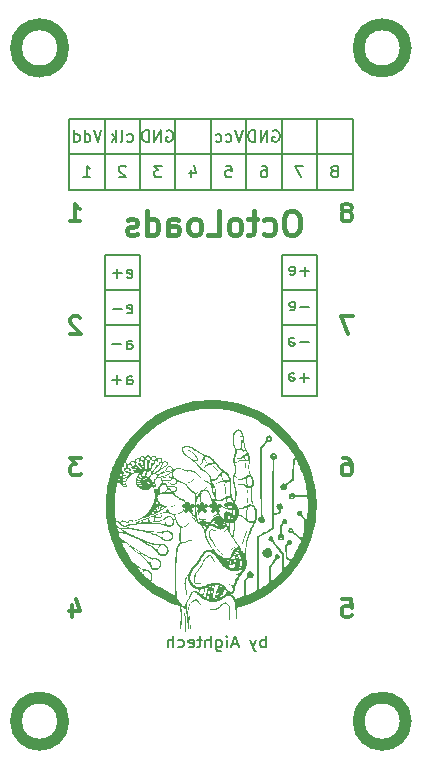
<source format=gbo>
%TF.GenerationSoftware,KiCad,Pcbnew,7.0.2-6a45011f42~172~ubuntu22.04.1*%
%TF.CreationDate,2023-05-07T18:17:34+01:00*%
%TF.ProjectId,octoHX711,6f63746f-4858-4373-9131-2e6b69636164,rev?*%
%TF.SameCoordinates,Original*%
%TF.FileFunction,Legend,Bot*%
%TF.FilePolarity,Positive*%
%FSLAX46Y46*%
G04 Gerber Fmt 4.6, Leading zero omitted, Abs format (unit mm)*
G04 Created by KiCad (PCBNEW 7.0.2-6a45011f42~172~ubuntu22.04.1) date 2023-05-07 18:17:34*
%MOMM*%
%LPD*%
G01*
G04 APERTURE LIST*
%ADD10C,1.000000*%
%ADD11C,0.200000*%
%ADD12C,0.400000*%
%ADD13C,0.300000*%
%ADD14C,0.152400*%
%ADD15O,1.700000X1.700000*%
%ADD16R,1.700000X1.700000*%
G04 APERTURE END LIST*
D10*
X128500000Y-123500000D02*
G75*
G03*
X128500000Y-123500000I-2000000J0D01*
G01*
X157500000Y-123500000D02*
G75*
G03*
X157500000Y-123500000I-2000000J0D01*
G01*
X157500000Y-66500000D02*
G75*
G03*
X157500000Y-66500000I-2000000J0D01*
G01*
X128500000Y-66500000D02*
G75*
G03*
X128500000Y-66500000I-2000000J0D01*
G01*
D11*
X145642857Y-117262619D02*
X145642857Y-116262619D01*
X145642857Y-116643571D02*
X145547619Y-116595952D01*
X145547619Y-116595952D02*
X145357143Y-116595952D01*
X145357143Y-116595952D02*
X145261905Y-116643571D01*
X145261905Y-116643571D02*
X145214286Y-116691190D01*
X145214286Y-116691190D02*
X145166667Y-116786428D01*
X145166667Y-116786428D02*
X145166667Y-117072142D01*
X145166667Y-117072142D02*
X145214286Y-117167380D01*
X145214286Y-117167380D02*
X145261905Y-117215000D01*
X145261905Y-117215000D02*
X145357143Y-117262619D01*
X145357143Y-117262619D02*
X145547619Y-117262619D01*
X145547619Y-117262619D02*
X145642857Y-117215000D01*
X144833333Y-116595952D02*
X144595238Y-117262619D01*
X144357143Y-116595952D02*
X144595238Y-117262619D01*
X144595238Y-117262619D02*
X144690476Y-117500714D01*
X144690476Y-117500714D02*
X144738095Y-117548333D01*
X144738095Y-117548333D02*
X144833333Y-117595952D01*
X143261904Y-116976904D02*
X142785714Y-116976904D01*
X143357142Y-117262619D02*
X143023809Y-116262619D01*
X143023809Y-116262619D02*
X142690476Y-117262619D01*
X142357142Y-117262619D02*
X142357142Y-116595952D01*
X142357142Y-116262619D02*
X142404761Y-116310238D01*
X142404761Y-116310238D02*
X142357142Y-116357857D01*
X142357142Y-116357857D02*
X142309523Y-116310238D01*
X142309523Y-116310238D02*
X142357142Y-116262619D01*
X142357142Y-116262619D02*
X142357142Y-116357857D01*
X141452381Y-116595952D02*
X141452381Y-117405476D01*
X141452381Y-117405476D02*
X141500000Y-117500714D01*
X141500000Y-117500714D02*
X141547619Y-117548333D01*
X141547619Y-117548333D02*
X141642857Y-117595952D01*
X141642857Y-117595952D02*
X141785714Y-117595952D01*
X141785714Y-117595952D02*
X141880952Y-117548333D01*
X141452381Y-117215000D02*
X141547619Y-117262619D01*
X141547619Y-117262619D02*
X141738095Y-117262619D01*
X141738095Y-117262619D02*
X141833333Y-117215000D01*
X141833333Y-117215000D02*
X141880952Y-117167380D01*
X141880952Y-117167380D02*
X141928571Y-117072142D01*
X141928571Y-117072142D02*
X141928571Y-116786428D01*
X141928571Y-116786428D02*
X141880952Y-116691190D01*
X141880952Y-116691190D02*
X141833333Y-116643571D01*
X141833333Y-116643571D02*
X141738095Y-116595952D01*
X141738095Y-116595952D02*
X141547619Y-116595952D01*
X141547619Y-116595952D02*
X141452381Y-116643571D01*
X140976190Y-117262619D02*
X140976190Y-116262619D01*
X140547619Y-117262619D02*
X140547619Y-116738809D01*
X140547619Y-116738809D02*
X140595238Y-116643571D01*
X140595238Y-116643571D02*
X140690476Y-116595952D01*
X140690476Y-116595952D02*
X140833333Y-116595952D01*
X140833333Y-116595952D02*
X140928571Y-116643571D01*
X140928571Y-116643571D02*
X140976190Y-116691190D01*
X140214285Y-116595952D02*
X139833333Y-116595952D01*
X140071428Y-116262619D02*
X140071428Y-117119761D01*
X140071428Y-117119761D02*
X140023809Y-117215000D01*
X140023809Y-117215000D02*
X139928571Y-117262619D01*
X139928571Y-117262619D02*
X139833333Y-117262619D01*
X139119047Y-117215000D02*
X139214285Y-117262619D01*
X139214285Y-117262619D02*
X139404761Y-117262619D01*
X139404761Y-117262619D02*
X139499999Y-117215000D01*
X139499999Y-117215000D02*
X139547618Y-117119761D01*
X139547618Y-117119761D02*
X139547618Y-116738809D01*
X139547618Y-116738809D02*
X139499999Y-116643571D01*
X139499999Y-116643571D02*
X139404761Y-116595952D01*
X139404761Y-116595952D02*
X139214285Y-116595952D01*
X139214285Y-116595952D02*
X139119047Y-116643571D01*
X139119047Y-116643571D02*
X139071428Y-116738809D01*
X139071428Y-116738809D02*
X139071428Y-116834047D01*
X139071428Y-116834047D02*
X139547618Y-116929285D01*
X138214285Y-117215000D02*
X138309523Y-117262619D01*
X138309523Y-117262619D02*
X138499999Y-117262619D01*
X138499999Y-117262619D02*
X138595237Y-117215000D01*
X138595237Y-117215000D02*
X138642856Y-117167380D01*
X138642856Y-117167380D02*
X138690475Y-117072142D01*
X138690475Y-117072142D02*
X138690475Y-116786428D01*
X138690475Y-116786428D02*
X138642856Y-116691190D01*
X138642856Y-116691190D02*
X138595237Y-116643571D01*
X138595237Y-116643571D02*
X138499999Y-116595952D01*
X138499999Y-116595952D02*
X138309523Y-116595952D01*
X138309523Y-116595952D02*
X138214285Y-116643571D01*
X137785713Y-117262619D02*
X137785713Y-116262619D01*
X137357142Y-117262619D02*
X137357142Y-116738809D01*
X137357142Y-116738809D02*
X137404761Y-116643571D01*
X137404761Y-116643571D02*
X137499999Y-116595952D01*
X137499999Y-116595952D02*
X137642856Y-116595952D01*
X137642856Y-116595952D02*
X137738094Y-116643571D01*
X137738094Y-116643571D02*
X137785713Y-116691190D01*
D12*
X148057143Y-80325238D02*
X147676190Y-80325238D01*
X147676190Y-80325238D02*
X147485714Y-80420476D01*
X147485714Y-80420476D02*
X147295238Y-80610952D01*
X147295238Y-80610952D02*
X147200000Y-80991904D01*
X147200000Y-80991904D02*
X147200000Y-81658571D01*
X147200000Y-81658571D02*
X147295238Y-82039523D01*
X147295238Y-82039523D02*
X147485714Y-82230000D01*
X147485714Y-82230000D02*
X147676190Y-82325238D01*
X147676190Y-82325238D02*
X148057143Y-82325238D01*
X148057143Y-82325238D02*
X148247619Y-82230000D01*
X148247619Y-82230000D02*
X148438095Y-82039523D01*
X148438095Y-82039523D02*
X148533333Y-81658571D01*
X148533333Y-81658571D02*
X148533333Y-80991904D01*
X148533333Y-80991904D02*
X148438095Y-80610952D01*
X148438095Y-80610952D02*
X148247619Y-80420476D01*
X148247619Y-80420476D02*
X148057143Y-80325238D01*
X145485714Y-82230000D02*
X145676190Y-82325238D01*
X145676190Y-82325238D02*
X146057143Y-82325238D01*
X146057143Y-82325238D02*
X146247619Y-82230000D01*
X146247619Y-82230000D02*
X146342857Y-82134761D01*
X146342857Y-82134761D02*
X146438095Y-81944285D01*
X146438095Y-81944285D02*
X146438095Y-81372857D01*
X146438095Y-81372857D02*
X146342857Y-81182380D01*
X146342857Y-81182380D02*
X146247619Y-81087142D01*
X146247619Y-81087142D02*
X146057143Y-80991904D01*
X146057143Y-80991904D02*
X145676190Y-80991904D01*
X145676190Y-80991904D02*
X145485714Y-81087142D01*
X144914285Y-80991904D02*
X144152381Y-80991904D01*
X144628571Y-80325238D02*
X144628571Y-82039523D01*
X144628571Y-82039523D02*
X144533333Y-82230000D01*
X144533333Y-82230000D02*
X144342857Y-82325238D01*
X144342857Y-82325238D02*
X144152381Y-82325238D01*
X143200000Y-82325238D02*
X143390476Y-82230000D01*
X143390476Y-82230000D02*
X143485714Y-82134761D01*
X143485714Y-82134761D02*
X143580952Y-81944285D01*
X143580952Y-81944285D02*
X143580952Y-81372857D01*
X143580952Y-81372857D02*
X143485714Y-81182380D01*
X143485714Y-81182380D02*
X143390476Y-81087142D01*
X143390476Y-81087142D02*
X143200000Y-80991904D01*
X143200000Y-80991904D02*
X142914285Y-80991904D01*
X142914285Y-80991904D02*
X142723809Y-81087142D01*
X142723809Y-81087142D02*
X142628571Y-81182380D01*
X142628571Y-81182380D02*
X142533333Y-81372857D01*
X142533333Y-81372857D02*
X142533333Y-81944285D01*
X142533333Y-81944285D02*
X142628571Y-82134761D01*
X142628571Y-82134761D02*
X142723809Y-82230000D01*
X142723809Y-82230000D02*
X142914285Y-82325238D01*
X142914285Y-82325238D02*
X143200000Y-82325238D01*
X140723809Y-82325238D02*
X141676190Y-82325238D01*
X141676190Y-82325238D02*
X141676190Y-80325238D01*
X139771428Y-82325238D02*
X139961904Y-82230000D01*
X139961904Y-82230000D02*
X140057142Y-82134761D01*
X140057142Y-82134761D02*
X140152380Y-81944285D01*
X140152380Y-81944285D02*
X140152380Y-81372857D01*
X140152380Y-81372857D02*
X140057142Y-81182380D01*
X140057142Y-81182380D02*
X139961904Y-81087142D01*
X139961904Y-81087142D02*
X139771428Y-80991904D01*
X139771428Y-80991904D02*
X139485713Y-80991904D01*
X139485713Y-80991904D02*
X139295237Y-81087142D01*
X139295237Y-81087142D02*
X139199999Y-81182380D01*
X139199999Y-81182380D02*
X139104761Y-81372857D01*
X139104761Y-81372857D02*
X139104761Y-81944285D01*
X139104761Y-81944285D02*
X139199999Y-82134761D01*
X139199999Y-82134761D02*
X139295237Y-82230000D01*
X139295237Y-82230000D02*
X139485713Y-82325238D01*
X139485713Y-82325238D02*
X139771428Y-82325238D01*
X137390475Y-82325238D02*
X137390475Y-81277619D01*
X137390475Y-81277619D02*
X137485713Y-81087142D01*
X137485713Y-81087142D02*
X137676189Y-80991904D01*
X137676189Y-80991904D02*
X138057142Y-80991904D01*
X138057142Y-80991904D02*
X138247618Y-81087142D01*
X137390475Y-82230000D02*
X137580951Y-82325238D01*
X137580951Y-82325238D02*
X138057142Y-82325238D01*
X138057142Y-82325238D02*
X138247618Y-82230000D01*
X138247618Y-82230000D02*
X138342856Y-82039523D01*
X138342856Y-82039523D02*
X138342856Y-81849047D01*
X138342856Y-81849047D02*
X138247618Y-81658571D01*
X138247618Y-81658571D02*
X138057142Y-81563333D01*
X138057142Y-81563333D02*
X137580951Y-81563333D01*
X137580951Y-81563333D02*
X137390475Y-81468095D01*
X135580951Y-82325238D02*
X135580951Y-80325238D01*
X135580951Y-82230000D02*
X135771427Y-82325238D01*
X135771427Y-82325238D02*
X136152380Y-82325238D01*
X136152380Y-82325238D02*
X136342856Y-82230000D01*
X136342856Y-82230000D02*
X136438094Y-82134761D01*
X136438094Y-82134761D02*
X136533332Y-81944285D01*
X136533332Y-81944285D02*
X136533332Y-81372857D01*
X136533332Y-81372857D02*
X136438094Y-81182380D01*
X136438094Y-81182380D02*
X136342856Y-81087142D01*
X136342856Y-81087142D02*
X136152380Y-80991904D01*
X136152380Y-80991904D02*
X135771427Y-80991904D01*
X135771427Y-80991904D02*
X135580951Y-81087142D01*
X134723808Y-82230000D02*
X134533332Y-82325238D01*
X134533332Y-82325238D02*
X134152380Y-82325238D01*
X134152380Y-82325238D02*
X133961903Y-82230000D01*
X133961903Y-82230000D02*
X133866665Y-82039523D01*
X133866665Y-82039523D02*
X133866665Y-81944285D01*
X133866665Y-81944285D02*
X133961903Y-81753809D01*
X133961903Y-81753809D02*
X134152380Y-81658571D01*
X134152380Y-81658571D02*
X134438094Y-81658571D01*
X134438094Y-81658571D02*
X134628570Y-81563333D01*
X134628570Y-81563333D02*
X134723808Y-81372857D01*
X134723808Y-81372857D02*
X134723808Y-81277619D01*
X134723808Y-81277619D02*
X134628570Y-81087142D01*
X134628570Y-81087142D02*
X134438094Y-80991904D01*
X134438094Y-80991904D02*
X134152380Y-80991904D01*
X134152380Y-80991904D02*
X133961903Y-81087142D01*
D13*
X152642856Y-80336785D02*
X152785713Y-80265357D01*
X152785713Y-80265357D02*
X152857142Y-80193928D01*
X152857142Y-80193928D02*
X152928570Y-80051071D01*
X152928570Y-80051071D02*
X152928570Y-79979642D01*
X152928570Y-79979642D02*
X152857142Y-79836785D01*
X152857142Y-79836785D02*
X152785713Y-79765357D01*
X152785713Y-79765357D02*
X152642856Y-79693928D01*
X152642856Y-79693928D02*
X152357142Y-79693928D01*
X152357142Y-79693928D02*
X152214285Y-79765357D01*
X152214285Y-79765357D02*
X152142856Y-79836785D01*
X152142856Y-79836785D02*
X152071427Y-79979642D01*
X152071427Y-79979642D02*
X152071427Y-80051071D01*
X152071427Y-80051071D02*
X152142856Y-80193928D01*
X152142856Y-80193928D02*
X152214285Y-80265357D01*
X152214285Y-80265357D02*
X152357142Y-80336785D01*
X152357142Y-80336785D02*
X152642856Y-80336785D01*
X152642856Y-80336785D02*
X152785713Y-80408214D01*
X152785713Y-80408214D02*
X152857142Y-80479642D01*
X152857142Y-80479642D02*
X152928570Y-80622500D01*
X152928570Y-80622500D02*
X152928570Y-80908214D01*
X152928570Y-80908214D02*
X152857142Y-81051071D01*
X152857142Y-81051071D02*
X152785713Y-81122500D01*
X152785713Y-81122500D02*
X152642856Y-81193928D01*
X152642856Y-81193928D02*
X152357142Y-81193928D01*
X152357142Y-81193928D02*
X152214285Y-81122500D01*
X152214285Y-81122500D02*
X152142856Y-81051071D01*
X152142856Y-81051071D02*
X152071427Y-80908214D01*
X152071427Y-80908214D02*
X152071427Y-80622500D01*
X152071427Y-80622500D02*
X152142856Y-80479642D01*
X152142856Y-80479642D02*
X152214285Y-80408214D01*
X152214285Y-80408214D02*
X152357142Y-80336785D01*
X152142856Y-113193928D02*
X152857142Y-113193928D01*
X152857142Y-113193928D02*
X152928570Y-113908214D01*
X152928570Y-113908214D02*
X152857142Y-113836785D01*
X152857142Y-113836785D02*
X152714285Y-113765357D01*
X152714285Y-113765357D02*
X152357142Y-113765357D01*
X152357142Y-113765357D02*
X152214285Y-113836785D01*
X152214285Y-113836785D02*
X152142856Y-113908214D01*
X152142856Y-113908214D02*
X152071427Y-114051071D01*
X152071427Y-114051071D02*
X152071427Y-114408214D01*
X152071427Y-114408214D02*
X152142856Y-114551071D01*
X152142856Y-114551071D02*
X152214285Y-114622500D01*
X152214285Y-114622500D02*
X152357142Y-114693928D01*
X152357142Y-114693928D02*
X152714285Y-114693928D01*
X152714285Y-114693928D02*
X152857142Y-114622500D01*
X152857142Y-114622500D02*
X152928570Y-114551071D01*
X152999999Y-89193928D02*
X151999999Y-89193928D01*
X151999999Y-89193928D02*
X152642856Y-90693928D01*
X152214285Y-101193928D02*
X152499999Y-101193928D01*
X152499999Y-101193928D02*
X152642856Y-101265357D01*
X152642856Y-101265357D02*
X152714285Y-101336785D01*
X152714285Y-101336785D02*
X152857142Y-101551071D01*
X152857142Y-101551071D02*
X152928570Y-101836785D01*
X152928570Y-101836785D02*
X152928570Y-102408214D01*
X152928570Y-102408214D02*
X152857142Y-102551071D01*
X152857142Y-102551071D02*
X152785713Y-102622500D01*
X152785713Y-102622500D02*
X152642856Y-102693928D01*
X152642856Y-102693928D02*
X152357142Y-102693928D01*
X152357142Y-102693928D02*
X152214285Y-102622500D01*
X152214285Y-102622500D02*
X152142856Y-102551071D01*
X152142856Y-102551071D02*
X152071427Y-102408214D01*
X152071427Y-102408214D02*
X152071427Y-102051071D01*
X152071427Y-102051071D02*
X152142856Y-101908214D01*
X152142856Y-101908214D02*
X152214285Y-101836785D01*
X152214285Y-101836785D02*
X152357142Y-101765357D01*
X152357142Y-101765357D02*
X152642856Y-101765357D01*
X152642856Y-101765357D02*
X152785713Y-101836785D01*
X152785713Y-101836785D02*
X152857142Y-101908214D01*
X152857142Y-101908214D02*
X152928570Y-102051071D01*
X129071427Y-81193928D02*
X129928570Y-81193928D01*
X129499999Y-81193928D02*
X129499999Y-79693928D01*
X129499999Y-79693928D02*
X129642856Y-79908214D01*
X129642856Y-79908214D02*
X129785713Y-80051071D01*
X129785713Y-80051071D02*
X129928570Y-80122500D01*
X129214285Y-113693928D02*
X129214285Y-114693928D01*
X129571427Y-113122500D02*
X129928570Y-114193928D01*
X129928570Y-114193928D02*
X128999999Y-114193928D01*
X129999999Y-101193928D02*
X129071427Y-101193928D01*
X129071427Y-101193928D02*
X129571427Y-101765357D01*
X129571427Y-101765357D02*
X129357142Y-101765357D01*
X129357142Y-101765357D02*
X129214285Y-101836785D01*
X129214285Y-101836785D02*
X129142856Y-101908214D01*
X129142856Y-101908214D02*
X129071427Y-102051071D01*
X129071427Y-102051071D02*
X129071427Y-102408214D01*
X129071427Y-102408214D02*
X129142856Y-102551071D01*
X129142856Y-102551071D02*
X129214285Y-102622500D01*
X129214285Y-102622500D02*
X129357142Y-102693928D01*
X129357142Y-102693928D02*
X129785713Y-102693928D01*
X129785713Y-102693928D02*
X129928570Y-102622500D01*
X129928570Y-102622500D02*
X129999999Y-102551071D01*
X129928570Y-89336785D02*
X129857142Y-89265357D01*
X129857142Y-89265357D02*
X129714285Y-89193928D01*
X129714285Y-89193928D02*
X129357142Y-89193928D01*
X129357142Y-89193928D02*
X129214285Y-89265357D01*
X129214285Y-89265357D02*
X129142856Y-89336785D01*
X129142856Y-89336785D02*
X129071427Y-89479642D01*
X129071427Y-89479642D02*
X129071427Y-89622500D01*
X129071427Y-89622500D02*
X129142856Y-89836785D01*
X129142856Y-89836785D02*
X129999999Y-90693928D01*
X129999999Y-90693928D02*
X129071427Y-90693928D01*
D11*
X148095238Y-85037380D02*
X148095238Y-85561190D01*
X148095238Y-85561190D02*
X148047619Y-85656428D01*
X148047619Y-85656428D02*
X147952381Y-85704047D01*
X147952381Y-85704047D02*
X147761905Y-85704047D01*
X147761905Y-85704047D02*
X147666667Y-85656428D01*
X148095238Y-85085000D02*
X148000000Y-85037380D01*
X148000000Y-85037380D02*
X147761905Y-85037380D01*
X147761905Y-85037380D02*
X147666667Y-85085000D01*
X147666667Y-85085000D02*
X147619048Y-85180238D01*
X147619048Y-85180238D02*
X147619048Y-85275476D01*
X147619048Y-85275476D02*
X147666667Y-85370714D01*
X147666667Y-85370714D02*
X147761905Y-85418333D01*
X147761905Y-85418333D02*
X148000000Y-85418333D01*
X148000000Y-85418333D02*
X148095238Y-85465952D01*
X148571429Y-85418333D02*
X149333334Y-85418333D01*
X148952381Y-85037380D02*
X148952381Y-85799285D01*
X148071428Y-94085000D02*
X147976190Y-94037380D01*
X147976190Y-94037380D02*
X147785714Y-94037380D01*
X147785714Y-94037380D02*
X147690476Y-94085000D01*
X147690476Y-94085000D02*
X147642857Y-94180238D01*
X147642857Y-94180238D02*
X147642857Y-94561190D01*
X147642857Y-94561190D02*
X147690476Y-94656428D01*
X147690476Y-94656428D02*
X147785714Y-94704047D01*
X147785714Y-94704047D02*
X147976190Y-94704047D01*
X147976190Y-94704047D02*
X148071428Y-94656428D01*
X148071428Y-94656428D02*
X148119047Y-94561190D01*
X148119047Y-94561190D02*
X148119047Y-94465952D01*
X148119047Y-94465952D02*
X147642857Y-94370714D01*
X148547619Y-94418333D02*
X149309524Y-94418333D01*
X148928571Y-94037380D02*
X148928571Y-94799285D01*
D14*
X150000000Y-90000000D02*
X147000000Y-90000000D01*
X147000000Y-87000000D01*
X150000000Y-87000000D01*
X150000000Y-90000000D01*
X150000000Y-93000000D02*
X147000000Y-93000000D01*
X147000000Y-90000000D01*
X150000000Y-90000000D01*
X150000000Y-93000000D01*
X150000000Y-96000000D02*
X147000000Y-96000000D01*
X147000000Y-93000000D01*
X150000000Y-93000000D01*
X150000000Y-96000000D01*
D11*
X148095238Y-88037380D02*
X148095238Y-88561190D01*
X148095238Y-88561190D02*
X148047619Y-88656428D01*
X148047619Y-88656428D02*
X147952381Y-88704047D01*
X147952381Y-88704047D02*
X147761905Y-88704047D01*
X147761905Y-88704047D02*
X147666667Y-88656428D01*
X148095238Y-88085000D02*
X148000000Y-88037380D01*
X148000000Y-88037380D02*
X147761905Y-88037380D01*
X147761905Y-88037380D02*
X147666667Y-88085000D01*
X147666667Y-88085000D02*
X147619048Y-88180238D01*
X147619048Y-88180238D02*
X147619048Y-88275476D01*
X147619048Y-88275476D02*
X147666667Y-88370714D01*
X147666667Y-88370714D02*
X147761905Y-88418333D01*
X147761905Y-88418333D02*
X148000000Y-88418333D01*
X148000000Y-88418333D02*
X148095238Y-88465952D01*
X148571429Y-88418333D02*
X149333334Y-88418333D01*
D14*
X150000000Y-87000000D02*
X147000000Y-87000000D01*
X147000000Y-84000000D01*
X150000000Y-84000000D01*
X150000000Y-87000000D01*
D11*
X148071428Y-91085000D02*
X147976190Y-91037380D01*
X147976190Y-91037380D02*
X147785714Y-91037380D01*
X147785714Y-91037380D02*
X147690476Y-91085000D01*
X147690476Y-91085000D02*
X147642857Y-91180238D01*
X147642857Y-91180238D02*
X147642857Y-91561190D01*
X147642857Y-91561190D02*
X147690476Y-91656428D01*
X147690476Y-91656428D02*
X147785714Y-91704047D01*
X147785714Y-91704047D02*
X147976190Y-91704047D01*
X147976190Y-91704047D02*
X148071428Y-91656428D01*
X148071428Y-91656428D02*
X148119047Y-91561190D01*
X148119047Y-91561190D02*
X148119047Y-91465952D01*
X148119047Y-91465952D02*
X147642857Y-91370714D01*
X148547619Y-91418333D02*
X149309524Y-91418333D01*
D14*
X132000000Y-93000000D02*
X135000000Y-93000000D01*
X135000000Y-96000000D01*
X132000000Y-96000000D01*
X132000000Y-93000000D01*
D11*
X133904761Y-91962619D02*
X133904761Y-91438809D01*
X133904761Y-91438809D02*
X133952380Y-91343571D01*
X133952380Y-91343571D02*
X134047618Y-91295952D01*
X134047618Y-91295952D02*
X134238094Y-91295952D01*
X134238094Y-91295952D02*
X134333332Y-91343571D01*
X133904761Y-91915000D02*
X133999999Y-91962619D01*
X133999999Y-91962619D02*
X134238094Y-91962619D01*
X134238094Y-91962619D02*
X134333332Y-91915000D01*
X134333332Y-91915000D02*
X134380951Y-91819761D01*
X134380951Y-91819761D02*
X134380951Y-91724523D01*
X134380951Y-91724523D02*
X134333332Y-91629285D01*
X134333332Y-91629285D02*
X134238094Y-91581666D01*
X134238094Y-91581666D02*
X133999999Y-91581666D01*
X133999999Y-91581666D02*
X133904761Y-91534047D01*
X133428570Y-91581666D02*
X132666666Y-91581666D01*
D14*
X132000000Y-90000000D02*
X135000000Y-90000000D01*
X135000000Y-93000000D01*
X132000000Y-93000000D01*
X132000000Y-90000000D01*
D11*
X133904761Y-94962619D02*
X133904761Y-94438809D01*
X133904761Y-94438809D02*
X133952380Y-94343571D01*
X133952380Y-94343571D02*
X134047618Y-94295952D01*
X134047618Y-94295952D02*
X134238094Y-94295952D01*
X134238094Y-94295952D02*
X134333332Y-94343571D01*
X133904761Y-94915000D02*
X133999999Y-94962619D01*
X133999999Y-94962619D02*
X134238094Y-94962619D01*
X134238094Y-94962619D02*
X134333332Y-94915000D01*
X134333332Y-94915000D02*
X134380951Y-94819761D01*
X134380951Y-94819761D02*
X134380951Y-94724523D01*
X134380951Y-94724523D02*
X134333332Y-94629285D01*
X134333332Y-94629285D02*
X134238094Y-94581666D01*
X134238094Y-94581666D02*
X133999999Y-94581666D01*
X133999999Y-94581666D02*
X133904761Y-94534047D01*
X133428570Y-94581666D02*
X132666666Y-94581666D01*
X133047618Y-94962619D02*
X133047618Y-94200714D01*
D14*
X132000000Y-87000000D02*
X135000000Y-87000000D01*
X135000000Y-90000000D01*
X132000000Y-90000000D01*
X132000000Y-87000000D01*
D11*
X133928571Y-85915000D02*
X134023809Y-85962619D01*
X134023809Y-85962619D02*
X134214285Y-85962619D01*
X134214285Y-85962619D02*
X134309523Y-85915000D01*
X134309523Y-85915000D02*
X134357142Y-85819761D01*
X134357142Y-85819761D02*
X134357142Y-85438809D01*
X134357142Y-85438809D02*
X134309523Y-85343571D01*
X134309523Y-85343571D02*
X134214285Y-85295952D01*
X134214285Y-85295952D02*
X134023809Y-85295952D01*
X134023809Y-85295952D02*
X133928571Y-85343571D01*
X133928571Y-85343571D02*
X133880952Y-85438809D01*
X133880952Y-85438809D02*
X133880952Y-85534047D01*
X133880952Y-85534047D02*
X134357142Y-85629285D01*
X133452380Y-85581666D02*
X132690476Y-85581666D01*
X133071428Y-85962619D02*
X133071428Y-85200714D01*
D14*
X132000000Y-84000000D02*
X135000000Y-84000000D01*
X135000000Y-87000000D01*
X132000000Y-87000000D01*
X132000000Y-84000000D01*
D11*
X133928571Y-88915000D02*
X134023809Y-88962619D01*
X134023809Y-88962619D02*
X134214285Y-88962619D01*
X134214285Y-88962619D02*
X134309523Y-88915000D01*
X134309523Y-88915000D02*
X134357142Y-88819761D01*
X134357142Y-88819761D02*
X134357142Y-88438809D01*
X134357142Y-88438809D02*
X134309523Y-88343571D01*
X134309523Y-88343571D02*
X134214285Y-88295952D01*
X134214285Y-88295952D02*
X134023809Y-88295952D01*
X134023809Y-88295952D02*
X133928571Y-88343571D01*
X133928571Y-88343571D02*
X133880952Y-88438809D01*
X133880952Y-88438809D02*
X133880952Y-88534047D01*
X133880952Y-88534047D02*
X134357142Y-88629285D01*
X133452380Y-88581666D02*
X132690476Y-88581666D01*
D14*
X150000000Y-75500000D02*
X153000000Y-75500000D01*
X153000000Y-78500000D01*
X150000000Y-78500000D01*
X150000000Y-75500000D01*
D11*
X151595237Y-76891190D02*
X151690475Y-76843571D01*
X151690475Y-76843571D02*
X151738094Y-76795952D01*
X151738094Y-76795952D02*
X151785713Y-76700714D01*
X151785713Y-76700714D02*
X151785713Y-76653095D01*
X151785713Y-76653095D02*
X151738094Y-76557857D01*
X151738094Y-76557857D02*
X151690475Y-76510238D01*
X151690475Y-76510238D02*
X151595237Y-76462619D01*
X151595237Y-76462619D02*
X151404761Y-76462619D01*
X151404761Y-76462619D02*
X151309523Y-76510238D01*
X151309523Y-76510238D02*
X151261904Y-76557857D01*
X151261904Y-76557857D02*
X151214285Y-76653095D01*
X151214285Y-76653095D02*
X151214285Y-76700714D01*
X151214285Y-76700714D02*
X151261904Y-76795952D01*
X151261904Y-76795952D02*
X151309523Y-76843571D01*
X151309523Y-76843571D02*
X151404761Y-76891190D01*
X151404761Y-76891190D02*
X151595237Y-76891190D01*
X151595237Y-76891190D02*
X151690475Y-76938809D01*
X151690475Y-76938809D02*
X151738094Y-76986428D01*
X151738094Y-76986428D02*
X151785713Y-77081666D01*
X151785713Y-77081666D02*
X151785713Y-77272142D01*
X151785713Y-77272142D02*
X151738094Y-77367380D01*
X151738094Y-77367380D02*
X151690475Y-77415000D01*
X151690475Y-77415000D02*
X151595237Y-77462619D01*
X151595237Y-77462619D02*
X151404761Y-77462619D01*
X151404761Y-77462619D02*
X151309523Y-77415000D01*
X151309523Y-77415000D02*
X151261904Y-77367380D01*
X151261904Y-77367380D02*
X151214285Y-77272142D01*
X151214285Y-77272142D02*
X151214285Y-77081666D01*
X151214285Y-77081666D02*
X151261904Y-76986428D01*
X151261904Y-76986428D02*
X151309523Y-76938809D01*
X151309523Y-76938809D02*
X151404761Y-76891190D01*
D14*
X147000000Y-75500000D02*
X150000000Y-75500000D01*
X150000000Y-78500000D01*
X147000000Y-78500000D01*
X147000000Y-75500000D01*
D11*
X148833332Y-76462619D02*
X148166666Y-76462619D01*
X148166666Y-76462619D02*
X148595237Y-77462619D01*
D14*
X144000000Y-75500000D02*
X147000000Y-75500000D01*
X147000000Y-78500000D01*
X144000000Y-78500000D01*
X144000000Y-75500000D01*
D11*
X145309523Y-76462619D02*
X145499999Y-76462619D01*
X145499999Y-76462619D02*
X145595237Y-76510238D01*
X145595237Y-76510238D02*
X145642856Y-76557857D01*
X145642856Y-76557857D02*
X145738094Y-76700714D01*
X145738094Y-76700714D02*
X145785713Y-76891190D01*
X145785713Y-76891190D02*
X145785713Y-77272142D01*
X145785713Y-77272142D02*
X145738094Y-77367380D01*
X145738094Y-77367380D02*
X145690475Y-77415000D01*
X145690475Y-77415000D02*
X145595237Y-77462619D01*
X145595237Y-77462619D02*
X145404761Y-77462619D01*
X145404761Y-77462619D02*
X145309523Y-77415000D01*
X145309523Y-77415000D02*
X145261904Y-77367380D01*
X145261904Y-77367380D02*
X145214285Y-77272142D01*
X145214285Y-77272142D02*
X145214285Y-77034047D01*
X145214285Y-77034047D02*
X145261904Y-76938809D01*
X145261904Y-76938809D02*
X145309523Y-76891190D01*
X145309523Y-76891190D02*
X145404761Y-76843571D01*
X145404761Y-76843571D02*
X145595237Y-76843571D01*
X145595237Y-76843571D02*
X145690475Y-76891190D01*
X145690475Y-76891190D02*
X145738094Y-76938809D01*
X145738094Y-76938809D02*
X145785713Y-77034047D01*
D14*
X141000000Y-75500000D02*
X144000000Y-75500000D01*
X144000000Y-78500000D01*
X141000000Y-78500000D01*
X141000000Y-75500000D01*
D11*
X142261904Y-76462619D02*
X142738094Y-76462619D01*
X142738094Y-76462619D02*
X142785713Y-76938809D01*
X142785713Y-76938809D02*
X142738094Y-76891190D01*
X142738094Y-76891190D02*
X142642856Y-76843571D01*
X142642856Y-76843571D02*
X142404761Y-76843571D01*
X142404761Y-76843571D02*
X142309523Y-76891190D01*
X142309523Y-76891190D02*
X142261904Y-76938809D01*
X142261904Y-76938809D02*
X142214285Y-77034047D01*
X142214285Y-77034047D02*
X142214285Y-77272142D01*
X142214285Y-77272142D02*
X142261904Y-77367380D01*
X142261904Y-77367380D02*
X142309523Y-77415000D01*
X142309523Y-77415000D02*
X142404761Y-77462619D01*
X142404761Y-77462619D02*
X142642856Y-77462619D01*
X142642856Y-77462619D02*
X142738094Y-77415000D01*
X142738094Y-77415000D02*
X142785713Y-77367380D01*
D14*
X138000000Y-75500000D02*
X141000000Y-75500000D01*
X141000000Y-78500000D01*
X138000000Y-78500000D01*
X138000000Y-75500000D01*
D11*
X139309523Y-76795952D02*
X139309523Y-77462619D01*
X139547618Y-76415000D02*
X139785713Y-77129285D01*
X139785713Y-77129285D02*
X139166666Y-77129285D01*
D14*
X135000000Y-75500000D02*
X138000000Y-75500000D01*
X138000000Y-78500000D01*
X135000000Y-78500000D01*
X135000000Y-75500000D01*
D11*
X136833332Y-76462619D02*
X136214285Y-76462619D01*
X136214285Y-76462619D02*
X136547618Y-76843571D01*
X136547618Y-76843571D02*
X136404761Y-76843571D01*
X136404761Y-76843571D02*
X136309523Y-76891190D01*
X136309523Y-76891190D02*
X136261904Y-76938809D01*
X136261904Y-76938809D02*
X136214285Y-77034047D01*
X136214285Y-77034047D02*
X136214285Y-77272142D01*
X136214285Y-77272142D02*
X136261904Y-77367380D01*
X136261904Y-77367380D02*
X136309523Y-77415000D01*
X136309523Y-77415000D02*
X136404761Y-77462619D01*
X136404761Y-77462619D02*
X136690475Y-77462619D01*
X136690475Y-77462619D02*
X136785713Y-77415000D01*
X136785713Y-77415000D02*
X136833332Y-77367380D01*
D14*
X132000000Y-75500000D02*
X135000000Y-75500000D01*
X135000000Y-78500000D01*
X132000000Y-78500000D01*
X132000000Y-75500000D01*
D11*
X133785713Y-76557857D02*
X133738094Y-76510238D01*
X133738094Y-76510238D02*
X133642856Y-76462619D01*
X133642856Y-76462619D02*
X133404761Y-76462619D01*
X133404761Y-76462619D02*
X133309523Y-76510238D01*
X133309523Y-76510238D02*
X133261904Y-76557857D01*
X133261904Y-76557857D02*
X133214285Y-76653095D01*
X133214285Y-76653095D02*
X133214285Y-76748333D01*
X133214285Y-76748333D02*
X133261904Y-76891190D01*
X133261904Y-76891190D02*
X133833332Y-77462619D01*
X133833332Y-77462619D02*
X133214285Y-77462619D01*
D14*
X129000000Y-75500000D02*
X132000000Y-75500000D01*
X132000000Y-78500000D01*
X129000000Y-78500000D01*
X129000000Y-75500000D01*
D11*
X130214285Y-77462619D02*
X130785713Y-77462619D01*
X130499999Y-77462619D02*
X130499999Y-76462619D01*
X130499999Y-76462619D02*
X130595237Y-76605476D01*
X130595237Y-76605476D02*
X130690475Y-76700714D01*
X130690475Y-76700714D02*
X130785713Y-76748333D01*
D14*
X150000000Y-72500000D02*
X153000000Y-72500000D01*
X153000000Y-75500000D01*
X150000000Y-75500000D01*
X150000000Y-72500000D01*
X147000000Y-72500000D02*
X150000000Y-72500000D01*
X150000000Y-75500000D01*
X147000000Y-75500000D01*
X147000000Y-72500000D01*
X144000000Y-72500000D02*
X147000000Y-72500000D01*
X147000000Y-75500000D01*
X144000000Y-75500000D01*
X144000000Y-72500000D01*
D11*
X146261904Y-73510238D02*
X146357142Y-73462619D01*
X146357142Y-73462619D02*
X146499999Y-73462619D01*
X146499999Y-73462619D02*
X146642856Y-73510238D01*
X146642856Y-73510238D02*
X146738094Y-73605476D01*
X146738094Y-73605476D02*
X146785713Y-73700714D01*
X146785713Y-73700714D02*
X146833332Y-73891190D01*
X146833332Y-73891190D02*
X146833332Y-74034047D01*
X146833332Y-74034047D02*
X146785713Y-74224523D01*
X146785713Y-74224523D02*
X146738094Y-74319761D01*
X146738094Y-74319761D02*
X146642856Y-74415000D01*
X146642856Y-74415000D02*
X146499999Y-74462619D01*
X146499999Y-74462619D02*
X146404761Y-74462619D01*
X146404761Y-74462619D02*
X146261904Y-74415000D01*
X146261904Y-74415000D02*
X146214285Y-74367380D01*
X146214285Y-74367380D02*
X146214285Y-74034047D01*
X146214285Y-74034047D02*
X146404761Y-74034047D01*
X145785713Y-74462619D02*
X145785713Y-73462619D01*
X145785713Y-73462619D02*
X145214285Y-74462619D01*
X145214285Y-74462619D02*
X145214285Y-73462619D01*
X144738094Y-74462619D02*
X144738094Y-73462619D01*
X144738094Y-73462619D02*
X144499999Y-73462619D01*
X144499999Y-73462619D02*
X144357142Y-73510238D01*
X144357142Y-73510238D02*
X144261904Y-73605476D01*
X144261904Y-73605476D02*
X144214285Y-73700714D01*
X144214285Y-73700714D02*
X144166666Y-73891190D01*
X144166666Y-73891190D02*
X144166666Y-74034047D01*
X144166666Y-74034047D02*
X144214285Y-74224523D01*
X144214285Y-74224523D02*
X144261904Y-74319761D01*
X144261904Y-74319761D02*
X144357142Y-74415000D01*
X144357142Y-74415000D02*
X144499999Y-74462619D01*
X144499999Y-74462619D02*
X144738094Y-74462619D01*
D14*
X141000000Y-72500000D02*
X144000000Y-72500000D01*
X144000000Y-75500000D01*
X141000000Y-75500000D01*
X141000000Y-72500000D01*
D11*
X143690475Y-73462619D02*
X143357142Y-74462619D01*
X143357142Y-74462619D02*
X143023809Y-73462619D01*
X142261904Y-74415000D02*
X142357142Y-74462619D01*
X142357142Y-74462619D02*
X142547618Y-74462619D01*
X142547618Y-74462619D02*
X142642856Y-74415000D01*
X142642856Y-74415000D02*
X142690475Y-74367380D01*
X142690475Y-74367380D02*
X142738094Y-74272142D01*
X142738094Y-74272142D02*
X142738094Y-73986428D01*
X142738094Y-73986428D02*
X142690475Y-73891190D01*
X142690475Y-73891190D02*
X142642856Y-73843571D01*
X142642856Y-73843571D02*
X142547618Y-73795952D01*
X142547618Y-73795952D02*
X142357142Y-73795952D01*
X142357142Y-73795952D02*
X142261904Y-73843571D01*
X141404761Y-74415000D02*
X141499999Y-74462619D01*
X141499999Y-74462619D02*
X141690475Y-74462619D01*
X141690475Y-74462619D02*
X141785713Y-74415000D01*
X141785713Y-74415000D02*
X141833332Y-74367380D01*
X141833332Y-74367380D02*
X141880951Y-74272142D01*
X141880951Y-74272142D02*
X141880951Y-73986428D01*
X141880951Y-73986428D02*
X141833332Y-73891190D01*
X141833332Y-73891190D02*
X141785713Y-73843571D01*
X141785713Y-73843571D02*
X141690475Y-73795952D01*
X141690475Y-73795952D02*
X141499999Y-73795952D01*
X141499999Y-73795952D02*
X141404761Y-73843571D01*
D14*
X138000000Y-72500000D02*
X141000000Y-72500000D01*
X141000000Y-75500000D01*
X138000000Y-75500000D01*
X138000000Y-72500000D01*
X135000000Y-72500000D02*
X138000000Y-72500000D01*
X138000000Y-75500000D01*
X135000000Y-75500000D01*
X135000000Y-72500000D01*
D11*
X137261904Y-73510238D02*
X137357142Y-73462619D01*
X137357142Y-73462619D02*
X137499999Y-73462619D01*
X137499999Y-73462619D02*
X137642856Y-73510238D01*
X137642856Y-73510238D02*
X137738094Y-73605476D01*
X137738094Y-73605476D02*
X137785713Y-73700714D01*
X137785713Y-73700714D02*
X137833332Y-73891190D01*
X137833332Y-73891190D02*
X137833332Y-74034047D01*
X137833332Y-74034047D02*
X137785713Y-74224523D01*
X137785713Y-74224523D02*
X137738094Y-74319761D01*
X137738094Y-74319761D02*
X137642856Y-74415000D01*
X137642856Y-74415000D02*
X137499999Y-74462619D01*
X137499999Y-74462619D02*
X137404761Y-74462619D01*
X137404761Y-74462619D02*
X137261904Y-74415000D01*
X137261904Y-74415000D02*
X137214285Y-74367380D01*
X137214285Y-74367380D02*
X137214285Y-74034047D01*
X137214285Y-74034047D02*
X137404761Y-74034047D01*
X136785713Y-74462619D02*
X136785713Y-73462619D01*
X136785713Y-73462619D02*
X136214285Y-74462619D01*
X136214285Y-74462619D02*
X136214285Y-73462619D01*
X135738094Y-74462619D02*
X135738094Y-73462619D01*
X135738094Y-73462619D02*
X135499999Y-73462619D01*
X135499999Y-73462619D02*
X135357142Y-73510238D01*
X135357142Y-73510238D02*
X135261904Y-73605476D01*
X135261904Y-73605476D02*
X135214285Y-73700714D01*
X135214285Y-73700714D02*
X135166666Y-73891190D01*
X135166666Y-73891190D02*
X135166666Y-74034047D01*
X135166666Y-74034047D02*
X135214285Y-74224523D01*
X135214285Y-74224523D02*
X135261904Y-74319761D01*
X135261904Y-74319761D02*
X135357142Y-74415000D01*
X135357142Y-74415000D02*
X135499999Y-74462619D01*
X135499999Y-74462619D02*
X135738094Y-74462619D01*
D14*
X132000000Y-72500000D02*
X135000000Y-72500000D01*
X135000000Y-75500000D01*
X132000000Y-75500000D01*
X132000000Y-72500000D01*
D11*
X133928571Y-74415000D02*
X134023809Y-74462619D01*
X134023809Y-74462619D02*
X134214285Y-74462619D01*
X134214285Y-74462619D02*
X134309523Y-74415000D01*
X134309523Y-74415000D02*
X134357142Y-74367380D01*
X134357142Y-74367380D02*
X134404761Y-74272142D01*
X134404761Y-74272142D02*
X134404761Y-73986428D01*
X134404761Y-73986428D02*
X134357142Y-73891190D01*
X134357142Y-73891190D02*
X134309523Y-73843571D01*
X134309523Y-73843571D02*
X134214285Y-73795952D01*
X134214285Y-73795952D02*
X134023809Y-73795952D01*
X134023809Y-73795952D02*
X133928571Y-73843571D01*
X133357142Y-74462619D02*
X133452380Y-74415000D01*
X133452380Y-74415000D02*
X133499999Y-74319761D01*
X133499999Y-74319761D02*
X133499999Y-73462619D01*
X132976189Y-74462619D02*
X132976189Y-73462619D01*
X132880951Y-74081666D02*
X132595237Y-74462619D01*
X132595237Y-73795952D02*
X132976189Y-74176904D01*
X131738094Y-73462619D02*
X131404761Y-74462619D01*
X131404761Y-74462619D02*
X131071428Y-73462619D01*
X130309523Y-74462619D02*
X130309523Y-73462619D01*
X130309523Y-74415000D02*
X130404761Y-74462619D01*
X130404761Y-74462619D02*
X130595237Y-74462619D01*
X130595237Y-74462619D02*
X130690475Y-74415000D01*
X130690475Y-74415000D02*
X130738094Y-74367380D01*
X130738094Y-74367380D02*
X130785713Y-74272142D01*
X130785713Y-74272142D02*
X130785713Y-73986428D01*
X130785713Y-73986428D02*
X130738094Y-73891190D01*
X130738094Y-73891190D02*
X130690475Y-73843571D01*
X130690475Y-73843571D02*
X130595237Y-73795952D01*
X130595237Y-73795952D02*
X130404761Y-73795952D01*
X130404761Y-73795952D02*
X130309523Y-73843571D01*
X129404761Y-74462619D02*
X129404761Y-73462619D01*
X129404761Y-74415000D02*
X129499999Y-74462619D01*
X129499999Y-74462619D02*
X129690475Y-74462619D01*
X129690475Y-74462619D02*
X129785713Y-74415000D01*
X129785713Y-74415000D02*
X129833332Y-74367380D01*
X129833332Y-74367380D02*
X129880951Y-74272142D01*
X129880951Y-74272142D02*
X129880951Y-73986428D01*
X129880951Y-73986428D02*
X129833332Y-73891190D01*
X129833332Y-73891190D02*
X129785713Y-73843571D01*
X129785713Y-73843571D02*
X129690475Y-73795952D01*
X129690475Y-73795952D02*
X129499999Y-73795952D01*
X129499999Y-73795952D02*
X129404761Y-73843571D01*
D14*
X129000000Y-72500000D02*
X132000000Y-72500000D01*
X132000000Y-75500000D01*
X129000000Y-75500000D01*
X129000000Y-72500000D01*
D13*
%TO.C,G\u002A\u002A\u002A*%
X142321427Y-105165357D02*
X142464285Y-105093928D01*
X142464285Y-105093928D02*
X142678570Y-105093928D01*
X142678570Y-105093928D02*
X142892856Y-105165357D01*
X142892856Y-105165357D02*
X143035713Y-105308214D01*
X143035713Y-105308214D02*
X143107142Y-105451071D01*
X143107142Y-105451071D02*
X143178570Y-105736785D01*
X143178570Y-105736785D02*
X143178570Y-105951071D01*
X143178570Y-105951071D02*
X143107142Y-106236785D01*
X143107142Y-106236785D02*
X143035713Y-106379642D01*
X143035713Y-106379642D02*
X142892856Y-106522500D01*
X142892856Y-106522500D02*
X142678570Y-106593928D01*
X142678570Y-106593928D02*
X142535713Y-106593928D01*
X142535713Y-106593928D02*
X142321427Y-106522500D01*
X142321427Y-106522500D02*
X142249999Y-106451071D01*
X142249999Y-106451071D02*
X142249999Y-105951071D01*
X142249999Y-105951071D02*
X142535713Y-105951071D01*
X141392856Y-105093928D02*
X141392856Y-105451071D01*
X141749999Y-105308214D02*
X141392856Y-105451071D01*
X141392856Y-105451071D02*
X141035713Y-105308214D01*
X141607142Y-105736785D02*
X141392856Y-105451071D01*
X141392856Y-105451071D02*
X141178570Y-105736785D01*
X140249999Y-105093928D02*
X140249999Y-105451071D01*
X140607142Y-105308214D02*
X140249999Y-105451071D01*
X140249999Y-105451071D02*
X139892856Y-105308214D01*
X140464285Y-105736785D02*
X140249999Y-105451071D01*
X140249999Y-105451071D02*
X140035713Y-105736785D01*
X139107142Y-105093928D02*
X139107142Y-105451071D01*
X139464285Y-105308214D02*
X139107142Y-105451071D01*
X139107142Y-105451071D02*
X138749999Y-105308214D01*
X139321428Y-105736785D02*
X139107142Y-105451071D01*
X139107142Y-105451071D02*
X138892856Y-105736785D01*
G36*
X138696721Y-114124385D02*
G01*
X138719369Y-114161077D01*
X138746046Y-114226259D01*
X138775228Y-114314759D01*
X138805389Y-114421405D01*
X138835004Y-114541025D01*
X138862547Y-114668447D01*
X138886495Y-114798500D01*
X138902268Y-114923784D01*
X138913002Y-115086085D01*
X138916774Y-115262327D01*
X138913588Y-115440623D01*
X138903443Y-115609088D01*
X138886344Y-115755838D01*
X138876557Y-115816195D01*
X138863664Y-115888742D01*
X138852916Y-115941446D01*
X138845951Y-115965790D01*
X138837553Y-115976508D01*
X138825348Y-115976553D01*
X138815892Y-115951103D01*
X138808929Y-115897807D01*
X138804204Y-115814318D01*
X138801461Y-115698285D01*
X138800444Y-115547359D01*
X138800056Y-115452529D01*
X138795459Y-115169341D01*
X138785815Y-114917637D01*
X138771208Y-114698790D01*
X138751722Y-114514171D01*
X138727444Y-114365153D01*
X138715920Y-114309699D01*
X138699528Y-114234517D01*
X138686120Y-114177335D01*
X138677814Y-114147437D01*
X138674820Y-114131902D01*
X138685883Y-114118195D01*
X138696721Y-114124385D01*
G37*
G36*
X139792297Y-113174751D02*
G01*
X139868177Y-113230101D01*
X139879842Y-113242394D01*
X139921673Y-113291637D01*
X139972636Y-113356693D01*
X140027336Y-113430071D01*
X140080377Y-113504280D01*
X140126364Y-113571828D01*
X140159902Y-113625221D01*
X140175594Y-113656970D01*
X140178901Y-113683003D01*
X140164996Y-113687326D01*
X140131098Y-113660339D01*
X140077263Y-113602087D01*
X140003544Y-113512617D01*
X139959760Y-113459001D01*
X139867560Y-113357366D01*
X139789320Y-113288907D01*
X139724246Y-113252992D01*
X139671542Y-113248989D01*
X139666043Y-113251023D01*
X139630302Y-113273018D01*
X139575336Y-113313995D01*
X139507573Y-113368987D01*
X139433441Y-113433025D01*
X139342591Y-113515704D01*
X139269364Y-113589467D01*
X139218028Y-113654626D01*
X139184759Y-113718688D01*
X139165731Y-113789163D01*
X139157120Y-113873559D01*
X139155100Y-113979385D01*
X139156608Y-114072393D01*
X139161525Y-114184317D01*
X139170136Y-114315719D01*
X139182728Y-114470088D01*
X139199585Y-114650911D01*
X139220992Y-114861675D01*
X139247235Y-115105869D01*
X139255297Y-115180021D01*
X139268083Y-115300177D01*
X139279825Y-115413424D01*
X139289487Y-115509718D01*
X139296034Y-115579016D01*
X139298960Y-115614780D01*
X139301730Y-115677529D01*
X139298148Y-115708980D01*
X139287980Y-115713022D01*
X139285550Y-115711076D01*
X139272310Y-115681108D01*
X139266912Y-115633313D01*
X139266765Y-115627525D01*
X139263593Y-115583592D01*
X139256695Y-115509320D01*
X139246621Y-115410008D01*
X139233920Y-115290950D01*
X139219140Y-115157444D01*
X139202829Y-115014786D01*
X139187141Y-114878776D01*
X139161683Y-114652175D01*
X139141030Y-114457757D01*
X139125067Y-114292430D01*
X139113681Y-114153100D01*
X139106758Y-114036675D01*
X139104185Y-113940061D01*
X139105848Y-113860166D01*
X139111635Y-113793897D01*
X139121430Y-113738161D01*
X139135122Y-113689865D01*
X139152596Y-113645916D01*
X139172803Y-113612556D01*
X139219086Y-113553619D01*
X139282179Y-113482579D01*
X139355477Y-113406070D01*
X139432373Y-113330724D01*
X139506261Y-113263176D01*
X139570535Y-113210058D01*
X139618589Y-113178004D01*
X139631094Y-113172069D01*
X139712235Y-113155191D01*
X139792297Y-113174751D01*
G37*
G36*
X136480919Y-104500321D02*
G01*
X136471014Y-104544157D01*
X136473867Y-104566018D01*
X136484408Y-104646785D01*
X136486238Y-104651430D01*
X136515602Y-104725972D01*
X136530284Y-104763242D01*
X136530947Y-104764925D01*
X136554775Y-104807562D01*
X136625955Y-104906890D01*
X136690887Y-104980108D01*
X136716974Y-105009524D01*
X136818626Y-105106350D01*
X136824420Y-105110954D01*
X136921708Y-105188257D01*
X137007537Y-105240376D01*
X137017014Y-105246131D01*
X137078056Y-105272850D01*
X137094648Y-105277814D01*
X137224909Y-105316786D01*
X137374681Y-105336373D01*
X137520748Y-105332115D01*
X137656483Y-105304514D01*
X137775262Y-105254075D01*
X137870460Y-105181299D01*
X137896277Y-105156579D01*
X137939849Y-105125162D01*
X137969882Y-105117871D01*
X137981072Y-105136837D01*
X137968895Y-105158809D01*
X137936688Y-105198057D01*
X137891466Y-105245965D01*
X137866927Y-105269555D01*
X137796342Y-105325170D01*
X137720001Y-105364225D01*
X137690422Y-105372428D01*
X137630186Y-105389133D01*
X137519180Y-105402307D01*
X137379267Y-105406162D01*
X137306925Y-105406313D01*
X137236791Y-105407601D01*
X137192498Y-105411226D01*
X137167475Y-105418386D01*
X137155154Y-105430276D01*
X137148964Y-105448092D01*
X137132699Y-105478330D01*
X137103871Y-105489641D01*
X137076791Y-105470632D01*
X137069250Y-105467166D01*
X137039290Y-105479693D01*
X136994710Y-105514571D01*
X136967312Y-105538557D01*
X136824398Y-105646172D01*
X136646443Y-105756310D01*
X136435114Y-105868004D01*
X136192077Y-105980287D01*
X136113995Y-106013662D01*
X135961326Y-106076399D01*
X135796296Y-106141494D01*
X135672030Y-106188848D01*
X135623593Y-106207306D01*
X135447905Y-106272195D01*
X135273921Y-106334519D01*
X135264082Y-106337931D01*
X135106328Y-106392636D01*
X134949815Y-106444906D01*
X134809069Y-106489689D01*
X134688779Y-106525341D01*
X134593633Y-106550224D01*
X134528318Y-106562694D01*
X134485704Y-106568233D01*
X134445367Y-106577259D01*
X134429883Y-106590065D01*
X134431738Y-106610360D01*
X134434752Y-106620423D01*
X134436557Y-106639183D01*
X134423599Y-106641045D01*
X134390383Y-106624867D01*
X134331418Y-106589508D01*
X134272276Y-106557808D01*
X134189836Y-106535029D01*
X134114816Y-106545212D01*
X134041171Y-106588333D01*
X133972301Y-106643064D01*
X134043267Y-106664978D01*
X134045095Y-106665522D01*
X134092872Y-106674636D01*
X134167455Y-106683432D01*
X134258988Y-106690933D01*
X134357613Y-106696161D01*
X134384997Y-106697200D01*
X134476733Y-106700198D01*
X134542090Y-106700295D01*
X134589801Y-106696316D01*
X134628599Y-106687089D01*
X134639465Y-106682685D01*
X135166632Y-106682685D01*
X135227447Y-106679429D01*
X135333156Y-106672952D01*
X135556409Y-106653190D01*
X135656839Y-106642084D01*
X135651344Y-106577084D01*
X135744828Y-106577084D01*
X135744964Y-106584724D01*
X135754594Y-106617876D01*
X135784987Y-106626779D01*
X135811086Y-106625294D01*
X135813115Y-106614489D01*
X135789844Y-106584849D01*
X135763984Y-106553571D01*
X135749685Y-106535155D01*
X135746352Y-106543460D01*
X135744828Y-106577084D01*
X135651344Y-106577084D01*
X135645165Y-106503984D01*
X135642344Y-106465238D01*
X135641766Y-106400825D01*
X135650174Y-106370700D01*
X135668377Y-106373360D01*
X135697183Y-106407301D01*
X135705023Y-106418379D01*
X135719707Y-106434429D01*
X135725302Y-106422263D01*
X135726193Y-106377354D01*
X135725924Y-106361858D01*
X135719268Y-106322151D01*
X135702898Y-106315260D01*
X135682592Y-106323340D01*
X135633432Y-106342901D01*
X135564534Y-106370314D01*
X135483933Y-106402384D01*
X135419248Y-106428571D01*
X135339112Y-106464064D01*
X135283382Y-106495345D01*
X135245360Y-106527303D01*
X135230139Y-106548449D01*
X135218350Y-106564826D01*
X135195654Y-106612802D01*
X135166632Y-106682685D01*
X134639465Y-106682685D01*
X134647289Y-106679514D01*
X134822378Y-106679514D01*
X134978113Y-106681099D01*
X134995625Y-106681248D01*
X135065727Y-106680591D01*
X135106130Y-106676695D01*
X135123139Y-106668406D01*
X135123060Y-106654570D01*
X135120289Y-106625441D01*
X135129923Y-106580029D01*
X135138315Y-106548449D01*
X135134059Y-106534160D01*
X135128168Y-106535796D01*
X135094445Y-106549724D01*
X135039404Y-106574756D01*
X134971460Y-106607116D01*
X134822378Y-106679514D01*
X134647289Y-106679514D01*
X134667216Y-106671438D01*
X134714385Y-106648190D01*
X134767880Y-106621926D01*
X134839272Y-106588938D01*
X134922343Y-106552781D01*
X135020989Y-106511875D01*
X135139106Y-106464640D01*
X135280591Y-106409495D01*
X135449341Y-106344862D01*
X135541941Y-106309796D01*
X135750509Y-106309796D01*
X135758527Y-106348750D01*
X135766679Y-106377354D01*
X135773839Y-106402480D01*
X135793040Y-106459351D01*
X135812726Y-106507726D01*
X135812975Y-106508256D01*
X135845749Y-106555147D01*
X135886368Y-106586926D01*
X135937209Y-106603666D01*
X136005766Y-106601409D01*
X136082124Y-106568381D01*
X136124749Y-106538641D01*
X136184229Y-106465731D01*
X136217488Y-106368019D01*
X136219466Y-106354054D01*
X136219149Y-106295791D01*
X136209649Y-106233526D01*
X136193725Y-106181014D01*
X136174137Y-106152007D01*
X136173878Y-106151881D01*
X136151476Y-106155378D01*
X136103191Y-106168982D01*
X136037618Y-106189737D01*
X135963350Y-106214690D01*
X135888980Y-106240887D01*
X135823102Y-106265373D01*
X135774310Y-106285194D01*
X135751197Y-106297397D01*
X135750509Y-106309796D01*
X135541941Y-106309796D01*
X135649253Y-106269159D01*
X135810573Y-106208552D01*
X136046951Y-106120866D01*
X136254197Y-106045663D01*
X136435610Y-105981878D01*
X136594487Y-105928445D01*
X136734127Y-105884300D01*
X136857828Y-105848379D01*
X136968887Y-105819615D01*
X137070603Y-105796944D01*
X137166274Y-105779301D01*
X137236656Y-105767676D01*
X137204524Y-105713281D01*
X137186477Y-105675773D01*
X137185790Y-105648651D01*
X137208087Y-105649234D01*
X137249828Y-105680116D01*
X137253409Y-105683416D01*
X137299864Y-105721400D01*
X137341413Y-105748547D01*
X137346775Y-105751266D01*
X137364652Y-105757932D01*
X137368158Y-105749292D01*
X137356399Y-105719398D01*
X137328486Y-105662306D01*
X137304293Y-105610241D01*
X137278043Y-105544296D01*
X137263179Y-105494680D01*
X137259020Y-105455924D01*
X137267572Y-105434313D01*
X137288728Y-105442394D01*
X137319337Y-105478587D01*
X137356246Y-105541313D01*
X137372640Y-105570753D01*
X137441991Y-105668965D01*
X137528285Y-105763517D01*
X137621310Y-105844075D01*
X137710859Y-105900303D01*
X137712349Y-105901016D01*
X137825096Y-105936102D01*
X137960077Y-105946249D01*
X138111519Y-105931014D01*
X138141876Y-105925770D01*
X138174230Y-105922191D01*
X138178014Y-105928334D01*
X138158465Y-105945856D01*
X138153163Y-105949835D01*
X138106699Y-105975353D01*
X138050012Y-105997056D01*
X138009150Y-106011694D01*
X137988271Y-106030074D01*
X137989589Y-106057081D01*
X137994161Y-106074576D01*
X138006204Y-106127308D01*
X138019154Y-106190081D01*
X138032258Y-106245242D01*
X138066088Y-106353317D01*
X138110966Y-106472450D01*
X138161863Y-106589668D01*
X138213749Y-106692003D01*
X138249817Y-106752727D01*
X138339307Y-106874549D01*
X138432604Y-106963284D01*
X138528051Y-107017543D01*
X138623992Y-107035938D01*
X138656837Y-107033327D01*
X138750016Y-107002716D01*
X138853993Y-106938401D01*
X138967198Y-106841272D01*
X138998000Y-106811908D01*
X139049480Y-106764665D01*
X139087615Y-106732093D01*
X139105823Y-106719956D01*
X139106689Y-106720003D01*
X139109719Y-106734389D01*
X139093239Y-106769603D01*
X139061754Y-106818597D01*
X139019767Y-106874324D01*
X138971780Y-106929734D01*
X138947340Y-106954742D01*
X138836298Y-107043361D01*
X138719476Y-107098785D01*
X138600810Y-107119005D01*
X138503086Y-107120616D01*
X138503055Y-107139535D01*
X138502949Y-107204475D01*
X138502771Y-107214460D01*
X138498027Y-107279050D01*
X138488148Y-107361587D01*
X138474909Y-107446735D01*
X138469493Y-107481423D01*
X138459038Y-107578210D01*
X138451687Y-107690839D01*
X138447454Y-107811743D01*
X138446350Y-107933353D01*
X138448389Y-108048101D01*
X138453585Y-108148420D01*
X138461949Y-108226741D01*
X138473494Y-108275497D01*
X138490169Y-108306837D01*
X138532572Y-108344585D01*
X138592904Y-108356637D01*
X138674481Y-108343310D01*
X138780617Y-108304922D01*
X138883847Y-108261579D01*
X138990971Y-108219023D01*
X139079266Y-108188317D01*
X139157091Y-108167279D01*
X139232805Y-108153730D01*
X139314767Y-108145487D01*
X139411336Y-108140371D01*
X139514986Y-108137366D01*
X139586321Y-108138219D01*
X139626818Y-108143163D01*
X139639619Y-108152363D01*
X139636321Y-108158757D01*
X139604997Y-108169590D01*
X139545657Y-108173514D01*
X139434807Y-108179806D01*
X139280688Y-108208914D01*
X139114949Y-108263262D01*
X138931475Y-108344551D01*
X138878089Y-108370544D01*
X138794832Y-108409428D01*
X138732418Y-108434943D01*
X138682837Y-108449747D01*
X138638076Y-108456499D01*
X138590125Y-108457859D01*
X138540098Y-108458448D01*
X138492525Y-108465830D01*
X138454228Y-108486328D01*
X138409099Y-108526004D01*
X138348746Y-108598310D01*
X138286584Y-108706885D01*
X138234709Y-108835435D01*
X138197424Y-108974835D01*
X138190844Y-109012919D01*
X138179547Y-109098012D01*
X138168181Y-109204265D01*
X138157766Y-109321795D01*
X138149323Y-109440719D01*
X138144787Y-109511888D01*
X138136252Y-109634322D01*
X138127293Y-109751021D01*
X138118733Y-109851490D01*
X138111394Y-109925238D01*
X138098478Y-110049344D01*
X138083989Y-110226631D01*
X138073247Y-110415126D01*
X138066154Y-110619150D01*
X138062616Y-110843024D01*
X138062535Y-111091070D01*
X138065815Y-111367609D01*
X138072359Y-111676962D01*
X138075206Y-111790811D01*
X138080851Y-112011981D01*
X138085905Y-112200444D01*
X138090530Y-112359319D01*
X138094889Y-112491723D01*
X138099142Y-112600774D01*
X138103452Y-112689588D01*
X138107980Y-112761285D01*
X138112888Y-112818982D01*
X138118337Y-112865796D01*
X138124490Y-112904845D01*
X138131508Y-112939247D01*
X138139553Y-112972120D01*
X138139925Y-112973548D01*
X138171336Y-113074547D01*
X138212353Y-113166411D01*
X138267893Y-113257191D01*
X138342873Y-113354939D01*
X138442209Y-113467706D01*
X138452758Y-113479221D01*
X138524454Y-113559989D01*
X138591820Y-113639784D01*
X138647711Y-113709952D01*
X138684986Y-113761839D01*
X138692544Y-113774054D01*
X138723830Y-113834850D01*
X138747834Y-113897110D01*
X138762163Y-113952158D01*
X138764426Y-113991316D01*
X138752234Y-114005906D01*
X138748925Y-114004435D01*
X138727309Y-113981438D01*
X138693801Y-113936389D01*
X138654135Y-113876829D01*
X138615221Y-113819801D01*
X138570495Y-113761201D01*
X138525660Y-113707733D01*
X138485273Y-113664287D01*
X138453887Y-113635755D01*
X138436059Y-113627027D01*
X138436342Y-113642993D01*
X138440185Y-113654624D01*
X138454062Y-113701661D01*
X138472978Y-113769597D01*
X138493994Y-113847982D01*
X138503193Y-113883549D01*
X138532036Y-114007732D01*
X138552861Y-114125181D01*
X138566466Y-114244653D01*
X138573650Y-114374906D01*
X138575212Y-114524697D01*
X138571950Y-114702783D01*
X138565833Y-114858345D01*
X138550925Y-115055882D01*
X138527027Y-115239135D01*
X138492303Y-115421299D01*
X138444916Y-115615564D01*
X138440216Y-115632071D01*
X138426606Y-115668188D01*
X138416775Y-115678232D01*
X138415790Y-115672080D01*
X138415063Y-115634300D01*
X138415773Y-115566167D01*
X138417813Y-115472207D01*
X138421079Y-115356945D01*
X138425461Y-115224907D01*
X138430855Y-115080618D01*
X138437102Y-114900637D01*
X138441877Y-114669081D01*
X138441488Y-114467071D01*
X138435769Y-114290235D01*
X138424556Y-114134198D01*
X138407682Y-113994587D01*
X138384983Y-113867028D01*
X138361735Y-113755627D01*
X138110838Y-113669591D01*
X138084567Y-113660537D01*
X137577950Y-113467152D01*
X137086665Y-113242947D01*
X136607771Y-112986352D01*
X136138325Y-112695797D01*
X135675387Y-112369712D01*
X135556979Y-112280279D01*
X135420514Y-112173934D01*
X135295212Y-112071581D01*
X135173811Y-111966922D01*
X135049047Y-111853656D01*
X134913656Y-111725485D01*
X134760377Y-111576109D01*
X134601406Y-111415838D01*
X134218221Y-110994517D01*
X134164655Y-110927447D01*
X135185767Y-110927447D01*
X135187103Y-110930927D01*
X135207740Y-110956771D01*
X135249536Y-111001416D01*
X135307592Y-111060106D01*
X135377007Y-111128087D01*
X135452884Y-111200601D01*
X135530322Y-111272893D01*
X135604423Y-111340207D01*
X135670287Y-111397788D01*
X135706277Y-111428375D01*
X135765993Y-111479015D01*
X135813114Y-111518834D01*
X135839751Y-111541160D01*
X135850518Y-111548740D01*
X135866335Y-111548399D01*
X135881200Y-111524216D01*
X135900316Y-111470086D01*
X135914444Y-111411435D01*
X135926534Y-111325548D01*
X135931182Y-111240726D01*
X135929834Y-111176424D01*
X135922131Y-111117513D01*
X135903800Y-111066158D01*
X135870617Y-111005990D01*
X135815708Y-110927145D01*
X135733885Y-110850836D01*
X135637224Y-110804905D01*
X135519657Y-110785542D01*
X135496496Y-110784296D01*
X135433154Y-110783267D01*
X135387381Y-110790526D01*
X135343921Y-110810030D01*
X135287518Y-110845734D01*
X135237693Y-110880642D01*
X135200131Y-110910682D01*
X135185767Y-110927447D01*
X134164655Y-110927447D01*
X133866925Y-110554661D01*
X133733594Y-110363334D01*
X134679137Y-110363334D01*
X134698131Y-110392292D01*
X134740688Y-110445143D01*
X134807403Y-110523031D01*
X134898869Y-110627099D01*
X134921848Y-110653031D01*
X134986615Y-110725816D01*
X135042886Y-110788622D01*
X135085277Y-110835456D01*
X135108404Y-110860326D01*
X135111141Y-110863066D01*
X135129380Y-110876163D01*
X135149685Y-110873859D01*
X135180307Y-110852662D01*
X135229500Y-110809079D01*
X135230566Y-110808103D01*
X135272435Y-110766988D01*
X135296494Y-110737713D01*
X135297562Y-110726559D01*
X135269964Y-110720787D01*
X135211867Y-110697117D01*
X135136231Y-110659005D01*
X135050356Y-110610613D01*
X134961540Y-110556102D01*
X134877084Y-110499633D01*
X134804288Y-110445367D01*
X134757574Y-110408387D01*
X134709453Y-110372525D01*
X134683109Y-110357126D01*
X134679137Y-110363334D01*
X133733594Y-110363334D01*
X133546306Y-110094579D01*
X133255152Y-109612577D01*
X132992251Y-109106962D01*
X132876652Y-108858077D01*
X132682107Y-108388872D01*
X132577816Y-108088847D01*
X133382274Y-108088847D01*
X133383458Y-108104493D01*
X133394861Y-108140533D01*
X133403757Y-108154311D01*
X133444714Y-108194060D01*
X133517085Y-108252051D01*
X133620380Y-108327903D01*
X133754113Y-108421234D01*
X133931982Y-108544482D01*
X134203871Y-108737340D01*
X134490482Y-108945400D01*
X134784096Y-109163039D01*
X135076998Y-109384640D01*
X135135334Y-109429992D01*
X135255517Y-109527561D01*
X135376487Y-109630641D01*
X135493168Y-109734554D01*
X135600481Y-109834625D01*
X135693352Y-109926174D01*
X135766703Y-110004526D01*
X135815457Y-110065003D01*
X135823859Y-110077019D01*
X135846822Y-110105209D01*
X135862797Y-110106395D01*
X135882852Y-110083639D01*
X135902402Y-110063313D01*
X135912062Y-110065003D01*
X135914110Y-110083686D01*
X135920881Y-110130930D01*
X135930618Y-110192667D01*
X135936062Y-110221654D01*
X135976580Y-110343144D01*
X136040295Y-110441472D01*
X136124198Y-110511681D01*
X136216541Y-110553245D01*
X136322665Y-110570185D01*
X136421571Y-110553122D01*
X136508996Y-110502908D01*
X136580678Y-110420396D01*
X136608316Y-110373100D01*
X136656999Y-110253538D01*
X136673029Y-110140186D01*
X136656214Y-110036598D01*
X136606361Y-109946332D01*
X136548448Y-109888843D01*
X136462084Y-109832658D01*
X136366069Y-109793372D01*
X136269214Y-109773533D01*
X136180333Y-109775687D01*
X136108239Y-109802380D01*
X136101945Y-109806328D01*
X136054196Y-109824323D01*
X136019268Y-109817646D01*
X136005723Y-109787538D01*
X136005684Y-109786487D01*
X135987678Y-109764050D01*
X135945158Y-109747603D01*
X135938099Y-109746038D01*
X135895104Y-109733898D01*
X135845762Y-109715371D01*
X135788226Y-109689286D01*
X135720650Y-109654470D01*
X135641185Y-109609752D01*
X135547986Y-109553960D01*
X135439205Y-109485921D01*
X135312994Y-109404465D01*
X135167508Y-109308420D01*
X135000898Y-109196613D01*
X134811317Y-109067873D01*
X134596919Y-108921027D01*
X134355856Y-108754906D01*
X134086281Y-108568335D01*
X133964481Y-108484031D01*
X133829309Y-108390796D01*
X133706372Y-108306349D01*
X133598727Y-108232772D01*
X133509435Y-108172149D01*
X133441556Y-108126565D01*
X133398149Y-108098103D01*
X133382274Y-108088847D01*
X132577816Y-108088847D01*
X132518364Y-107917814D01*
X132397711Y-107490051D01*
X133181311Y-107490051D01*
X133187129Y-107517948D01*
X133202307Y-107572691D01*
X133224929Y-107647621D01*
X133253076Y-107736081D01*
X133331549Y-107977188D01*
X133545855Y-108132108D01*
X133598286Y-108169801D01*
X133716550Y-108253751D01*
X133850663Y-108347837D01*
X133994847Y-108448093D01*
X134143322Y-108550552D01*
X134290312Y-108651248D01*
X134430036Y-108746216D01*
X134556717Y-108831490D01*
X134664577Y-108903103D01*
X134747836Y-108957089D01*
X134764573Y-108967716D01*
X134997632Y-109114627D01*
X135206368Y-109244124D01*
X135389515Y-109355449D01*
X135545809Y-109447841D01*
X135673986Y-109520541D01*
X135772781Y-109572789D01*
X135840453Y-109606177D01*
X135904613Y-109635158D01*
X135959458Y-109654089D01*
X136016617Y-109666032D01*
X136087721Y-109674053D01*
X136184401Y-109681214D01*
X136257304Y-109686699D01*
X136342132Y-109695731D01*
X136406061Y-109707476D01*
X136458915Y-109723919D01*
X136510520Y-109747042D01*
X136609624Y-109805202D01*
X136693909Y-109879909D01*
X136754642Y-109969950D01*
X136777051Y-110036579D01*
X136788349Y-110133354D01*
X136788123Y-110140186D01*
X136784833Y-110239564D01*
X136767045Y-110342236D01*
X136735525Y-110428393D01*
X136728082Y-110442406D01*
X136648264Y-110559457D01*
X136554203Y-110642332D01*
X136445019Y-110691624D01*
X136319833Y-110707923D01*
X136231946Y-110701219D01*
X136120572Y-110667070D01*
X136024857Y-110602278D01*
X135942211Y-110504914D01*
X135870045Y-110373052D01*
X135850044Y-110330284D01*
X135788441Y-110215759D01*
X135715949Y-110107267D01*
X135626032Y-109995655D01*
X135512155Y-109871769D01*
X135428890Y-109788100D01*
X135320490Y-109686185D01*
X135195121Y-109575190D01*
X135049323Y-109452139D01*
X134879640Y-109314057D01*
X134682612Y-109157967D01*
X134572485Y-109072481D01*
X134439828Y-108971401D01*
X134303446Y-108869236D01*
X134166677Y-108768350D01*
X134032861Y-108671109D01*
X133905334Y-108579879D01*
X133787437Y-108497025D01*
X133682508Y-108424913D01*
X133593885Y-108365907D01*
X133524907Y-108322374D01*
X133478913Y-108296679D01*
X133459241Y-108291187D01*
X133458871Y-108291856D01*
X133464274Y-108315247D01*
X133483798Y-108366156D01*
X133515020Y-108439404D01*
X133555517Y-108529811D01*
X133602865Y-108632197D01*
X133654642Y-108741384D01*
X133708423Y-108852193D01*
X133761786Y-108959443D01*
X133812308Y-109057956D01*
X133857565Y-109142553D01*
X133889691Y-109200420D01*
X134070387Y-109509066D01*
X134266757Y-109815781D01*
X134272396Y-109824130D01*
X134330965Y-109900775D01*
X134407132Y-109984097D01*
X134504353Y-110077436D01*
X134626086Y-110184132D01*
X134775789Y-110307525D01*
X134860781Y-110374788D01*
X134986058Y-110467176D01*
X135097540Y-110538189D01*
X135202632Y-110591368D01*
X135308739Y-110630251D01*
X135423267Y-110658380D01*
X135553622Y-110679292D01*
X135635207Y-110691235D01*
X135714617Y-110707602D01*
X135770823Y-110726559D01*
X135773382Y-110727422D01*
X135820864Y-110753289D01*
X135835858Y-110763754D01*
X135917640Y-110840233D01*
X135984712Y-110934478D01*
X136026578Y-111032255D01*
X136034314Y-111069490D01*
X136040904Y-111171715D01*
X136036474Y-111240726D01*
X136033450Y-111287846D01*
X136013252Y-111404159D01*
X135981610Y-111506933D01*
X135934921Y-111622526D01*
X136118895Y-111761851D01*
X136157362Y-111790639D01*
X136308261Y-111898721D01*
X136479394Y-112015142D01*
X136660678Y-112133292D01*
X136842028Y-112246557D01*
X137013362Y-112348327D01*
X137067292Y-112378573D01*
X137173809Y-112435615D01*
X137298319Y-112499926D01*
X137432366Y-112567327D01*
X137567496Y-112633635D01*
X137695253Y-112694670D01*
X137807182Y-112746252D01*
X137894829Y-112784199D01*
X137912375Y-112791292D01*
X137954048Y-112807321D01*
X137974096Y-112813719D01*
X137975017Y-112810981D01*
X137976345Y-112780793D01*
X137976209Y-112722527D01*
X137974667Y-112642784D01*
X137971777Y-112548165D01*
X137970714Y-112518126D01*
X137958815Y-112166568D01*
X137949188Y-111849836D01*
X137941803Y-111565736D01*
X137936631Y-111312072D01*
X137933641Y-111086650D01*
X137932803Y-110887273D01*
X137934088Y-110711748D01*
X137937466Y-110557878D01*
X137942908Y-110423469D01*
X137945420Y-110375665D01*
X137951941Y-110259549D01*
X137958249Y-110157660D01*
X137963953Y-110075747D01*
X137968664Y-110019563D01*
X137971991Y-109994856D01*
X137973857Y-109984075D01*
X137978495Y-109939691D01*
X137984705Y-109866940D01*
X137992054Y-109771317D01*
X138000108Y-109658316D01*
X138008432Y-109533433D01*
X138014329Y-109443911D01*
X138025408Y-109290091D01*
X138036183Y-109165102D01*
X138047426Y-109063336D01*
X138059906Y-108979186D01*
X138074396Y-108907046D01*
X138091664Y-108841308D01*
X138112482Y-108776366D01*
X138152704Y-108674951D01*
X138224974Y-108548453D01*
X138314801Y-108447486D01*
X138389698Y-108379821D01*
X138360278Y-108309408D01*
X138349953Y-108278132D01*
X138340875Y-108228351D01*
X138334994Y-108159570D01*
X138331826Y-108065712D01*
X138330887Y-107940701D01*
X138330892Y-107930717D01*
X138332210Y-107802221D01*
X138336618Y-107697759D01*
X138345240Y-107604983D01*
X138359199Y-107511549D01*
X138379618Y-107405111D01*
X138382236Y-107392315D01*
X138400229Y-107302014D01*
X138414871Y-107224527D01*
X138424717Y-107167739D01*
X138428320Y-107139535D01*
X138428009Y-107137025D01*
X138411696Y-107108161D01*
X138375524Y-107064144D01*
X138326341Y-107013440D01*
X138271454Y-106955319D01*
X138208201Y-106877414D01*
X138158680Y-106805007D01*
X138143666Y-106778827D01*
X138087073Y-106665887D01*
X138032260Y-106536765D01*
X137983682Y-106403431D01*
X137945795Y-106277857D01*
X137923055Y-106172012D01*
X137902000Y-106030447D01*
X137819807Y-106030447D01*
X137771080Y-106027211D01*
X137654826Y-105994828D01*
X137544144Y-105930204D01*
X137482653Y-105896161D01*
X137394810Y-105866163D01*
X137298370Y-105846469D01*
X137208076Y-105840992D01*
X137155209Y-105846163D01*
X137079731Y-105858267D01*
X137001399Y-105874452D01*
X136869636Y-105905238D01*
X136875818Y-105979785D01*
X136877825Y-106003990D01*
X136879221Y-106035705D01*
X136863971Y-106130277D01*
X136816614Y-106206967D01*
X136735545Y-106268758D01*
X136659494Y-106298272D01*
X136561932Y-106311100D01*
X136465749Y-106302105D01*
X136385289Y-106271187D01*
X136372542Y-106263051D01*
X136336826Y-106236701D01*
X136322432Y-106219940D01*
X136321613Y-106216666D01*
X136305731Y-106190333D01*
X136276004Y-106151577D01*
X136237862Y-106105556D01*
X136329454Y-106105556D01*
X136348247Y-106138763D01*
X136386766Y-106176081D01*
X136438026Y-106209391D01*
X136447671Y-106214068D01*
X136530168Y-106233331D01*
X136615390Y-106223033D01*
X136695442Y-106187852D01*
X136762427Y-106132465D01*
X136808448Y-106061550D01*
X136825609Y-105979785D01*
X136819979Y-105937318D01*
X136802385Y-105927227D01*
X136776827Y-105935358D01*
X136723399Y-105952346D01*
X136650094Y-105975652D01*
X136564784Y-106002770D01*
X136480618Y-106030393D01*
X136408574Y-106055681D01*
X136356894Y-106075648D01*
X136333214Y-106087500D01*
X136329454Y-106105556D01*
X136237862Y-106105556D01*
X136229669Y-106095671D01*
X136268919Y-106187056D01*
X136269858Y-106189258D01*
X136297396Y-106295015D01*
X136293283Y-106354054D01*
X136289894Y-106402693D01*
X136247054Y-106516787D01*
X136208158Y-106593030D01*
X136260682Y-106582949D01*
X136273416Y-106580596D01*
X136332096Y-106570770D01*
X136397066Y-106560929D01*
X136485765Y-106545138D01*
X136590178Y-106521546D01*
X136696055Y-106493721D01*
X136790637Y-106465021D01*
X136861166Y-106438802D01*
X136872155Y-106433617D01*
X136930716Y-106399798D01*
X137001341Y-106352198D01*
X137071113Y-106299391D01*
X137137865Y-106247473D01*
X137227500Y-106187750D01*
X137308292Y-106149920D01*
X137389521Y-106130006D01*
X137480470Y-106124033D01*
X137532949Y-106124836D01*
X137590447Y-106131888D01*
X137638682Y-106150114D01*
X137694280Y-106184189D01*
X137714539Y-106198406D01*
X137810401Y-106288907D01*
X137872449Y-106393860D01*
X137900086Y-106511012D01*
X137898694Y-106535033D01*
X137892719Y-106638107D01*
X137849750Y-106772892D01*
X137801913Y-106860147D01*
X137723427Y-106945778D01*
X137617682Y-107010979D01*
X137588367Y-107024284D01*
X137530189Y-107044751D01*
X137475304Y-107051550D01*
X137414519Y-107044008D01*
X137338637Y-107021451D01*
X137238463Y-106983205D01*
X137120436Y-106939245D01*
X136982136Y-106896927D01*
X136836734Y-106862949D01*
X136679244Y-106836644D01*
X136504680Y-106817347D01*
X136308056Y-106804391D01*
X136084387Y-106797111D01*
X135828687Y-106794839D01*
X135670584Y-106795632D01*
X135369158Y-106801757D01*
X135086116Y-106813704D01*
X134824127Y-106831197D01*
X134585861Y-106853958D01*
X134373986Y-106881712D01*
X134191171Y-106914182D01*
X134040086Y-106951092D01*
X133923399Y-106992165D01*
X133853339Y-107022764D01*
X133965151Y-107057376D01*
X134033800Y-107077577D01*
X134198137Y-107120156D01*
X134391230Y-107164043D01*
X134469949Y-107180153D01*
X134607440Y-107208291D01*
X134841130Y-107251954D01*
X135086660Y-107294083D01*
X135338392Y-107333733D01*
X135590687Y-107369957D01*
X135825023Y-107400146D01*
X135837908Y-107401806D01*
X136032587Y-107423644D01*
X136074415Y-107428336D01*
X136294571Y-107448597D01*
X136319705Y-107450522D01*
X136544335Y-107459480D01*
X136748126Y-107452417D01*
X136926659Y-107429656D01*
X137075515Y-107391521D01*
X137200544Y-107361793D01*
X137352563Y-107357256D01*
X137499071Y-107385772D01*
X137536395Y-107400122D01*
X137628075Y-107453606D01*
X137710962Y-107525449D01*
X137775868Y-107606798D01*
X137813603Y-107688802D01*
X137827299Y-107783217D01*
X137825130Y-107802659D01*
X137814368Y-107899136D01*
X137771796Y-108007662D01*
X137703828Y-108104237D01*
X137614709Y-108184304D01*
X137508686Y-108243306D01*
X137390004Y-108276687D01*
X137262907Y-108279889D01*
X137207454Y-108270251D01*
X137105360Y-108236097D01*
X137010348Y-108186063D01*
X136937491Y-108127221D01*
X136884069Y-108078515D01*
X136782668Y-108007630D01*
X136650576Y-107932310D01*
X136491138Y-107854282D01*
X136307702Y-107775272D01*
X136103612Y-107697006D01*
X136009392Y-107664430D01*
X135824762Y-107606961D01*
X135615537Y-107548235D01*
X135389542Y-107490081D01*
X135154606Y-107434324D01*
X135148244Y-107432935D01*
X135510156Y-107432935D01*
X135516236Y-107436819D01*
X135550848Y-107448090D01*
X135609450Y-107464131D01*
X135684716Y-107482850D01*
X135822504Y-107518325D01*
X135999213Y-107569950D01*
X136178621Y-107628171D01*
X136350895Y-107689613D01*
X136506204Y-107750907D01*
X136634717Y-107808680D01*
X136842191Y-107910504D01*
X136847911Y-107841679D01*
X136853632Y-107772854D01*
X136903847Y-107868033D01*
X136919849Y-107897478D01*
X136984086Y-107996149D01*
X137052029Y-108066670D01*
X137130163Y-108116156D01*
X137187317Y-108138301D01*
X137300483Y-108153868D01*
X137413998Y-108135857D01*
X137521383Y-108085751D01*
X137616158Y-108005029D01*
X137633210Y-107984993D01*
X137687658Y-107894927D01*
X137710939Y-107802659D01*
X137700985Y-107715261D01*
X137698786Y-107708813D01*
X137647002Y-107613162D01*
X137570353Y-107537997D01*
X137475499Y-107484502D01*
X137369098Y-107453863D01*
X137257808Y-107447266D01*
X137148288Y-107465895D01*
X137047198Y-107510936D01*
X136961195Y-107583575D01*
X136940605Y-107605821D01*
X136904765Y-107638765D01*
X136882155Y-107651724D01*
X136881820Y-107651723D01*
X136866305Y-107648373D01*
X136865832Y-107631460D01*
X136880041Y-107590561D01*
X136897132Y-107545608D01*
X136539946Y-107532838D01*
X136403178Y-107526212D01*
X136211738Y-107512422D01*
X136021224Y-107494215D01*
X135849798Y-107473161D01*
X135750506Y-107459519D01*
X135655981Y-107447270D01*
X135580437Y-107438285D01*
X135529839Y-107433272D01*
X135510156Y-107432935D01*
X135148244Y-107432935D01*
X135074523Y-107416841D01*
X135433074Y-107416841D01*
X135433363Y-107423202D01*
X135457533Y-107426628D01*
X135475850Y-107423644D01*
X135468792Y-107415369D01*
X135458015Y-107412392D01*
X135433074Y-107416841D01*
X135074523Y-107416841D01*
X134998049Y-107400146D01*
X135334850Y-107400146D01*
X135344168Y-107409464D01*
X135353485Y-107400146D01*
X135344168Y-107390829D01*
X135334850Y-107400146D01*
X134998049Y-107400146D01*
X134918552Y-107382791D01*
X134689208Y-107337309D01*
X134474399Y-107299704D01*
X134281952Y-107271804D01*
X134251597Y-107268048D01*
X134141046Y-107255117D01*
X134020650Y-107241976D01*
X133896270Y-107229169D01*
X133773767Y-107217238D01*
X133659001Y-107206724D01*
X133557832Y-107198171D01*
X133476123Y-107192120D01*
X133419734Y-107189114D01*
X133394525Y-107189695D01*
X133393625Y-107196147D01*
X133418171Y-107217993D01*
X133470387Y-107252883D01*
X133546751Y-107298958D01*
X133643742Y-107354358D01*
X133757840Y-107417223D01*
X133885523Y-107485694D01*
X134023270Y-107557911D01*
X134167561Y-107632014D01*
X134279134Y-107688160D01*
X134299308Y-107698312D01*
X134314874Y-107706145D01*
X134385716Y-107741031D01*
X134412495Y-107754218D01*
X134450339Y-107772854D01*
X134461689Y-107778443D01*
X134488843Y-107791489D01*
X134527629Y-107810124D01*
X134566417Y-107828760D01*
X134604483Y-107847049D01*
X134605225Y-107847395D01*
X134645198Y-107866030D01*
X134725146Y-107903301D01*
X134739737Y-107910103D01*
X134766150Y-107921937D01*
X134807742Y-107940572D01*
X134849334Y-107959207D01*
X134863929Y-107965746D01*
X135001561Y-108025164D01*
X135075613Y-108056408D01*
X135176085Y-108098799D01*
X135352989Y-108171779D01*
X135526201Y-108241686D01*
X135689650Y-108306103D01*
X135837265Y-108362612D01*
X135962974Y-108408796D01*
X136060705Y-108442237D01*
X136093279Y-108452593D01*
X136234201Y-108493608D01*
X136358429Y-108521270D01*
X136476553Y-108536528D01*
X136599166Y-108540328D01*
X136736858Y-108533618D01*
X136900221Y-108517346D01*
X136948791Y-108514949D01*
X137064553Y-108532635D01*
X137175380Y-108579045D01*
X137273434Y-108649116D01*
X137350873Y-108737787D01*
X137399857Y-108839992D01*
X137414097Y-108911444D01*
X137420359Y-109002788D01*
X137421022Y-109012457D01*
X137417395Y-109115037D01*
X137403051Y-109200745D01*
X137398796Y-109213982D01*
X137360260Y-109286433D01*
X137300130Y-109361722D01*
X137228390Y-109428753D01*
X137155022Y-109476429D01*
X137146228Y-109480461D01*
X137057706Y-109505569D01*
X136953320Y-109515300D01*
X136849411Y-109509216D01*
X136762316Y-109486883D01*
X136723339Y-109467191D01*
X136641806Y-109408981D01*
X136565002Y-109334986D01*
X136506319Y-109257223D01*
X136501338Y-109248970D01*
X136465892Y-109195889D01*
X136424008Y-109144596D01*
X136369853Y-109089038D01*
X136297594Y-109023164D01*
X136201394Y-108940922D01*
X136079141Y-108843543D01*
X135871964Y-108695728D01*
X135635850Y-108544281D01*
X135375284Y-108391596D01*
X135094752Y-108240064D01*
X134798738Y-108092079D01*
X134746684Y-108067995D01*
X134924872Y-108067995D01*
X134927171Y-108070251D01*
X134955730Y-108086787D01*
X135010221Y-108116930D01*
X135086542Y-108158437D01*
X135180590Y-108209066D01*
X135288262Y-108266576D01*
X135430168Y-108342690D01*
X135654654Y-108466155D01*
X135848857Y-108577441D01*
X136015323Y-108678113D01*
X136156602Y-108769732D01*
X136275244Y-108853860D01*
X136373796Y-108932061D01*
X136403737Y-108956912D01*
X136446037Y-108987847D01*
X136469986Y-108996521D01*
X136480949Y-108985614D01*
X136487720Y-108964609D01*
X136502591Y-108927241D01*
X136514621Y-108921688D01*
X136527467Y-108949470D01*
X136544792Y-109012105D01*
X136562220Y-109073000D01*
X136585841Y-109142191D01*
X136607012Y-109191580D01*
X136623914Y-109218593D01*
X136675975Y-109278855D01*
X136738228Y-109332009D01*
X136796676Y-109365239D01*
X136867125Y-109384635D01*
X136979524Y-109389061D01*
X137082047Y-109361732D01*
X137169986Y-109306043D01*
X137238630Y-109225391D01*
X137283270Y-109123174D01*
X137299197Y-109002788D01*
X137295215Y-108939388D01*
X137263950Y-108825485D01*
X137203593Y-108732448D01*
X137116521Y-108663359D01*
X137005109Y-108621299D01*
X136928703Y-108611110D01*
X136820554Y-108620346D01*
X136724268Y-108655895D01*
X136646873Y-108714793D01*
X136595397Y-108794075D01*
X136585684Y-108805007D01*
X136566999Y-108788670D01*
X136563415Y-108782602D01*
X136561274Y-108748963D01*
X136584216Y-108699087D01*
X136590867Y-108687676D01*
X136612121Y-108648838D01*
X136620690Y-108629015D01*
X136614798Y-108626114D01*
X136581588Y-108622269D01*
X136528862Y-108620763D01*
X136445148Y-108617587D01*
X136295527Y-108600650D01*
X136142862Y-108571811D01*
X136005723Y-108534144D01*
X135962302Y-108518304D01*
X135883693Y-108487063D01*
X135782752Y-108445197D01*
X135665824Y-108395385D01*
X135539255Y-108340303D01*
X135409392Y-108282627D01*
X135289188Y-108228772D01*
X135176880Y-108178648D01*
X135079541Y-108135403D01*
X135001924Y-108101141D01*
X134948783Y-108077970D01*
X134924872Y-108067995D01*
X134746684Y-108067995D01*
X134543135Y-107973818D01*
X134710006Y-107973818D01*
X134732290Y-107990121D01*
X134775789Y-108015113D01*
X134806268Y-108030802D01*
X134852206Y-108051793D01*
X134878284Y-108060018D01*
X134878843Y-108056408D01*
X134856559Y-108040106D01*
X134813060Y-108015113D01*
X134782581Y-107999425D01*
X134736643Y-107978434D01*
X134710565Y-107970209D01*
X134710006Y-107973818D01*
X134543135Y-107973818D01*
X134511556Y-107959207D01*
X134663977Y-107959207D01*
X134673295Y-107968525D01*
X134682612Y-107959207D01*
X134673295Y-107949890D01*
X134663977Y-107959207D01*
X134511556Y-107959207D01*
X134491728Y-107950033D01*
X134469545Y-107940572D01*
X134626706Y-107940572D01*
X134636024Y-107949890D01*
X134645342Y-107940572D01*
X134636024Y-107931254D01*
X134626706Y-107940572D01*
X134469545Y-107940572D01*
X134425851Y-107921937D01*
X134589436Y-107921937D01*
X134598753Y-107931254D01*
X134608071Y-107921937D01*
X134598753Y-107912619D01*
X134589436Y-107921937D01*
X134425851Y-107921937D01*
X134382155Y-107903301D01*
X134552165Y-107903301D01*
X134561483Y-107912619D01*
X134570800Y-107903301D01*
X134561483Y-107893983D01*
X134552165Y-107903301D01*
X134382155Y-107903301D01*
X134294766Y-107866030D01*
X134458988Y-107866030D01*
X134468306Y-107875348D01*
X134477623Y-107866030D01*
X134468306Y-107856713D01*
X134458988Y-107866030D01*
X134294766Y-107866030D01*
X134251072Y-107847395D01*
X134421717Y-107847395D01*
X134431035Y-107856713D01*
X134440353Y-107847395D01*
X134431035Y-107838077D01*
X134421717Y-107847395D01*
X134251072Y-107847395D01*
X134207378Y-107828760D01*
X134384447Y-107828760D01*
X134393764Y-107838077D01*
X134403082Y-107828760D01*
X134393764Y-107819442D01*
X134384447Y-107828760D01*
X134207378Y-107828760D01*
X134178205Y-107816318D01*
X134162313Y-107810124D01*
X134347176Y-107810124D01*
X134356494Y-107819442D01*
X134365811Y-107810124D01*
X134356494Y-107800807D01*
X134347176Y-107810124D01*
X134162313Y-107810124D01*
X134114503Y-107791489D01*
X134291270Y-107791489D01*
X134300587Y-107800807D01*
X134309905Y-107791489D01*
X134300587Y-107782171D01*
X134291270Y-107791489D01*
X134114503Y-107791489D01*
X134066693Y-107772854D01*
X134253999Y-107772854D01*
X134263317Y-107782171D01*
X134272634Y-107772854D01*
X134263317Y-107763536D01*
X134253999Y-107772854D01*
X134066693Y-107772854D01*
X134018880Y-107754218D01*
X134216728Y-107754218D01*
X134226046Y-107763536D01*
X134235364Y-107754218D01*
X134226046Y-107744901D01*
X134216728Y-107754218D01*
X134018880Y-107754218D01*
X133909279Y-107711499D01*
X134127271Y-107711499D01*
X134142187Y-107726265D01*
X134158150Y-107735051D01*
X134188775Y-107744330D01*
X134194374Y-107741031D01*
X134179458Y-107726265D01*
X134163494Y-107717479D01*
X134132869Y-107708201D01*
X134127271Y-107711499D01*
X133909279Y-107711499D01*
X133875446Y-107698312D01*
X134086281Y-107698312D01*
X134095598Y-107707630D01*
X134104916Y-107698312D01*
X134095598Y-107688994D01*
X134086281Y-107698312D01*
X133875446Y-107698312D01*
X133862656Y-107693327D01*
X133835620Y-107683407D01*
X133735580Y-107648159D01*
X133628760Y-107612382D01*
X133521164Y-107577885D01*
X133418793Y-107546480D01*
X133327650Y-107519975D01*
X133253737Y-107500180D01*
X133203058Y-107488907D01*
X133181614Y-107487963D01*
X133181311Y-107490051D01*
X132397711Y-107490051D01*
X132382447Y-107435935D01*
X132316333Y-107137311D01*
X133087383Y-107137311D01*
X133094947Y-107184643D01*
X133109074Y-107247449D01*
X133139756Y-107369596D01*
X133403371Y-107455415D01*
X133413213Y-107458627D01*
X133529422Y-107497403D01*
X133652188Y-107539673D01*
X133767476Y-107580542D01*
X133861249Y-107615114D01*
X133929700Y-107640836D01*
X133997509Y-107665587D01*
X134045516Y-107682251D01*
X134066238Y-107688160D01*
X134064541Y-107686333D01*
X134038862Y-107671989D01*
X133987668Y-107645739D01*
X133916511Y-107610401D01*
X133830944Y-107568791D01*
X133776116Y-107541848D01*
X133604854Y-107451168D01*
X133441949Y-107355522D01*
X133296432Y-107260399D01*
X133177334Y-107171293D01*
X133143619Y-107145247D01*
X133106377Y-107121107D01*
X133088026Y-107115667D01*
X133088014Y-107115679D01*
X133087383Y-107137311D01*
X132316333Y-107137311D01*
X132271379Y-106934262D01*
X132266058Y-106906670D01*
X132224420Y-106680054D01*
X132222213Y-106666411D01*
X132991772Y-106666411D01*
X132995425Y-106710121D01*
X133005462Y-106769725D01*
X133012429Y-106801455D01*
X133027883Y-106849758D01*
X133051942Y-106892892D01*
X133090891Y-106940980D01*
X133151014Y-107004145D01*
X133274643Y-107129934D01*
X133433543Y-107130321D01*
X133437276Y-107130337D01*
X133519915Y-107132785D01*
X133625607Y-107138739D01*
X133741150Y-107147339D01*
X133853339Y-107157722D01*
X133867807Y-107159218D01*
X133985200Y-107171079D01*
X134067810Y-107178606D01*
X134117673Y-107181672D01*
X134136825Y-107180153D01*
X134127301Y-107173924D01*
X134091139Y-107162860D01*
X134030375Y-107146835D01*
X134020218Y-107144222D01*
X133821114Y-107087794D01*
X133655644Y-107029749D01*
X133520336Y-106968720D01*
X133411715Y-106903339D01*
X133406491Y-106899659D01*
X133374024Y-106879319D01*
X133356695Y-106881330D01*
X133340898Y-106906250D01*
X133327053Y-106926441D01*
X133305833Y-106933501D01*
X133290720Y-106908149D01*
X133284960Y-106853450D01*
X133277901Y-106795930D01*
X133252316Y-106747471D01*
X133366073Y-106747471D01*
X133371985Y-106755508D01*
X133403759Y-106783641D01*
X133455749Y-106822798D01*
X133520368Y-106867095D01*
X133554466Y-106889093D01*
X133615407Y-106926338D01*
X133661502Y-106951764D01*
X133684758Y-106960812D01*
X133692176Y-106959342D01*
X133730147Y-106948338D01*
X133790029Y-106929055D01*
X133862656Y-106904397D01*
X133891122Y-106894830D01*
X134082655Y-106843923D01*
X134307695Y-106804975D01*
X134567194Y-106777816D01*
X134593272Y-106775806D01*
X134655197Y-106770865D01*
X134692180Y-106767257D01*
X134702164Y-106764710D01*
X134683096Y-106762948D01*
X134632921Y-106761697D01*
X134549586Y-106760683D01*
X134431035Y-106759632D01*
X134326317Y-106758279D01*
X134207124Y-106754461D01*
X134132418Y-106748811D01*
X134952825Y-106748811D01*
X135828687Y-106748360D01*
X135902657Y-106748327D01*
X136095308Y-106748354D01*
X136255872Y-106748680D01*
X136388210Y-106749455D01*
X136496186Y-106750831D01*
X136583661Y-106752958D01*
X136654497Y-106755986D01*
X136712557Y-106760067D01*
X136755740Y-106764710D01*
X136761702Y-106765351D01*
X136805795Y-106771989D01*
X136848698Y-106780131D01*
X136894272Y-106789928D01*
X136951302Y-106802773D01*
X137026532Y-106820424D01*
X137083777Y-106834711D01*
X137113812Y-106843390D01*
X137117667Y-106844776D01*
X137133129Y-106844316D01*
X137136576Y-106823124D01*
X137129786Y-106773417D01*
X137128376Y-106765000D01*
X137116929Y-106673507D01*
X137118521Y-106616294D01*
X137133163Y-106592767D01*
X137140134Y-106594979D01*
X137157772Y-106621464D01*
X137175295Y-106668850D01*
X137184944Y-106696029D01*
X137220035Y-106764812D01*
X137263658Y-106826773D01*
X137288587Y-106853371D01*
X137337990Y-106895642D01*
X137379927Y-106919800D01*
X137457749Y-106927851D01*
X137543126Y-106905348D01*
X137626929Y-106855420D01*
X137701069Y-106781547D01*
X137706929Y-106773675D01*
X137743260Y-106705084D01*
X137771352Y-106620306D01*
X137786997Y-106535033D01*
X137785987Y-106464953D01*
X137772971Y-106427261D01*
X137730622Y-106362177D01*
X137670896Y-106299812D01*
X137604303Y-106250495D01*
X137541354Y-106224554D01*
X137511454Y-106220873D01*
X137412925Y-106231188D01*
X137311229Y-106271836D01*
X137214920Y-106339797D01*
X137184885Y-106364698D01*
X137076041Y-106436950D01*
X136943898Y-106504125D01*
X136798812Y-106560726D01*
X136732188Y-106579151D01*
X136617401Y-106602243D01*
X136538549Y-106614489D01*
X136470013Y-106625133D01*
X136292619Y-106647526D01*
X136087811Y-106669130D01*
X135858185Y-106689652D01*
X135606334Y-106708797D01*
X135334850Y-106726274D01*
X134952825Y-106748811D01*
X134132418Y-106748811D01*
X134110853Y-106747180D01*
X134029173Y-106735102D01*
X133953753Y-106716893D01*
X133876262Y-106691218D01*
X133788370Y-106656746D01*
X133715122Y-106628741D01*
X133615200Y-106600538D01*
X133536098Y-106593797D01*
X133472433Y-106607680D01*
X133439830Y-106625891D01*
X133396726Y-106665644D01*
X133369303Y-106709900D01*
X133366073Y-106747471D01*
X133252316Y-106747471D01*
X133240553Y-106725192D01*
X133170445Y-106671970D01*
X133133591Y-106656988D01*
X133076409Y-106643795D01*
X133025183Y-106641019D01*
X132994221Y-106650411D01*
X132991772Y-106666411D01*
X132222213Y-106666411D01*
X132191188Y-106474621D01*
X132165362Y-106280642D01*
X132145940Y-106088388D01*
X132131922Y-105888128D01*
X132122307Y-105670135D01*
X132116094Y-105424677D01*
X132115787Y-105407655D01*
X132114061Y-105219809D01*
X132856466Y-105219809D01*
X132857592Y-105329302D01*
X132866281Y-105572139D01*
X132882873Y-105833643D01*
X132906550Y-106102122D01*
X132936496Y-106365884D01*
X132959052Y-106542920D01*
X133070759Y-106553800D01*
X133118845Y-106560554D01*
X133190884Y-106577184D01*
X133245070Y-106597262D01*
X133261558Y-106605754D01*
X133297003Y-106619458D01*
X133322907Y-106612597D01*
X133356882Y-106582909D01*
X133417501Y-106535119D01*
X133488830Y-106505333D01*
X133570180Y-106500018D01*
X133667844Y-106518863D01*
X133788115Y-106561555D01*
X133825054Y-106576575D01*
X133888383Y-106602093D01*
X133933062Y-106619773D01*
X133951174Y-106626465D01*
X133953813Y-106620268D01*
X133955833Y-106590777D01*
X133972037Y-106552649D01*
X134015059Y-106514039D01*
X134074907Y-106482296D01*
X134141581Y-106464232D01*
X134146678Y-106463627D01*
X134221664Y-106466076D01*
X134302429Y-106484758D01*
X134392489Y-106507135D01*
X134505729Y-106512172D01*
X134628928Y-106492407D01*
X134767158Y-106446944D01*
X134925490Y-106374890D01*
X134958481Y-106357684D01*
X134993117Y-106337931D01*
X135092590Y-106337931D01*
X135101908Y-106347248D01*
X135111226Y-106337931D01*
X135101908Y-106328613D01*
X135092590Y-106337931D01*
X134993117Y-106337931D01*
X135011576Y-106327404D01*
X135140207Y-106327404D01*
X135155139Y-106325589D01*
X135229675Y-106301257D01*
X135320522Y-106252449D01*
X135412851Y-106188848D01*
X135502568Y-106188848D01*
X135511886Y-106198165D01*
X135521204Y-106188848D01*
X135511886Y-106179530D01*
X135502568Y-106188848D01*
X135412851Y-106188848D01*
X135421806Y-106182679D01*
X135427093Y-106178323D01*
X135539839Y-106178323D01*
X135555323Y-106174559D01*
X135598187Y-106158601D01*
X135656581Y-106134276D01*
X135720073Y-106106114D01*
X135778233Y-106078645D01*
X135820630Y-106056397D01*
X135836188Y-106045443D01*
X135879810Y-106000206D01*
X135953459Y-106000206D01*
X135960668Y-106007742D01*
X135986112Y-106002085D01*
X136034865Y-105982155D01*
X136111999Y-105946875D01*
X136177199Y-105914209D01*
X136225075Y-105881598D01*
X136260279Y-105841793D01*
X136287701Y-105787435D01*
X136312232Y-105711166D01*
X136338761Y-105605627D01*
X136341761Y-105593324D01*
X136359564Y-105530823D01*
X136376316Y-105487193D01*
X136388738Y-105471242D01*
X136396703Y-105487363D01*
X136401425Y-105531202D01*
X136401350Y-105592796D01*
X136399893Y-105640440D01*
X136401663Y-105684154D01*
X136409423Y-105702339D01*
X136424644Y-105701893D01*
X136431191Y-105699625D01*
X136450925Y-105701324D01*
X136443993Y-105724633D01*
X136411042Y-105766488D01*
X136402493Y-105775969D01*
X136389213Y-105793288D01*
X136395760Y-105795512D01*
X136426446Y-105781751D01*
X136485584Y-105751117D01*
X136538283Y-105721203D01*
X136586450Y-105684532D01*
X136602055Y-105654788D01*
X136602234Y-105648727D01*
X136612813Y-105628432D01*
X136646610Y-105630942D01*
X136672603Y-105634328D01*
X136701336Y-105621177D01*
X136717391Y-105581040D01*
X136723844Y-105509063D01*
X136724917Y-105490316D01*
X136788408Y-105490316D01*
X136788615Y-105506703D01*
X136791519Y-105548016D01*
X136796759Y-105564563D01*
X136799056Y-105563622D01*
X136822971Y-105546766D01*
X136865917Y-105513156D01*
X136920546Y-105468495D01*
X137035983Y-105372428D01*
X136964472Y-105335741D01*
X136892961Y-105299053D01*
X136840685Y-105357561D01*
X136836553Y-105362262D01*
X136799139Y-105421851D01*
X136788408Y-105490316D01*
X136724917Y-105490316D01*
X136725653Y-105477461D01*
X136734120Y-105399167D01*
X136746490Y-105322303D01*
X136750177Y-105302829D01*
X136752498Y-105285033D01*
X136825679Y-105285033D01*
X136825893Y-105289250D01*
X136833897Y-105303668D01*
X136836886Y-105302810D01*
X136853632Y-105285033D01*
X136856544Y-105277814D01*
X136845414Y-105266397D01*
X136840005Y-105267113D01*
X136825679Y-105285033D01*
X136752498Y-105285033D01*
X136758323Y-105240376D01*
X136753485Y-105203723D01*
X136732741Y-105192719D01*
X136693170Y-105207217D01*
X136631851Y-105247069D01*
X136545862Y-105312126D01*
X136533084Y-105322113D01*
X136432552Y-105400956D01*
X136356908Y-105461897D01*
X136302173Y-105509553D01*
X136264370Y-105548540D01*
X136239519Y-105583476D01*
X136223642Y-105618979D01*
X136212761Y-105659664D01*
X136202898Y-105710150D01*
X136194435Y-105752836D01*
X136178923Y-105817593D01*
X136166752Y-105851492D01*
X136159165Y-105853163D01*
X136157406Y-105821238D01*
X136162718Y-105754350D01*
X136163552Y-105746673D01*
X136169160Y-105686710D01*
X136168367Y-105656057D01*
X136159700Y-105647741D01*
X136141685Y-105654789D01*
X136091463Y-105692635D01*
X136048572Y-105753605D01*
X136026394Y-105805904D01*
X136016674Y-105828826D01*
X136010200Y-105844094D01*
X135994504Y-105888088D01*
X135973843Y-105944066D01*
X135959999Y-105979200D01*
X135959415Y-105980555D01*
X135953459Y-106000206D01*
X135879810Y-106000206D01*
X135880400Y-105999594D01*
X135922783Y-105939418D01*
X135954804Y-105878100D01*
X135967927Y-105828826D01*
X135966423Y-105826555D01*
X135945136Y-105835243D01*
X135902271Y-105864034D01*
X135842427Y-105909362D01*
X135770200Y-105967657D01*
X135690188Y-106035353D01*
X135606989Y-106108883D01*
X135575633Y-106138045D01*
X135547122Y-106166992D01*
X135539839Y-106178323D01*
X135427093Y-106178323D01*
X135527657Y-106095463D01*
X135601853Y-106028813D01*
X135672451Y-105964602D01*
X135734801Y-105907156D01*
X135785682Y-105859524D01*
X135821869Y-105824756D01*
X135840142Y-105805904D01*
X135837277Y-105806018D01*
X135810052Y-105828147D01*
X135671058Y-105940236D01*
X135497528Y-106070052D01*
X135307984Y-106202824D01*
X135303554Y-106205833D01*
X135234624Y-106253521D01*
X135180911Y-106292287D01*
X135147682Y-106318219D01*
X135140207Y-106327404D01*
X135011576Y-106327404D01*
X135051468Y-106304654D01*
X135154211Y-106241000D01*
X135259682Y-106171560D01*
X135360853Y-106101168D01*
X135450694Y-106034660D01*
X135522176Y-105976874D01*
X135568271Y-105932644D01*
X135569011Y-105931789D01*
X135608982Y-105881364D01*
X135675358Y-105881364D01*
X135675992Y-105881117D01*
X135693669Y-105865653D01*
X135729386Y-105830904D01*
X135776276Y-105783529D01*
X135789445Y-105769552D01*
X135896695Y-105769552D01*
X135907284Y-105764475D01*
X135931926Y-105740702D01*
X135952354Y-105720770D01*
X135997117Y-105680809D01*
X136060539Y-105625782D01*
X136137387Y-105560093D01*
X136222434Y-105488144D01*
X136310448Y-105414340D01*
X136396199Y-105343085D01*
X136474457Y-105278782D01*
X136539992Y-105225835D01*
X136587574Y-105188648D01*
X136633591Y-105152712D01*
X136657233Y-105128351D01*
X136659013Y-105110954D01*
X136643324Y-105092980D01*
X136639649Y-105089938D01*
X136627709Y-105084907D01*
X136611586Y-105087753D01*
X136588086Y-105101090D01*
X136554018Y-105127533D01*
X136506191Y-105169697D01*
X136441413Y-105230198D01*
X136356491Y-105311650D01*
X136248235Y-105416668D01*
X136241737Y-105422989D01*
X136164319Y-105498643D01*
X136147530Y-105515050D01*
X136063593Y-105597817D01*
X135993233Y-105667971D01*
X135939759Y-105722192D01*
X135906477Y-105757159D01*
X135896695Y-105769552D01*
X135789445Y-105769552D01*
X135794034Y-105764682D01*
X135876217Y-105663477D01*
X135930736Y-105583198D01*
X135993088Y-105583198D01*
X136009386Y-105572904D01*
X136033542Y-105545853D01*
X136053366Y-105516296D01*
X136057828Y-105498643D01*
X136057548Y-105498393D01*
X136041469Y-105505930D01*
X136017136Y-105536028D01*
X136016230Y-105537414D01*
X135997091Y-105569797D01*
X135993088Y-105583198D01*
X135930736Y-105583198D01*
X135960718Y-105539050D01*
X136003237Y-105465790D01*
X136108460Y-105465790D01*
X136118055Y-105464395D01*
X136143118Y-105429457D01*
X136156889Y-105406137D01*
X136170352Y-105375875D01*
X136183129Y-105334531D01*
X136235364Y-105334531D01*
X136246013Y-105327588D01*
X136277247Y-105298687D01*
X136323403Y-105252725D01*
X136378925Y-105195366D01*
X136438256Y-105132271D01*
X136495839Y-105069101D01*
X136530785Y-105018528D01*
X136535234Y-104980108D01*
X136521994Y-104960575D01*
X136498656Y-104968982D01*
X136488086Y-104975645D01*
X136475275Y-104967439D01*
X136468221Y-104927528D01*
X136460890Y-104893803D01*
X136440296Y-104867716D01*
X136415610Y-104873317D01*
X136395105Y-104912325D01*
X136390021Y-104940278D01*
X136389293Y-104944282D01*
X136386077Y-104977549D01*
X136383329Y-105005977D01*
X136382948Y-105014820D01*
X136380288Y-105076485D01*
X136376401Y-105136384D01*
X136366786Y-105175523D01*
X136355052Y-105180178D01*
X136344709Y-105149741D01*
X136339266Y-105083603D01*
X136338948Y-105069436D01*
X136337382Y-105036174D01*
X136333302Y-105025690D01*
X136324475Y-105041158D01*
X136322009Y-105048115D01*
X136308669Y-105085751D01*
X136301431Y-105107997D01*
X136289305Y-105145267D01*
X136283652Y-105162642D01*
X136278601Y-105178562D01*
X136271426Y-105201173D01*
X136270511Y-105204057D01*
X136260587Y-105237018D01*
X136250811Y-105269489D01*
X136238341Y-105315666D01*
X136235364Y-105334531D01*
X136183129Y-105334531D01*
X136183508Y-105333304D01*
X136200597Y-105266397D01*
X136200827Y-105265463D01*
X136206982Y-105237018D01*
X136203247Y-105238444D01*
X136201885Y-105238964D01*
X136185686Y-105266397D01*
X136182136Y-105272409D01*
X136178337Y-105279286D01*
X136151164Y-105336151D01*
X136138817Y-105367057D01*
X136126376Y-105398197D01*
X136114593Y-105434128D01*
X136108460Y-105465790D01*
X136003237Y-105465790D01*
X136040547Y-105401504D01*
X136057288Y-105367057D01*
X136056699Y-105359371D01*
X136039845Y-105378074D01*
X136008887Y-105420748D01*
X135965982Y-105484976D01*
X135957881Y-105497327D01*
X135902817Y-105577253D01*
X135838497Y-105665765D01*
X135777216Y-105745871D01*
X135750976Y-105779195D01*
X135710450Y-105831704D01*
X135683646Y-105867886D01*
X135675358Y-105881364D01*
X135608982Y-105881364D01*
X135619710Y-105867831D01*
X135683943Y-105778970D01*
X135756923Y-105672584D01*
X135833860Y-105556048D01*
X135909967Y-105436741D01*
X135968840Y-105340939D01*
X136069636Y-105340939D01*
X136079655Y-105332954D01*
X136098900Y-105303668D01*
X136109402Y-105280093D01*
X136109529Y-105266397D01*
X136099510Y-105274382D01*
X136080265Y-105303668D01*
X136069762Y-105327243D01*
X136069636Y-105340939D01*
X135968840Y-105340939D01*
X135980456Y-105322037D01*
X136029349Y-105238444D01*
X136117535Y-105238444D01*
X136126853Y-105247762D01*
X136136171Y-105238444D01*
X136126853Y-105229127D01*
X136117535Y-105238444D01*
X136029349Y-105238444D01*
X136040537Y-105219315D01*
X136049713Y-105202273D01*
X136136171Y-105202273D01*
X136136352Y-105204878D01*
X136147139Y-105208982D01*
X136154463Y-105201173D01*
X136210712Y-105201173D01*
X136220030Y-105210491D01*
X136229348Y-105201173D01*
X136220030Y-105191856D01*
X136210712Y-105201173D01*
X136154463Y-105201173D01*
X136165903Y-105188976D01*
X136170437Y-105178562D01*
X136157685Y-105180759D01*
X136149407Y-105186511D01*
X136136171Y-105202273D01*
X136049713Y-105202273D01*
X136080406Y-105145267D01*
X136173441Y-105145267D01*
X136182759Y-105154585D01*
X136192077Y-105145267D01*
X136182759Y-105135950D01*
X136173441Y-105145267D01*
X136080406Y-105145267D01*
X136085422Y-105135950D01*
X136098905Y-105107997D01*
X136192077Y-105107997D01*
X136201394Y-105117314D01*
X136210712Y-105107997D01*
X136201394Y-105098679D01*
X136192077Y-105107997D01*
X136098905Y-105107997D01*
X136112710Y-105079378D01*
X136115657Y-105071826D01*
X136210712Y-105071826D01*
X136210894Y-105074431D01*
X136221681Y-105078535D01*
X136240445Y-105058529D01*
X136244979Y-105048115D01*
X136232227Y-105050311D01*
X136223948Y-105056064D01*
X136210712Y-105071826D01*
X136115657Y-105071826D01*
X136137905Y-105014820D01*
X136247983Y-105014820D01*
X136257301Y-105024138D01*
X136266618Y-105014820D01*
X136257301Y-105005502D01*
X136247983Y-105014820D01*
X136137905Y-105014820D01*
X136152451Y-104977549D01*
X136266618Y-104977549D01*
X136275936Y-104986867D01*
X136285254Y-104977549D01*
X136275936Y-104968231D01*
X136266618Y-104977549D01*
X136152451Y-104977549D01*
X136166997Y-104940278D01*
X136285254Y-104940278D01*
X136294571Y-104949596D01*
X136303889Y-104940278D01*
X136294571Y-104930961D01*
X136285254Y-104940278D01*
X136166997Y-104940278D01*
X136177907Y-104912325D01*
X136312449Y-104912325D01*
X136316793Y-104909109D01*
X136335103Y-104882508D01*
X136359795Y-104837784D01*
X136370904Y-104815142D01*
X136386548Y-104777936D01*
X136388506Y-104763242D01*
X136384162Y-104766459D01*
X136365852Y-104793060D01*
X136341160Y-104837784D01*
X136330051Y-104860426D01*
X136314407Y-104897632D01*
X136312449Y-104912325D01*
X136177907Y-104912325D01*
X136189108Y-104883625D01*
X136228154Y-104716279D01*
X136289235Y-104716279D01*
X136291465Y-104738395D01*
X136297071Y-104741311D01*
X136303889Y-104725972D01*
X136302544Y-104716106D01*
X136291465Y-104713548D01*
X136289235Y-104716279D01*
X136228154Y-104716279D01*
X136233576Y-104693043D01*
X136237411Y-104641738D01*
X136307870Y-104641738D01*
X136310101Y-104663854D01*
X136315706Y-104666769D01*
X136322524Y-104651430D01*
X136321179Y-104641565D01*
X136310101Y-104639007D01*
X136307870Y-104641738D01*
X136237411Y-104641738D01*
X136243108Y-104565536D01*
X136325452Y-104565536D01*
X136329901Y-104590477D01*
X136336262Y-104590189D01*
X136339688Y-104566018D01*
X136336704Y-104547701D01*
X136328430Y-104554759D01*
X136325452Y-104565536D01*
X136243108Y-104565536D01*
X136247983Y-104500321D01*
X136246517Y-104450218D01*
X136344992Y-104450218D01*
X136347453Y-104488371D01*
X136353924Y-104491532D01*
X136356853Y-104465077D01*
X136354255Y-104439441D01*
X136347453Y-104441782D01*
X136344992Y-104450218D01*
X136246517Y-104450218D01*
X136244849Y-104393190D01*
X136231410Y-104226587D01*
X136209048Y-104048685D01*
X136179578Y-103873302D01*
X136144812Y-103714257D01*
X136131520Y-103661024D01*
X136114697Y-103592202D01*
X136103174Y-103543191D01*
X136098900Y-103522144D01*
X136092475Y-103514605D01*
X136085303Y-103521176D01*
X136073187Y-103532277D01*
X136045777Y-103571552D01*
X136015071Y-103626426D01*
X135995216Y-103661056D01*
X135960814Y-103706213D01*
X135931362Y-103728923D01*
X135930725Y-103729131D01*
X135895858Y-103754023D01*
X135864911Y-103796227D01*
X135850167Y-103819807D01*
X135815452Y-103852961D01*
X135762564Y-103881143D01*
X135685214Y-103907378D01*
X135577110Y-103934694D01*
X135547284Y-103941456D01*
X135483307Y-103954007D01*
X135437555Y-103957285D01*
X135396891Y-103951389D01*
X135348175Y-103936418D01*
X135318062Y-103926805D01*
X135260944Y-103911892D01*
X135221767Y-103906016D01*
X135199636Y-103902990D01*
X135141538Y-103882403D01*
X135074144Y-103848128D01*
X135043389Y-103828372D01*
X135196926Y-103828372D01*
X135223038Y-103830241D01*
X135275202Y-103824500D01*
X135347375Y-103797156D01*
X135409513Y-103753093D01*
X135455090Y-103698773D01*
X135477581Y-103640658D01*
X135470462Y-103585210D01*
X135450712Y-103542626D01*
X135431885Y-103590265D01*
X135430299Y-103594164D01*
X135384928Y-103669532D01*
X135318357Y-103741056D01*
X135244076Y-103794092D01*
X135229537Y-103801834D01*
X135198209Y-103820420D01*
X135196926Y-103828372D01*
X135043389Y-103828372D01*
X135010124Y-103807003D01*
X134962143Y-103765865D01*
X134953914Y-103757308D01*
X134909583Y-103718177D01*
X135046002Y-103718177D01*
X135103213Y-103718920D01*
X135112574Y-103718646D01*
X135171052Y-103700438D01*
X135239821Y-103651700D01*
X135255148Y-103638217D01*
X135315824Y-103571467D01*
X135343739Y-103508889D01*
X135341456Y-103445280D01*
X135335295Y-103424373D01*
X135327043Y-103417820D01*
X135314813Y-103438570D01*
X135294498Y-103490581D01*
X135277472Y-103532589D01*
X135241764Y-103593823D01*
X135192709Y-103639423D01*
X135118918Y-103681792D01*
X135046002Y-103718177D01*
X134909583Y-103718177D01*
X134902610Y-103712022D01*
X134846024Y-103670833D01*
X134841929Y-103668163D01*
X134790777Y-103622910D01*
X134763925Y-103575227D01*
X134759004Y-103563914D01*
X134876200Y-103563914D01*
X134895822Y-103581077D01*
X134939046Y-103602741D01*
X135009784Y-103605502D01*
X135085876Y-103575320D01*
X135162748Y-103513358D01*
X135178152Y-103497238D01*
X135211834Y-103453395D01*
X135224766Y-103409820D01*
X135224504Y-103397960D01*
X135429188Y-103397960D01*
X135441290Y-103436116D01*
X135473482Y-103458336D01*
X135517930Y-103487516D01*
X135529893Y-103508889D01*
X135552903Y-103549997D01*
X135564686Y-103640397D01*
X135564671Y-103640658D01*
X135562664Y-103676440D01*
X135545463Y-103733733D01*
X135504796Y-103794220D01*
X135496484Y-103804856D01*
X135469713Y-103848446D01*
X135470789Y-103868468D01*
X135497345Y-103862928D01*
X135547016Y-103829829D01*
X135568903Y-103811237D01*
X135625396Y-103738535D01*
X135645488Y-103657936D01*
X135629182Y-103569386D01*
X135576482Y-103472829D01*
X135566202Y-103457736D01*
X135524700Y-103374901D01*
X135504470Y-103278949D01*
X135498523Y-103225825D01*
X135541103Y-103225825D01*
X135546031Y-103277081D01*
X135567753Y-103355300D01*
X135601297Y-103426695D01*
X135640609Y-103476045D01*
X135690804Y-103538073D01*
X135719970Y-103621149D01*
X135721216Y-103657936D01*
X135723008Y-103710847D01*
X135697761Y-103795129D01*
X135681609Y-103828791D01*
X135678975Y-103846653D01*
X135698271Y-103837912D01*
X135742028Y-103803017D01*
X135770217Y-103774879D01*
X135805939Y-103705377D01*
X135806799Y-103625826D01*
X135772971Y-103537899D01*
X135704630Y-103443268D01*
X135674731Y-103404185D01*
X135631318Y-103335448D01*
X135593611Y-103263702D01*
X135541549Y-103151284D01*
X135541103Y-103225825D01*
X135498523Y-103225825D01*
X135492264Y-103169919D01*
X135460145Y-103261757D01*
X135436798Y-103338302D01*
X135429188Y-103397960D01*
X135224504Y-103397960D01*
X135223479Y-103351614D01*
X135316390Y-103351614D01*
X135325432Y-103362374D01*
X135352606Y-103364476D01*
X135378333Y-103353167D01*
X135384073Y-103343894D01*
X135390756Y-103309737D01*
X135393586Y-103293258D01*
X135409574Y-103247223D01*
X135434966Y-103191405D01*
X135451752Y-103155776D01*
X135460748Y-103127102D01*
X135451840Y-103126766D01*
X135442818Y-103136131D01*
X135425697Y-103159311D01*
X135415427Y-103173215D01*
X135382342Y-103224504D01*
X135350310Y-103278799D01*
X135326077Y-103324902D01*
X135316390Y-103351614D01*
X135223479Y-103351614D01*
X135223421Y-103348975D01*
X135225874Y-103319142D01*
X135244653Y-103313433D01*
X135252528Y-103313654D01*
X135279520Y-103291778D01*
X135311158Y-103240884D01*
X135352690Y-103159311D01*
X135286033Y-103210153D01*
X135272951Y-103221063D01*
X135219525Y-103282941D01*
X135175856Y-103359402D01*
X135167404Y-103377541D01*
X135111858Y-103459610D01*
X135037411Y-103512632D01*
X134937473Y-103541645D01*
X134915548Y-103545326D01*
X134881024Y-103553655D01*
X134876200Y-103563914D01*
X134759004Y-103563914D01*
X134744472Y-103530503D01*
X134708943Y-103484134D01*
X134691222Y-103464409D01*
X134654965Y-103392678D01*
X134640564Y-103325599D01*
X134728756Y-103325599D01*
X134739829Y-103349404D01*
X134741736Y-103352651D01*
X134775057Y-103385746D01*
X134823279Y-103413756D01*
X134841773Y-103421287D01*
X134893103Y-103436594D01*
X134936782Y-103433965D01*
X134992364Y-103413354D01*
X134993271Y-103412956D01*
X135052385Y-103374072D01*
X135094911Y-103321926D01*
X135111226Y-103268267D01*
X135115813Y-103250404D01*
X135140089Y-103235143D01*
X135160291Y-103229247D01*
X135200586Y-103208131D01*
X135249808Y-103177153D01*
X135299773Y-103142112D01*
X135342299Y-103108806D01*
X135364406Y-103087628D01*
X135579431Y-103087628D01*
X135588363Y-103126215D01*
X135588641Y-103127102D01*
X135607262Y-103186548D01*
X135623013Y-103223383D01*
X135671941Y-103302749D01*
X135739367Y-103385161D01*
X135743344Y-103389496D01*
X135797950Y-103456232D01*
X135845217Y-103525908D01*
X135875344Y-103584178D01*
X135891284Y-103625826D01*
X135909367Y-103673074D01*
X135930828Y-103617362D01*
X135942593Y-103579701D01*
X135946585Y-103521176D01*
X135928914Y-103463331D01*
X135886873Y-103401432D01*
X135817753Y-103330743D01*
X135718850Y-103246530D01*
X135679345Y-103211248D01*
X135632276Y-103159605D01*
X135603804Y-103116082D01*
X135592233Y-103091289D01*
X135580657Y-103074685D01*
X135579431Y-103087628D01*
X135364406Y-103087628D01*
X135369203Y-103083033D01*
X135372304Y-103070591D01*
X135358429Y-103069337D01*
X135312428Y-103082037D01*
X135253493Y-103111078D01*
X135191656Y-103150395D01*
X135136946Y-103193922D01*
X135121699Y-103210843D01*
X135099396Y-103235596D01*
X135093309Y-103244396D01*
X135033137Y-103306470D01*
X134960726Y-103349496D01*
X134888845Y-103365590D01*
X134884814Y-103365470D01*
X134838460Y-103356766D01*
X134784319Y-103338509D01*
X134768894Y-103332102D01*
X134736154Y-103320392D01*
X134728756Y-103325599D01*
X134640564Y-103325599D01*
X134632973Y-103290243D01*
X134624717Y-103155028D01*
X134626080Y-103102279D01*
X134633715Y-103058979D01*
X134719883Y-103058979D01*
X134725260Y-103085278D01*
X134749258Y-103136423D01*
X134783785Y-103187291D01*
X134819179Y-103222016D01*
X134841760Y-103234415D01*
X134901715Y-103251254D01*
X134958298Y-103249374D01*
X134997379Y-103228276D01*
X134998907Y-103226371D01*
X135003252Y-103210843D01*
X134982439Y-103200733D01*
X134930418Y-103192842D01*
X134886027Y-103185474D01*
X134831997Y-103162304D01*
X134781088Y-103116123D01*
X134759445Y-103093132D01*
X134731015Y-103065598D01*
X134719883Y-103058979D01*
X134633715Y-103058979D01*
X134654378Y-102941791D01*
X134671095Y-102901825D01*
X134779872Y-102901825D01*
X134803725Y-102982437D01*
X134850969Y-103051225D01*
X134917797Y-103097516D01*
X134956811Y-103113880D01*
X134982490Y-103120133D01*
X135007893Y-103114109D01*
X135050661Y-103095548D01*
X135063016Y-103089301D01*
X135170023Y-103089301D01*
X135184856Y-103093636D01*
X135227147Y-103074794D01*
X135255356Y-103062516D01*
X135298301Y-103048106D01*
X135614381Y-103048106D01*
X135617735Y-103059877D01*
X135624939Y-103070591D01*
X135642622Y-103096888D01*
X135684936Y-103144404D01*
X135736501Y-103194253D01*
X135789137Y-103238260D01*
X135834668Y-103268255D01*
X135858186Y-103282630D01*
X135914188Y-103328632D01*
X135963794Y-103382657D01*
X135993642Y-103419125D01*
X136016908Y-103438507D01*
X136024289Y-103427604D01*
X136020114Y-103398579D01*
X135988143Y-103335535D01*
X135930354Y-103274724D01*
X135853564Y-103224266D01*
X135793681Y-103192368D01*
X135738219Y-103157956D01*
X135836390Y-103157956D01*
X135872375Y-103175433D01*
X135896849Y-103183293D01*
X135919475Y-103185138D01*
X135919319Y-103170005D01*
X135913003Y-103157889D01*
X135902925Y-103150909D01*
X135972434Y-103150909D01*
X135974664Y-103173025D01*
X135980269Y-103175940D01*
X135987088Y-103160601D01*
X135985743Y-103150736D01*
X135974664Y-103148178D01*
X135972434Y-103150909D01*
X135902925Y-103150909D01*
X135879464Y-103134659D01*
X135839178Y-103141241D01*
X135836737Y-103142918D01*
X135836390Y-103157956D01*
X135738219Y-103157956D01*
X135717135Y-103144874D01*
X135668612Y-103104654D01*
X135651651Y-103074337D01*
X135650761Y-103066670D01*
X135642136Y-103053450D01*
X135692921Y-103053450D01*
X135707557Y-103067424D01*
X135723682Y-103075665D01*
X135763463Y-103084465D01*
X135775149Y-103080134D01*
X135754146Y-103067424D01*
X135741174Y-103062131D01*
X135706470Y-103051685D01*
X135692921Y-103053450D01*
X135642136Y-103053450D01*
X135633016Y-103039471D01*
X135625773Y-103036588D01*
X135614381Y-103048106D01*
X135298301Y-103048106D01*
X135316766Y-103041910D01*
X135385548Y-103023684D01*
X135493251Y-102999194D01*
X135411550Y-102986101D01*
X135384693Y-102983565D01*
X135651651Y-102983565D01*
X135660969Y-102992883D01*
X135670287Y-102983565D01*
X135660969Y-102974248D01*
X135651651Y-102983565D01*
X135384693Y-102983565D01*
X135368225Y-102982010D01*
X135288857Y-102989113D01*
X135223971Y-103013419D01*
X135184114Y-103051878D01*
X135182498Y-103054987D01*
X135179761Y-103060251D01*
X135170023Y-103089301D01*
X135063016Y-103089301D01*
X135086240Y-103077559D01*
X135107990Y-103054987D01*
X135092771Y-103037078D01*
X135040552Y-103023616D01*
X135021501Y-103019633D01*
X134945778Y-102981608D01*
X134887026Y-102913197D01*
X134848821Y-102818230D01*
X134837290Y-102773818D01*
X134826863Y-102746825D01*
X134816557Y-102747664D01*
X134801617Y-102771642D01*
X134783215Y-102820064D01*
X134779872Y-102901825D01*
X134671095Y-102901825D01*
X134718139Y-102789351D01*
X134753881Y-102737872D01*
X134943917Y-102737872D01*
X134944443Y-102754458D01*
X134968188Y-102836288D01*
X135024889Y-102903951D01*
X135028633Y-102906875D01*
X135091975Y-102932858D01*
X135147528Y-102928585D01*
X135296939Y-102928585D01*
X135321865Y-102936744D01*
X135381438Y-102945038D01*
X135428874Y-102950340D01*
X135506158Y-102959008D01*
X135567792Y-102965955D01*
X135570641Y-102966276D01*
X135612312Y-102969905D01*
X135620598Y-102966742D01*
X135598799Y-102955693D01*
X135570267Y-102946295D01*
X135763463Y-102946295D01*
X135772781Y-102955612D01*
X135782099Y-102946295D01*
X135772781Y-102936977D01*
X135763463Y-102946295D01*
X135570267Y-102946295D01*
X135554426Y-102941077D01*
X135485592Y-102926416D01*
X135412552Y-102916589D01*
X135348677Y-102913309D01*
X135307340Y-102918295D01*
X135304056Y-102919622D01*
X135296939Y-102928585D01*
X135147528Y-102928585D01*
X135164468Y-102927282D01*
X135237050Y-102890711D01*
X135235597Y-102888180D01*
X135875276Y-102888180D01*
X135875302Y-102890711D01*
X135875379Y-102898360D01*
X135882422Y-102946295D01*
X135885426Y-102966742D01*
X135885768Y-102969072D01*
X135894388Y-102983565D01*
X135903683Y-102999194D01*
X135918167Y-103023547D01*
X135979653Y-103074410D01*
X135987476Y-103080134D01*
X135997737Y-103087642D01*
X136025410Y-103114557D01*
X136028282Y-103130224D01*
X136024581Y-103140254D01*
X136028511Y-103160601D01*
X136031664Y-103176924D01*
X136034948Y-103185138D01*
X136052897Y-103230035D01*
X136075895Y-103284422D01*
X136111733Y-103386837D01*
X136123991Y-103427604D01*
X136148557Y-103509300D01*
X136183634Y-103641925D01*
X136214231Y-103774825D01*
X136237614Y-103898115D01*
X136242198Y-103926997D01*
X136257846Y-104037169D01*
X136271924Y-104151975D01*
X136281841Y-104250770D01*
X136295781Y-104418488D01*
X136308865Y-104297358D01*
X136320481Y-104181665D01*
X136333771Y-104000304D01*
X136337158Y-103848360D01*
X136330322Y-103721568D01*
X136312944Y-103615662D01*
X136284703Y-103526378D01*
X136245281Y-103449449D01*
X136195685Y-103345677D01*
X136176403Y-103230180D01*
X136177220Y-103224334D01*
X136245966Y-103224334D01*
X136248332Y-103299712D01*
X136267845Y-103358330D01*
X136308548Y-103414629D01*
X136327207Y-103437442D01*
X136359295Y-103485766D01*
X136374326Y-103522431D01*
X136380865Y-103587828D01*
X136386719Y-103690908D01*
X136390224Y-103810001D01*
X136391305Y-103934470D01*
X136389889Y-104053677D01*
X136385902Y-104156988D01*
X136379269Y-104233763D01*
X136371366Y-104298077D01*
X136365625Y-104362154D01*
X136365629Y-104395222D01*
X136370956Y-104395770D01*
X136381183Y-104362289D01*
X136388191Y-104329402D01*
X136441533Y-104329402D01*
X136444052Y-104329569D01*
X136464184Y-104314010D01*
X136495417Y-104280248D01*
X136512673Y-104254937D01*
X136534834Y-104201748D01*
X136626650Y-104201748D01*
X136650190Y-104192265D01*
X136699224Y-104178795D01*
X136759216Y-104165186D01*
X136816574Y-104154494D01*
X136853540Y-104150253D01*
X137039986Y-104150253D01*
X137133163Y-104136359D01*
X137163773Y-104132435D01*
X137248103Y-104125413D01*
X137328834Y-104122774D01*
X137361665Y-104123361D01*
X137447476Y-104127852D01*
X137524505Y-104135248D01*
X137596960Y-104138857D01*
X137670417Y-104123009D01*
X137723151Y-104098605D01*
X137670417Y-104064078D01*
X137624612Y-104027633D01*
X137581194Y-103981759D01*
X137546918Y-103939937D01*
X137499115Y-103887746D01*
X137451683Y-103840919D01*
X137412505Y-103807168D01*
X137389464Y-103794204D01*
X137382433Y-103798035D01*
X137362304Y-103826848D01*
X137340453Y-103874630D01*
X137297596Y-103953989D01*
X137217630Y-104041406D01*
X137114087Y-104111560D01*
X137039986Y-104150253D01*
X136853540Y-104150253D01*
X136857706Y-104149775D01*
X136872878Y-104149056D01*
X136904698Y-104140795D01*
X136907259Y-104121103D01*
X136909774Y-104099829D01*
X136945115Y-104083832D01*
X136982934Y-104075932D01*
X137040460Y-104063942D01*
X137056628Y-104059108D01*
X137114570Y-104023762D01*
X137172703Y-103966438D01*
X137221903Y-103897323D01*
X137253047Y-103826604D01*
X137265236Y-103752935D01*
X137259725Y-103681392D01*
X137365703Y-103681392D01*
X137380774Y-103713883D01*
X137383732Y-103718017D01*
X137410361Y-103743718D01*
X137422679Y-103752935D01*
X137448961Y-103772601D01*
X137489256Y-103798060D01*
X137520968Y-103813487D01*
X137533823Y-103812277D01*
X137537124Y-103794840D01*
X137550407Y-103795491D01*
X137568724Y-103820824D01*
X137586466Y-103865202D01*
X137588679Y-103872091D01*
X137617379Y-103931840D01*
X137654496Y-103980128D01*
X137663796Y-103988255D01*
X137719869Y-104017946D01*
X137800094Y-104032252D01*
X137822537Y-104033909D01*
X137877487Y-104033344D01*
X137917265Y-104020318D01*
X137958302Y-103990494D01*
X137987280Y-103962351D01*
X138032363Y-103890530D01*
X138047256Y-103814189D01*
X138029510Y-103741876D01*
X138021953Y-103728023D01*
X137984990Y-103681481D01*
X137933324Y-103652600D01*
X137855769Y-103634464D01*
X137792989Y-103631848D01*
X137719150Y-103654969D01*
X137712081Y-103658550D01*
X137668211Y-103674579D01*
X137649562Y-103666219D01*
X137632779Y-103655913D01*
X137582688Y-103647934D01*
X137504317Y-103645121D01*
X137473430Y-103645365D01*
X137407708Y-103649540D01*
X137373240Y-103660746D01*
X137365703Y-103681392D01*
X137259725Y-103681392D01*
X137257975Y-103658674D01*
X137227863Y-103573383D01*
X137178717Y-103503941D01*
X137114355Y-103457231D01*
X137038595Y-103440132D01*
X137016394Y-103441085D01*
X136921945Y-103466103D01*
X136835509Y-103520096D01*
X136761471Y-103596386D01*
X136704216Y-103688294D01*
X136668129Y-103789139D01*
X136659995Y-103868745D01*
X136657594Y-103892244D01*
X136676997Y-103990928D01*
X136686429Y-104027985D01*
X136676214Y-104064877D01*
X136657614Y-104098114D01*
X136639843Y-104146469D01*
X136638587Y-104150876D01*
X136628814Y-104187892D01*
X136626650Y-104201748D01*
X136534834Y-104201748D01*
X136543870Y-104180061D01*
X136566999Y-104083753D01*
X136579895Y-103976489D01*
X136580397Y-103868745D01*
X136578556Y-103841072D01*
X136575470Y-103815027D01*
X136570594Y-103808521D01*
X136562490Y-103824882D01*
X136549718Y-103867435D01*
X136530840Y-103939508D01*
X136504417Y-104044426D01*
X136491013Y-104098580D01*
X136469620Y-104188180D01*
X136453307Y-104260755D01*
X136443477Y-104309948D01*
X136441533Y-104329402D01*
X136388191Y-104329402D01*
X136395890Y-104293269D01*
X136428203Y-104138938D01*
X136479104Y-103939634D01*
X136534683Y-103767757D01*
X136594002Y-103625763D01*
X136656128Y-103516113D01*
X136720124Y-103441263D01*
X136773744Y-103385696D01*
X136794772Y-103348624D01*
X136892923Y-103348624D01*
X136898162Y-103359850D01*
X136924815Y-103352457D01*
X136961754Y-103343439D01*
X137041661Y-103339741D01*
X137125461Y-103349984D01*
X137194324Y-103372750D01*
X137225620Y-103394267D01*
X137276137Y-103441953D01*
X137323267Y-103498782D01*
X137391048Y-103593129D01*
X137662766Y-103580238D01*
X137757241Y-103576634D01*
X137863982Y-103575529D01*
X137940705Y-103578821D01*
X137983905Y-103586443D01*
X138002328Y-103594998D01*
X138060730Y-103637903D01*
X138110546Y-103694674D01*
X138138770Y-103751453D01*
X138139914Y-103756361D01*
X138139695Y-103814189D01*
X138139620Y-103834106D01*
X138111702Y-103916536D01*
X138062233Y-103993983D01*
X137997283Y-104056775D01*
X137922924Y-104095243D01*
X137911703Y-104098605D01*
X137849598Y-104117212D01*
X137894572Y-104165355D01*
X137934597Y-104216092D01*
X137969899Y-104273667D01*
X137977474Y-104287232D01*
X138036730Y-104355849D01*
X138132139Y-104427554D01*
X138262927Y-104501833D01*
X138428320Y-104578171D01*
X138468500Y-104595345D01*
X138597760Y-104653989D01*
X138696410Y-104705530D01*
X138768549Y-104752547D01*
X138818272Y-104797618D01*
X138849678Y-104843321D01*
X138852512Y-104848772D01*
X138888344Y-104905271D01*
X138930964Y-104958914D01*
X138942748Y-104972030D01*
X138969792Y-105005335D01*
X138995096Y-105043290D01*
X139021791Y-105091880D01*
X139053009Y-105157091D01*
X139091881Y-105244907D01*
X139141540Y-105361312D01*
X139155971Y-105395054D01*
X139233169Y-105562836D01*
X139310176Y-105709896D01*
X139384693Y-105832399D01*
X139454423Y-105926506D01*
X139517068Y-105988381D01*
X139546295Y-106008882D01*
X139604927Y-106042085D01*
X139653086Y-106060162D01*
X139709850Y-106071515D01*
X139694358Y-105990416D01*
X139692493Y-105980387D01*
X139675725Y-105862546D01*
X139662637Y-105720522D01*
X139653745Y-105566088D01*
X139649563Y-105411019D01*
X139649933Y-105360019D01*
X139758655Y-105360019D01*
X139768587Y-105628185D01*
X139775360Y-105701047D01*
X139792663Y-105850327D01*
X139814631Y-106007602D01*
X139824913Y-106071515D01*
X139839765Y-106163840D01*
X139846340Y-106199695D01*
X139866568Y-106310009D01*
X139893540Y-106437079D01*
X139919184Y-106536017D01*
X139941132Y-106600550D01*
X139966765Y-106660729D01*
X139988887Y-106698339D01*
X140004669Y-106716068D01*
X140020231Y-106723076D01*
X140034260Y-106707031D01*
X140154679Y-106707031D01*
X140168065Y-106727637D01*
X140207023Y-106761279D01*
X140228986Y-106782247D01*
X140270193Y-106829647D01*
X140315345Y-106887674D01*
X140317291Y-106890175D01*
X140364253Y-106955179D01*
X140365418Y-106956792D01*
X140409712Y-107022460D01*
X140436014Y-107065078D01*
X140445310Y-107080141D01*
X140467351Y-107122795D01*
X140470973Y-107143383D01*
X140456495Y-107142314D01*
X140431367Y-107119255D01*
X140423725Y-107115053D01*
X140430318Y-107138861D01*
X140450013Y-107185840D01*
X140470335Y-107232980D01*
X140489280Y-107283073D01*
X140496664Y-107311628D01*
X140497819Y-107320136D01*
X140512531Y-107334923D01*
X140519637Y-107330043D01*
X140536030Y-107299505D01*
X140552896Y-107251785D01*
X140566070Y-107199576D01*
X140571387Y-107155569D01*
X140570312Y-107146842D01*
X140552073Y-107101350D01*
X140514146Y-107035194D01*
X140496613Y-107008804D01*
X140608658Y-107008804D01*
X140617976Y-107018121D01*
X140627293Y-107008804D01*
X140617976Y-106999486D01*
X140608658Y-107008804D01*
X140496613Y-107008804D01*
X140460252Y-106954076D01*
X140394116Y-106863698D01*
X140319459Y-106769761D01*
X140269341Y-106710054D01*
X140235888Y-106674351D01*
X140213642Y-106659384D01*
X140196434Y-106661022D01*
X140178092Y-106675134D01*
X140163395Y-106689137D01*
X140154679Y-106707031D01*
X140034260Y-106707031D01*
X140035641Y-106705452D01*
X140058915Y-106658654D01*
X140064143Y-106648083D01*
X140096201Y-106604115D01*
X140287078Y-106604115D01*
X140322079Y-106652132D01*
X140322793Y-106653106D01*
X140353557Y-106686540D01*
X140378795Y-106700735D01*
X140380110Y-106700931D01*
X140402897Y-106717994D01*
X140439022Y-106757134D01*
X140481290Y-106810633D01*
X140482507Y-106812280D01*
X140525974Y-106871559D01*
X140562979Y-106922793D01*
X140585629Y-106955057D01*
X140590990Y-106962273D01*
X140592161Y-106957164D01*
X140578349Y-106924945D01*
X140541544Y-106855561D01*
X140487493Y-106772379D01*
X140459436Y-106736928D01*
X140570848Y-106736928D01*
X140583853Y-106772452D01*
X140610409Y-106825131D01*
X140618421Y-106839654D01*
X140653586Y-106902146D01*
X140677089Y-106937307D01*
X140694454Y-106949548D01*
X140711204Y-106943277D01*
X140732861Y-106922906D01*
X140757140Y-106883939D01*
X140755923Y-106834650D01*
X140730042Y-106797991D01*
X140817917Y-106797991D01*
X140836339Y-106822521D01*
X140858690Y-106825775D01*
X140869553Y-106805368D01*
X140865718Y-106790866D01*
X140840047Y-106775862D01*
X140826028Y-106778982D01*
X140817917Y-106797991D01*
X140730042Y-106797991D01*
X140724449Y-106790069D01*
X140696523Y-106774762D01*
X140888188Y-106774762D01*
X140888899Y-106779990D01*
X140906824Y-106803815D01*
X140915330Y-106805368D01*
X140916425Y-106805568D01*
X140925459Y-106786279D01*
X140923178Y-106772395D01*
X140906824Y-106757226D01*
X140902402Y-106757728D01*
X140888188Y-106774762D01*
X140696523Y-106774762D01*
X140665872Y-106757961D01*
X140658272Y-106755459D01*
X140948011Y-106755459D01*
X140958245Y-106785821D01*
X140958508Y-106786279D01*
X140962518Y-106793272D01*
X140975931Y-106807064D01*
X140987092Y-106787816D01*
X140987197Y-106760636D01*
X140971393Y-106741092D01*
X140950464Y-106744645D01*
X140948011Y-106755459D01*
X140658272Y-106755459D01*
X140657904Y-106755338D01*
X140608143Y-106738372D01*
X140574770Y-106726084D01*
X140574004Y-106725814D01*
X140570848Y-106736928D01*
X140459436Y-106736928D01*
X140430105Y-106699866D01*
X140407716Y-106677630D01*
X141044165Y-106677630D01*
X141051830Y-106743286D01*
X141053356Y-106755446D01*
X141054749Y-106760636D01*
X141063199Y-106792126D01*
X141086905Y-106810456D01*
X141136109Y-106821194D01*
X141154900Y-106824768D01*
X141226418Y-106844337D01*
X141295596Y-106870103D01*
X141324106Y-106881955D01*
X141330057Y-106883939D01*
X141366741Y-106896168D01*
X141387394Y-106897835D01*
X141385581Y-106881381D01*
X141370552Y-106840240D01*
X141345303Y-106784631D01*
X141322599Y-106734564D01*
X141306717Y-106690811D01*
X141304539Y-106670100D01*
X141318485Y-106674402D01*
X141341796Y-106704230D01*
X141368550Y-106751459D01*
X141393636Y-106806973D01*
X141411942Y-106861656D01*
X141420701Y-106890521D01*
X141449207Y-106938246D01*
X141476883Y-106957164D01*
X141500023Y-106972982D01*
X141514468Y-106980328D01*
X141558924Y-107002684D01*
X141584986Y-107015406D01*
X141588665Y-107016140D01*
X141593305Y-106999972D01*
X141585206Y-106960053D01*
X141566478Y-106904414D01*
X141539227Y-106841085D01*
X141527337Y-106817504D01*
X141514514Y-106797997D01*
X141513961Y-106808474D01*
X141519468Y-106844007D01*
X141511960Y-106850988D01*
X141493353Y-106829941D01*
X141466152Y-106783743D01*
X141432863Y-106715276D01*
X141431294Y-106711820D01*
X141421291Y-106692003D01*
X141466455Y-106692003D01*
X141468751Y-106704618D01*
X141484520Y-106738591D01*
X141494895Y-106751242D01*
X141502585Y-106747909D01*
X141500289Y-106735293D01*
X141484520Y-106701320D01*
X141474145Y-106688669D01*
X141466455Y-106692003D01*
X141421291Y-106692003D01*
X141402479Y-106654732D01*
X141447249Y-106654732D01*
X141456567Y-106664049D01*
X141465885Y-106654732D01*
X141540426Y-106654732D01*
X141549744Y-106664049D01*
X141559061Y-106654732D01*
X141549744Y-106645414D01*
X141540426Y-106654732D01*
X141465885Y-106654732D01*
X141456567Y-106645414D01*
X141447249Y-106654732D01*
X141402479Y-106654732D01*
X141392476Y-106634915D01*
X141382174Y-106617461D01*
X141428614Y-106617461D01*
X141437932Y-106626779D01*
X141447249Y-106617461D01*
X141521791Y-106617461D01*
X141531108Y-106626779D01*
X141540426Y-106617461D01*
X141531108Y-106608143D01*
X141521791Y-106617461D01*
X141447249Y-106617461D01*
X141437932Y-106608143D01*
X141428614Y-106617461D01*
X141382174Y-106617461D01*
X141360175Y-106580190D01*
X141409978Y-106580190D01*
X141419296Y-106589508D01*
X141428614Y-106580190D01*
X141419296Y-106570873D01*
X141409978Y-106580190D01*
X141360175Y-106580190D01*
X141349363Y-106561873D01*
X141322561Y-106524284D01*
X141372708Y-106524284D01*
X141382025Y-106533602D01*
X141391343Y-106524284D01*
X141382025Y-106514967D01*
X141372708Y-106524284D01*
X141322561Y-106524284D01*
X141311001Y-106508072D01*
X141254913Y-106441638D01*
X141321371Y-106441638D01*
X141326119Y-106459060D01*
X141329948Y-106464577D01*
X141346954Y-106477696D01*
X141349503Y-106476483D01*
X141344755Y-106459060D01*
X141340926Y-106453544D01*
X141323920Y-106440425D01*
X141321371Y-106441638D01*
X141254913Y-106441638D01*
X141250114Y-106435954D01*
X141171877Y-106539577D01*
X141093641Y-106643201D01*
X141125671Y-106699011D01*
X141143981Y-106738358D01*
X141144884Y-106764841D01*
X141124961Y-106762766D01*
X141088262Y-106728896D01*
X141044165Y-106677630D01*
X140407716Y-106677630D01*
X140375640Y-106645773D01*
X140330357Y-106617851D01*
X140287078Y-106604115D01*
X140096201Y-106604115D01*
X140110233Y-106584869D01*
X140179334Y-106538261D01*
X140193865Y-106531036D01*
X140239748Y-106511004D01*
X140282587Y-106499858D01*
X140328628Y-106498498D01*
X140384115Y-106507825D01*
X140455292Y-106528739D01*
X140548405Y-106562138D01*
X140669696Y-106608924D01*
X140714383Y-106624860D01*
X140784183Y-106639327D01*
X140845712Y-106632991D01*
X140905978Y-106603153D01*
X140971990Y-106547114D01*
X141050758Y-106462175D01*
X141110162Y-106396321D01*
X141189686Y-106318901D01*
X141356635Y-106318901D01*
X141367029Y-106338532D01*
X141399491Y-106379670D01*
X141453524Y-106440369D01*
X141483875Y-106476483D01*
X141490035Y-106483813D01*
X141518475Y-106524284D01*
X141549958Y-106569086D01*
X141556616Y-106580190D01*
X141578965Y-106617461D01*
X141601313Y-106654732D01*
X141608272Y-106666338D01*
X141659450Y-106765384D01*
X141697966Y-106856045D01*
X141718291Y-106928136D01*
X141719011Y-106947317D01*
X141709223Y-106941593D01*
X141687019Y-106904633D01*
X141651304Y-106834912D01*
X141616938Y-106768154D01*
X141587776Y-106717294D01*
X141569602Y-106692039D01*
X141564260Y-106694093D01*
X141573597Y-106725164D01*
X141583115Y-106747909D01*
X141599457Y-106786958D01*
X141611032Y-106814476D01*
X141640045Y-106895388D01*
X141661557Y-106971093D01*
X141668704Y-106999972D01*
X141671128Y-107009767D01*
X141687453Y-107048626D01*
X141714278Y-107070298D01*
X141762005Y-107086758D01*
X141841199Y-107109687D01*
X141828435Y-107049928D01*
X141809230Y-106981027D01*
X141760265Y-106859802D01*
X141707130Y-106757032D01*
X141806295Y-106757032D01*
X141810684Y-106776746D01*
X141830716Y-106827109D01*
X141852976Y-106879724D01*
X141867879Y-106918678D01*
X141879660Y-106957418D01*
X141894296Y-107013463D01*
X141903926Y-107045988D01*
X141924010Y-107082236D01*
X141951309Y-107092663D01*
X141965841Y-107090021D01*
X141970732Y-107077759D01*
X141963126Y-107050044D01*
X141941370Y-107001048D01*
X141903816Y-106924945D01*
X141869617Y-106858539D01*
X141837497Y-106800252D01*
X141817742Y-106768723D01*
X141920576Y-106768723D01*
X141924428Y-106784532D01*
X141941832Y-106825743D01*
X141970951Y-106887674D01*
X141974233Y-106894432D01*
X142010549Y-106969404D01*
X142034138Y-107016686D01*
X142048812Y-107041469D01*
X142058379Y-107048942D01*
X142066650Y-107044296D01*
X142077435Y-107032719D01*
X142081296Y-107028781D01*
X142095393Y-107008612D01*
X142093543Y-106986419D01*
X142072646Y-106953737D01*
X142029604Y-106902101D01*
X142001607Y-106869093D01*
X141957914Y-106815612D01*
X141926855Y-106775179D01*
X141920576Y-106768723D01*
X141817742Y-106768723D01*
X141815811Y-106765641D01*
X141806295Y-106757032D01*
X141707130Y-106757032D01*
X141693049Y-106729797D01*
X141692725Y-106729273D01*
X141782686Y-106729273D01*
X141792003Y-106738591D01*
X141801321Y-106729273D01*
X141792003Y-106719956D01*
X141782686Y-106729273D01*
X141692725Y-106729273D01*
X141681206Y-106710638D01*
X141875863Y-106710638D01*
X141885180Y-106719956D01*
X141894498Y-106710638D01*
X141885180Y-106701320D01*
X141875863Y-106710638D01*
X141681206Y-106710638D01*
X141613331Y-106600831D01*
X141526859Y-106482724D01*
X141439383Y-106385298D01*
X141404057Y-106351946D01*
X141368811Y-106322724D01*
X141356635Y-106318901D01*
X141189686Y-106318901D01*
X141222811Y-106286652D01*
X141267774Y-106252903D01*
X141449394Y-106252903D01*
X141452736Y-106272988D01*
X141478600Y-106309767D01*
X141529530Y-106367410D01*
X141587908Y-106435278D01*
X141650289Y-106516151D01*
X141700017Y-106588995D01*
X141703044Y-106593888D01*
X141737735Y-106648200D01*
X141764269Y-106686697D01*
X141777117Y-106701320D01*
X141778617Y-106701298D01*
X141781260Y-106699192D01*
X141777757Y-106689304D01*
X141764896Y-106665564D01*
X141739466Y-106621899D01*
X141698255Y-106552237D01*
X141643508Y-106462743D01*
X141609901Y-106412472D01*
X141726780Y-106412472D01*
X141736097Y-106421790D01*
X141745415Y-106412472D01*
X141736097Y-106403154D01*
X141726780Y-106412472D01*
X141609901Y-106412472D01*
X141579011Y-106366266D01*
X141525125Y-106296722D01*
X141483635Y-106256359D01*
X141456326Y-106247425D01*
X141449394Y-106252903D01*
X141267774Y-106252903D01*
X141322804Y-106211598D01*
X141563855Y-106211598D01*
X141580150Y-106215491D01*
X141598142Y-106224016D01*
X141632769Y-106256721D01*
X141670525Y-106305319D01*
X141697172Y-106342519D01*
X141715437Y-106362946D01*
X141717482Y-106356566D01*
X141716245Y-106352846D01*
X141704675Y-106306414D01*
X141700337Y-106282025D01*
X141764050Y-106282025D01*
X141773368Y-106291342D01*
X141782686Y-106282025D01*
X141773368Y-106272707D01*
X141764050Y-106282025D01*
X141700337Y-106282025D01*
X141697101Y-106263832D01*
X141819956Y-106263832D01*
X141820793Y-106274549D01*
X141822723Y-106282025D01*
X141834745Y-106328603D01*
X141845131Y-106356566D01*
X141863095Y-106404929D01*
X141866334Y-106412472D01*
X141902219Y-106496033D01*
X141948498Y-106594422D01*
X141998309Y-106692604D01*
X142001930Y-106699192D01*
X142008220Y-106710638D01*
X142018461Y-106729273D01*
X142048032Y-106783084D01*
X142094043Y-106858370D01*
X142132723Y-106910968D01*
X142155699Y-106933426D01*
X142183505Y-106940454D01*
X142207543Y-106913684D01*
X142209277Y-106910108D01*
X142208603Y-106884830D01*
X142185884Y-106849164D01*
X142137395Y-106796909D01*
X142088422Y-106740340D01*
X142025650Y-106648210D01*
X141969519Y-106545930D01*
X141926563Y-106445704D01*
X141903317Y-106359738D01*
X141902748Y-106356099D01*
X141884302Y-106293968D01*
X141855634Y-106257401D01*
X141848089Y-106252830D01*
X141825428Y-106245282D01*
X141819956Y-106263832D01*
X141697101Y-106263832D01*
X141694537Y-106249413D01*
X141691297Y-106230630D01*
X141674166Y-106190951D01*
X141641672Y-106181210D01*
X141587014Y-106198165D01*
X141581645Y-106200517D01*
X141563855Y-106211598D01*
X141322804Y-106211598D01*
X141328212Y-106207539D01*
X141431031Y-106156367D01*
X141535932Y-106130518D01*
X141647579Y-106127376D01*
X141703029Y-106129227D01*
X141747141Y-106127124D01*
X141764050Y-106121201D01*
X141763912Y-106120077D01*
X141748379Y-106099003D01*
X141714949Y-106069070D01*
X141646851Y-106036837D01*
X141560444Y-106030630D01*
X141464539Y-106050239D01*
X141366335Y-106094169D01*
X141273028Y-106160923D01*
X141269159Y-106164291D01*
X141221772Y-106199320D01*
X141194081Y-106207570D01*
X141188747Y-106189649D01*
X141208435Y-106146165D01*
X141220022Y-106129099D01*
X141279174Y-106072138D01*
X141358580Y-106022655D01*
X141445108Y-105987754D01*
X141525625Y-105974541D01*
X141555632Y-105974007D01*
X141598235Y-105970704D01*
X141614967Y-105965385D01*
X141609416Y-105954364D01*
X141586548Y-105920508D01*
X141552007Y-105873746D01*
X141547288Y-105867405D01*
X141507981Y-105807156D01*
X141458701Y-105722379D01*
X141403790Y-105621443D01*
X141347588Y-105512716D01*
X141294438Y-105404565D01*
X141248680Y-105305360D01*
X141214656Y-105223468D01*
X141198246Y-105181633D01*
X141179495Y-105142085D01*
X141166837Y-105131346D01*
X141157223Y-105145267D01*
X141149300Y-105163941D01*
X141108516Y-105229602D01*
X141054828Y-105290369D01*
X141000940Y-105331135D01*
X140934329Y-105359395D01*
X140800004Y-105385412D01*
X140651637Y-105377633D01*
X140637565Y-105375279D01*
X140477809Y-105331344D01*
X140342513Y-105259948D01*
X140232480Y-105161635D01*
X140148513Y-105036948D01*
X140138542Y-105016004D01*
X140102969Y-104897653D01*
X140088952Y-104757910D01*
X140096248Y-104604081D01*
X140124611Y-104443470D01*
X140173796Y-104283382D01*
X140183331Y-104259948D01*
X140203801Y-104219985D01*
X140218737Y-104204182D01*
X140220181Y-104205147D01*
X140218622Y-104228196D01*
X140206279Y-104275696D01*
X140185224Y-104339288D01*
X140183296Y-104344684D01*
X140159802Y-104418695D01*
X140145333Y-104488373D01*
X140137794Y-104567551D01*
X140135087Y-104670066D01*
X140134939Y-104724962D01*
X140137169Y-104804126D01*
X140144015Y-104863048D01*
X140157083Y-104912755D01*
X140177983Y-104964275D01*
X140221886Y-105042505D01*
X140310967Y-105141107D01*
X140424392Y-105213987D01*
X140559006Y-105259305D01*
X140711650Y-105275223D01*
X140728686Y-105275088D01*
X140854550Y-105259447D01*
X140955938Y-105219056D01*
X141030844Y-105155543D01*
X141077259Y-105070537D01*
X141093177Y-104965667D01*
X141091979Y-104942503D01*
X141077467Y-104860152D01*
X141048924Y-104755931D01*
X141009420Y-104637627D01*
X140962022Y-104513027D01*
X140909800Y-104389918D01*
X140855825Y-104276086D01*
X140803164Y-104179318D01*
X140754888Y-104107403D01*
X140736598Y-104085787D01*
X140649016Y-104013193D01*
X140549815Y-103973200D01*
X140444467Y-103967262D01*
X140338445Y-103996831D01*
X140308545Y-104013494D01*
X140242678Y-104062649D01*
X140170619Y-104128157D01*
X140102133Y-104200816D01*
X140046986Y-104271428D01*
X139957004Y-104426659D01*
X139873545Y-104630134D01*
X139812054Y-104856509D01*
X139773451Y-105101299D01*
X139758655Y-105360019D01*
X139649933Y-105360019D01*
X139650608Y-105267092D01*
X139657395Y-105146082D01*
X139664427Y-105064427D01*
X139668649Y-104986650D01*
X139667376Y-104927558D01*
X139660281Y-104876965D01*
X139647036Y-104824684D01*
X139635872Y-104779951D01*
X139625917Y-104710037D01*
X139622731Y-104624705D01*
X139625572Y-104513215D01*
X139629318Y-104442822D01*
X139635155Y-104365107D01*
X139641520Y-104306584D01*
X139647575Y-104276285D01*
X139650212Y-104268104D01*
X139641717Y-104245076D01*
X139601664Y-104225371D01*
X139597317Y-104223826D01*
X139492937Y-104170936D01*
X139380026Y-104086172D01*
X139261977Y-103972778D01*
X139142183Y-103833997D01*
X139024036Y-103673074D01*
X138940920Y-103560617D01*
X138855806Y-103471061D01*
X138764876Y-103405263D01*
X138659589Y-103357111D01*
X138531409Y-103320494D01*
X138458243Y-103299750D01*
X138361815Y-103264895D01*
X138276129Y-103226801D01*
X138150702Y-103163080D01*
X138144365Y-103205334D01*
X138138279Y-103245918D01*
X138115653Y-103326861D01*
X138063581Y-103401433D01*
X137980053Y-103459287D01*
X137933598Y-103478408D01*
X137838038Y-103494786D01*
X137743528Y-103485275D01*
X137660004Y-103451537D01*
X137597404Y-103395235D01*
X137577896Y-103374486D01*
X137522930Y-103341819D01*
X137439966Y-103314588D01*
X137325945Y-103291900D01*
X137177813Y-103272866D01*
X137132262Y-103268077D01*
X137045806Y-103259585D01*
X136987364Y-103256137D01*
X136950531Y-103258621D01*
X136928898Y-103267923D01*
X136916059Y-103284930D01*
X136905607Y-103310527D01*
X136905476Y-103310873D01*
X136892923Y-103348624D01*
X136794772Y-103348624D01*
X136826750Y-103292249D01*
X136844314Y-103188410D01*
X136843847Y-103184255D01*
X136942209Y-103184255D01*
X136945834Y-103188410D01*
X136946852Y-103189577D01*
X136982891Y-103201196D01*
X137054541Y-103210694D01*
X137162608Y-103218195D01*
X137327772Y-103232518D01*
X137465681Y-103258116D01*
X137572382Y-103295274D01*
X137650211Y-103344598D01*
X137662347Y-103354529D01*
X137745544Y-103398158D01*
X137834995Y-103410034D01*
X137921889Y-103390296D01*
X137997414Y-103339083D01*
X138017893Y-103315987D01*
X138040287Y-103269672D01*
X138046295Y-103205334D01*
X138046172Y-103191523D01*
X138040252Y-103140159D01*
X138019715Y-103100815D01*
X137976686Y-103056675D01*
X137944583Y-103029527D01*
X137892986Y-103000884D01*
X137836921Y-102992953D01*
X137808003Y-102995066D01*
X137731830Y-103018039D01*
X137665904Y-103060209D01*
X137623628Y-103113970D01*
X137610157Y-103139060D01*
X137585368Y-103159687D01*
X137562624Y-103143339D01*
X137539472Y-103135543D01*
X137491642Y-103143805D01*
X137488314Y-103144693D01*
X137443062Y-103151256D01*
X137370936Y-103156584D01*
X137281164Y-103160150D01*
X137182977Y-103161427D01*
X137117626Y-103161678D01*
X137031851Y-103163598D01*
X136976781Y-103167740D01*
X136948279Y-103174495D01*
X136942209Y-103184255D01*
X136843847Y-103184255D01*
X136839662Y-103147015D01*
X136817541Y-103074525D01*
X136783599Y-103006076D01*
X136744988Y-102958242D01*
X136739557Y-102954316D01*
X136874318Y-102954316D01*
X136889143Y-102992138D01*
X136906975Y-103042341D01*
X136915711Y-103064400D01*
X136943208Y-103096713D01*
X136992738Y-103112019D01*
X137003385Y-103113645D01*
X137088935Y-103120290D01*
X137189984Y-103119894D01*
X137295995Y-103113352D01*
X137396434Y-103101555D01*
X137480763Y-103085397D01*
X137538446Y-103065770D01*
X137570796Y-103046164D01*
X137615485Y-103011506D01*
X137650264Y-102976976D01*
X137664270Y-102952364D01*
X137655575Y-102942909D01*
X137623343Y-102936977D01*
X137610422Y-102935324D01*
X137563765Y-102918056D01*
X137548126Y-102909024D01*
X137794718Y-102909024D01*
X137804036Y-102918341D01*
X137813353Y-102909024D01*
X137804036Y-102899706D01*
X137794718Y-102909024D01*
X137548126Y-102909024D01*
X137511838Y-102888067D01*
X137492545Y-102874856D01*
X137463406Y-102857895D01*
X137433700Y-102848865D01*
X137394303Y-102846764D01*
X137336092Y-102850593D01*
X137249941Y-102859351D01*
X137235695Y-102860870D01*
X137094477Y-102878136D01*
X136989072Y-102895774D01*
X136918137Y-102914124D01*
X136880333Y-102933525D01*
X136874318Y-102954316D01*
X136739557Y-102954316D01*
X136724878Y-102943705D01*
X136648668Y-102915384D01*
X136562940Y-102914490D01*
X136475017Y-102937493D01*
X136392224Y-102980863D01*
X136321884Y-103041070D01*
X136271321Y-103114583D01*
X136247858Y-103197872D01*
X136245966Y-103224334D01*
X136177220Y-103224334D01*
X136193294Y-103109358D01*
X136199801Y-103088563D01*
X136226196Y-103032885D01*
X136269574Y-102974483D01*
X136336571Y-102903838D01*
X136341092Y-102899370D01*
X136384343Y-102854827D01*
X136780021Y-102854827D01*
X136800375Y-102866737D01*
X136823681Y-102873002D01*
X136881551Y-102871797D01*
X136968177Y-102855886D01*
X136972994Y-102854807D01*
X137058705Y-102838937D01*
X137159432Y-102824760D01*
X137254377Y-102815232D01*
X137277186Y-102813390D01*
X137353874Y-102804728D01*
X137417047Y-102794030D01*
X137454849Y-102783191D01*
X137480096Y-102774187D01*
X137509859Y-102780252D01*
X137548025Y-102811248D01*
X137549652Y-102812784D01*
X137613777Y-102858114D01*
X137674746Y-102873873D01*
X137725678Y-102858241D01*
X137735709Y-102850548D01*
X137748945Y-102832889D01*
X137746135Y-102806804D01*
X137727516Y-102759575D01*
X137715889Y-102724878D01*
X137700642Y-102646078D01*
X137694062Y-102558813D01*
X137693665Y-102534654D01*
X137809370Y-102534654D01*
X137816871Y-102637116D01*
X137840856Y-102727297D01*
X137854070Y-102754277D01*
X137911449Y-102832063D01*
X137912293Y-102832889D01*
X137990123Y-102909024D01*
X137997301Y-102916046D01*
X138043231Y-102952364D01*
X138106543Y-103002426D01*
X138234096Y-103087403D01*
X138374875Y-103167178D01*
X138523800Y-103237950D01*
X138541084Y-103245301D01*
X138611729Y-103272358D01*
X138673865Y-103288283D01*
X138742732Y-103296063D01*
X138833569Y-103298687D01*
X138875072Y-103299445D01*
X138942285Y-103302449D01*
X138988646Y-103306968D01*
X139005946Y-103312349D01*
X138991050Y-103329030D01*
X138948671Y-103341967D01*
X138889009Y-103346955D01*
X138830956Y-103346955D01*
X138904755Y-103401228D01*
X138908890Y-103404386D01*
X138950870Y-103443089D01*
X139007430Y-103502991D01*
X139071676Y-103576514D01*
X139136710Y-103656083D01*
X139172926Y-103701056D01*
X139346353Y-103891657D01*
X139526067Y-104049990D01*
X139709304Y-104173558D01*
X139731430Y-104186409D01*
X139789050Y-104221895D01*
X139829251Y-104249723D01*
X139844410Y-104264746D01*
X139829026Y-104274535D01*
X139790696Y-104278723D01*
X139751210Y-104285878D01*
X139726144Y-104306449D01*
X139711682Y-104363893D01*
X139701908Y-104448363D01*
X139699344Y-104541094D01*
X139704977Y-104627152D01*
X139718969Y-104735289D01*
X139760376Y-104614160D01*
X139766239Y-104597215D01*
X139820603Y-104460293D01*
X139885037Y-104336944D01*
X139969038Y-104208717D01*
X140051657Y-104092122D01*
X139948217Y-104130824D01*
X139902090Y-104146151D01*
X139842853Y-104160384D01*
X139802763Y-104163413D01*
X139794195Y-104159245D01*
X139808058Y-104145007D01*
X139855603Y-104120807D01*
X139937785Y-104086097D01*
X139980546Y-104068389D01*
X140066871Y-104029957D01*
X140143838Y-103992480D01*
X140198680Y-103962027D01*
X140226184Y-103945882D01*
X140295996Y-103911804D01*
X140358518Y-103889103D01*
X140391731Y-103876272D01*
X140459771Y-103833948D01*
X140530608Y-103774577D01*
X140593589Y-103707567D01*
X140638057Y-103642325D01*
X140639219Y-103640106D01*
X140663118Y-103604088D01*
X140682708Y-103589215D01*
X140691912Y-103596635D01*
X140687151Y-103626665D01*
X140665903Y-103672651D01*
X140631921Y-103726889D01*
X140588958Y-103781672D01*
X140516360Y-103864147D01*
X140599967Y-103887556D01*
X140652944Y-103906409D01*
X140734056Y-103955163D01*
X140808737Y-104028862D01*
X140880721Y-104131511D01*
X140953743Y-104267117D01*
X140955008Y-104269720D01*
X141000940Y-104370778D01*
X141051348Y-104492070D01*
X141100211Y-104618579D01*
X141141507Y-104735289D01*
X141155649Y-104777657D01*
X141185160Y-104864866D01*
X141209756Y-104935932D01*
X141227199Y-104984434D01*
X141235247Y-105003949D01*
X141240150Y-104994458D01*
X141242260Y-104959668D01*
X141242954Y-104946940D01*
X141250200Y-104894450D01*
X141263650Y-104822139D01*
X141281216Y-104741693D01*
X141320171Y-104575764D01*
X141245164Y-104422585D01*
X141225764Y-104382529D01*
X141195370Y-104315855D01*
X141171576Y-104254778D01*
X141151931Y-104190812D01*
X141133988Y-104115468D01*
X141115296Y-104020260D01*
X141093407Y-103896698D01*
X141074478Y-103792534D01*
X141045944Y-103663961D01*
X141013200Y-103561987D01*
X140981633Y-103499557D01*
X141118786Y-103499557D01*
X141151047Y-103595633D01*
X141163935Y-103642209D01*
X141181219Y-103721982D01*
X141198429Y-103816976D01*
X141213258Y-103915333D01*
X141225058Y-103995052D01*
X141243127Y-104098214D01*
X141262238Y-104191005D01*
X141279814Y-104260088D01*
X141299853Y-104322502D01*
X141319631Y-104376946D01*
X141333632Y-104407659D01*
X141342778Y-104414779D01*
X141354002Y-104398436D01*
X141362218Y-104355049D01*
X141367416Y-104290682D01*
X141369586Y-104211400D01*
X141368717Y-104123268D01*
X141364800Y-104032349D01*
X141357823Y-103944709D01*
X141347778Y-103866411D01*
X141334652Y-103803521D01*
X141333670Y-103800061D01*
X141304228Y-103727631D01*
X141259608Y-103649351D01*
X141208623Y-103579013D01*
X141160091Y-103530409D01*
X141118786Y-103499557D01*
X140981633Y-103499557D01*
X140971896Y-103480299D01*
X140917680Y-103412581D01*
X140846200Y-103352519D01*
X140753104Y-103293799D01*
X140634042Y-103230106D01*
X140621322Y-103223548D01*
X140386347Y-103083583D01*
X140155853Y-102909796D01*
X139927540Y-102700462D01*
X139859187Y-102633470D01*
X139791090Y-102569075D01*
X139733326Y-102516774D01*
X139693752Y-102483848D01*
X139665424Y-102464532D01*
X139554815Y-102410916D01*
X139415083Y-102369053D01*
X139251467Y-102340637D01*
X139227128Y-102337671D01*
X139146938Y-102327789D01*
X139078312Y-102319180D01*
X139033970Y-102313437D01*
X139017476Y-102311609D01*
X139005245Y-102313946D01*
X139022360Y-102326255D01*
X139071240Y-102350974D01*
X139109649Y-102368675D01*
X139158888Y-102388501D01*
X139187711Y-102396312D01*
X139196274Y-102397727D01*
X139211006Y-102415407D01*
X139207413Y-102423624D01*
X139177101Y-102428934D01*
X139118790Y-102418482D01*
X139035929Y-102393244D01*
X138931964Y-102354192D01*
X138810345Y-102302300D01*
X138788670Y-102292650D01*
X138693609Y-102251882D01*
X138605142Y-102216220D01*
X138532328Y-102189218D01*
X138484226Y-102174426D01*
X138413008Y-102163171D01*
X138316435Y-102156550D01*
X138214722Y-102156081D01*
X138121831Y-102161788D01*
X138051724Y-102173694D01*
X138028728Y-102181657D01*
X137952753Y-102227899D01*
X137884696Y-102296717D01*
X137835956Y-102377353D01*
X137818587Y-102436548D01*
X137809370Y-102534654D01*
X137693665Y-102534654D01*
X137693476Y-102523175D01*
X137691026Y-102471446D01*
X137684338Y-102445956D01*
X137670259Y-102439214D01*
X137645635Y-102443723D01*
X137595970Y-102465819D01*
X137533872Y-102518488D01*
X137484371Y-102588752D01*
X137483028Y-102591276D01*
X137457795Y-102624167D01*
X137434894Y-102633291D01*
X137422258Y-102633125D01*
X137381475Y-102644529D01*
X137328834Y-102667322D01*
X137279708Y-102689031D01*
X137191571Y-102721974D01*
X137083501Y-102757948D01*
X136964687Y-102793927D01*
X136844314Y-102826886D01*
X136819891Y-102833346D01*
X136784995Y-102845085D01*
X136780021Y-102854827D01*
X136384343Y-102854827D01*
X136397650Y-102841123D01*
X136430548Y-102800344D01*
X136444095Y-102770595D01*
X136442601Y-102745437D01*
X136414423Y-102689473D01*
X136374683Y-102648129D01*
X136527513Y-102648129D01*
X136536831Y-102657446D01*
X136546149Y-102648129D01*
X136536831Y-102638811D01*
X136527513Y-102648129D01*
X136374683Y-102648129D01*
X136356770Y-102629493D01*
X136564784Y-102629493D01*
X136574102Y-102638811D01*
X136583419Y-102629493D01*
X136574102Y-102620176D01*
X136564784Y-102629493D01*
X136356770Y-102629493D01*
X136356077Y-102628772D01*
X136326892Y-102610858D01*
X136602055Y-102610858D01*
X136611372Y-102620176D01*
X136620690Y-102610858D01*
X136611372Y-102601540D01*
X136602055Y-102610858D01*
X136326892Y-102610858D01*
X136281677Y-102583105D01*
X136201889Y-102558691D01*
X136127382Y-102561745D01*
X136110268Y-102566989D01*
X136016224Y-102616606D01*
X135941815Y-102691722D01*
X135892884Y-102784768D01*
X135875276Y-102888180D01*
X135235597Y-102888180D01*
X135231751Y-102881483D01*
X135223574Y-102871753D01*
X135502568Y-102871753D01*
X135511886Y-102881071D01*
X135521204Y-102871753D01*
X135511886Y-102862435D01*
X135502568Y-102871753D01*
X135223574Y-102871753D01*
X135206913Y-102851927D01*
X135168036Y-102809728D01*
X135108254Y-102729710D01*
X135077663Y-102637683D01*
X135079456Y-102563179D01*
X135191004Y-102563179D01*
X135194845Y-102643661D01*
X135231608Y-102711700D01*
X135303251Y-102770079D01*
X135307864Y-102772807D01*
X135362495Y-102796637D01*
X135412069Y-102806460D01*
X135426138Y-102806307D01*
X135449106Y-102800911D01*
X135453809Y-102780055D01*
X135444900Y-102733379D01*
X135438648Y-102685181D01*
X135441055Y-102637911D01*
X135539839Y-102637911D01*
X135540427Y-102676241D01*
X135546838Y-102726541D01*
X135564947Y-102763233D01*
X135600404Y-102801585D01*
X135605333Y-102806237D01*
X135658633Y-102846916D01*
X135709551Y-102871319D01*
X135712871Y-102871753D01*
X135749646Y-102876560D01*
X135770479Y-102859753D01*
X135772633Y-102852225D01*
X135784025Y-102811243D01*
X135798822Y-102757057D01*
X135812005Y-102722262D01*
X135851118Y-102654109D01*
X135903445Y-102586601D01*
X135944883Y-102537969D01*
X135975422Y-102497081D01*
X135987088Y-102474340D01*
X135983562Y-102464263D01*
X135960947Y-102431032D01*
X135924322Y-102388561D01*
X135895609Y-102361442D01*
X135830940Y-102326425D01*
X135763042Y-102327557D01*
X135742131Y-102337746D01*
X135687462Y-102364383D01*
X135677832Y-102371034D01*
X135599387Y-102444345D01*
X135554280Y-102531653D01*
X135539839Y-102637911D01*
X135441055Y-102637911D01*
X135443599Y-102587945D01*
X135465943Y-102488918D01*
X135502545Y-102405906D01*
X135526181Y-102366347D01*
X135536390Y-102337746D01*
X135523530Y-102323225D01*
X135485863Y-102313116D01*
X135481015Y-102312136D01*
X135406112Y-102315675D01*
X135332105Y-102348956D01*
X135310382Y-102367716D01*
X135267271Y-102404947D01*
X135266548Y-102405571D01*
X135216997Y-102479114D01*
X135191004Y-102563179D01*
X135079456Y-102563179D01*
X135080179Y-102533133D01*
X135082706Y-102517424D01*
X135086142Y-102483948D01*
X135077451Y-102480432D01*
X135051864Y-102501562D01*
X135026375Y-102529990D01*
X134986220Y-102596547D01*
X134956051Y-102671713D01*
X134943917Y-102737872D01*
X134753881Y-102737872D01*
X134816142Y-102648196D01*
X134875587Y-102577625D01*
X134914149Y-102527161D01*
X134929484Y-102495818D01*
X134922281Y-102479054D01*
X134893229Y-102472326D01*
X134843017Y-102471093D01*
X134792204Y-102472392D01*
X134702534Y-102478961D01*
X134609259Y-102489778D01*
X134522591Y-102503383D01*
X134452739Y-102518313D01*
X134409914Y-102533105D01*
X134390056Y-102545634D01*
X134364977Y-102561457D01*
X134293224Y-102613763D01*
X134209736Y-102679856D01*
X134122761Y-102753171D01*
X134040546Y-102827141D01*
X133985196Y-102881673D01*
X133909345Y-102973592D01*
X133861661Y-103063836D01*
X133838251Y-103160862D01*
X133835224Y-103273124D01*
X133835439Y-103277450D01*
X133836431Y-103289722D01*
X133841609Y-103353796D01*
X133850981Y-103421140D01*
X133861389Y-103464407D01*
X133861616Y-103465349D01*
X133876973Y-103525707D01*
X133879110Y-103602245D01*
X133862430Y-103664179D01*
X133837409Y-103689206D01*
X133784118Y-103709577D01*
X133719798Y-103714434D01*
X133658254Y-103701270D01*
X133635604Y-103687964D01*
X133585101Y-103638300D01*
X133530419Y-103561967D01*
X133501682Y-103520604D01*
X133488819Y-103505503D01*
X133573808Y-103505503D01*
X133632940Y-103565994D01*
X133685465Y-103608000D01*
X133735683Y-103626575D01*
X133774818Y-103619023D01*
X133795947Y-103584556D01*
X133800034Y-103564280D01*
X133811794Y-103499445D01*
X133814536Y-103464407D01*
X133808106Y-103453982D01*
X133792352Y-103462984D01*
X133777469Y-103471307D01*
X133729758Y-103485863D01*
X133669116Y-103495833D01*
X133573808Y-103505503D01*
X133488819Y-103505503D01*
X133429205Y-103435516D01*
X133378011Y-103385439D01*
X133475883Y-103385439D01*
X133480631Y-103402861D01*
X133484460Y-103408377D01*
X133501466Y-103421496D01*
X133504015Y-103420283D01*
X133499267Y-103402861D01*
X133495438Y-103397344D01*
X133478432Y-103384226D01*
X133475883Y-103385439D01*
X133378011Y-103385439D01*
X133342863Y-103351058D01*
X133316728Y-103329533D01*
X133401341Y-103329533D01*
X133406090Y-103346955D01*
X133409919Y-103352471D01*
X133426925Y-103365590D01*
X133429474Y-103364377D01*
X133424725Y-103346955D01*
X133420897Y-103341438D01*
X133403890Y-103328319D01*
X133401341Y-103329533D01*
X133316728Y-103329533D01*
X133253723Y-103277641D01*
X133172855Y-103225674D01*
X133118729Y-103197684D01*
X133098061Y-103274438D01*
X133089099Y-103308350D01*
X133033994Y-103546121D01*
X132984326Y-103810584D01*
X132941207Y-104092784D01*
X132905750Y-104383762D01*
X132879065Y-104674564D01*
X132862267Y-104956232D01*
X132856466Y-105219809D01*
X132114061Y-105219809D01*
X132113201Y-105126240D01*
X132116403Y-104871770D01*
X132126078Y-104634801D01*
X132142911Y-104405890D01*
X132167589Y-104175594D01*
X132200796Y-103934470D01*
X132243218Y-103673074D01*
X132338467Y-103200830D01*
X132355372Y-103137307D01*
X133136108Y-103137307D01*
X133138885Y-103142891D01*
X133163754Y-103165892D01*
X133205991Y-103195625D01*
X133275642Y-103239967D01*
X133220909Y-103181649D01*
X133220178Y-103180872D01*
X133174950Y-103138388D01*
X133146029Y-103123397D01*
X133136108Y-103137307D01*
X132355372Y-103137307D01*
X132380977Y-103041089D01*
X133161796Y-103041089D01*
X133171155Y-103065507D01*
X133195468Y-103095300D01*
X133239311Y-103136610D01*
X133307258Y-103195579D01*
X133359806Y-103239967D01*
X133360218Y-103240315D01*
X133415957Y-103285806D01*
X133456210Y-103316776D01*
X133474676Y-103328233D01*
X133483988Y-103319092D01*
X133487642Y-103306902D01*
X133546448Y-103306902D01*
X133548937Y-103324696D01*
X133571450Y-103364377D01*
X133577945Y-103375825D01*
X133633148Y-103418452D01*
X133636665Y-103420283D01*
X133650972Y-103427732D01*
X133681267Y-103437724D01*
X133706584Y-103427744D01*
X133742374Y-103394390D01*
X133770326Y-103357240D01*
X133788115Y-103289722D01*
X133786419Y-103255827D01*
X133775123Y-103239309D01*
X133746185Y-103244552D01*
X133737253Y-103247199D01*
X133685796Y-103258267D01*
X133625056Y-103267238D01*
X133597224Y-103271219D01*
X133570724Y-103280285D01*
X133557831Y-103284696D01*
X133546448Y-103306902D01*
X133487642Y-103306902D01*
X133493790Y-103286390D01*
X133494236Y-103280285D01*
X133486424Y-103252851D01*
X133460814Y-103215373D01*
X133413803Y-103163237D01*
X133341786Y-103091830D01*
X133280344Y-103033136D01*
X133229188Y-102985221D01*
X133194107Y-102953452D01*
X133180426Y-102942747D01*
X133180262Y-102943000D01*
X133174432Y-102963441D01*
X133165011Y-103004653D01*
X133162813Y-103015903D01*
X133161796Y-103041089D01*
X132380977Y-103041089D01*
X132431852Y-102849914D01*
X133217652Y-102849914D01*
X133229296Y-102884965D01*
X133263187Y-102932330D01*
X133285519Y-102959057D01*
X133340400Y-103019756D01*
X133396285Y-103076742D01*
X133429262Y-103106981D01*
X133454424Y-103124022D01*
X133458813Y-103114588D01*
X133444603Y-103083224D01*
X133533050Y-103083224D01*
X133542448Y-103114588D01*
X133548623Y-103135195D01*
X133571786Y-103169570D01*
X133618289Y-103194866D01*
X133673526Y-103186649D01*
X133732387Y-103144654D01*
X133744688Y-103131617D01*
X133775695Y-103090238D01*
X133788115Y-103059103D01*
X133795214Y-103041573D01*
X133825142Y-103000096D01*
X133873525Y-102943454D01*
X133934975Y-102877231D01*
X134004107Y-102807013D01*
X134075532Y-102738384D01*
X134143865Y-102676929D01*
X134203718Y-102628232D01*
X134215266Y-102619439D01*
X134260720Y-102581933D01*
X134286419Y-102555583D01*
X134287071Y-102545634D01*
X134273430Y-102548764D01*
X134229417Y-102569961D01*
X134223365Y-102573587D01*
X134168116Y-102606688D01*
X134097107Y-102653659D01*
X134023970Y-102705586D01*
X133956284Y-102757183D01*
X133901629Y-102803162D01*
X133867585Y-102838236D01*
X133817352Y-102902313D01*
X133773678Y-102950185D01*
X133736214Y-102977572D01*
X133697180Y-102989972D01*
X133648797Y-102992883D01*
X133593838Y-102996026D01*
X133562520Y-103009098D01*
X133543427Y-103037360D01*
X133533050Y-103083224D01*
X133444603Y-103083224D01*
X133442131Y-103077769D01*
X133404082Y-103012656D01*
X133344366Y-102918341D01*
X133323041Y-102885433D01*
X133283745Y-102826240D01*
X133258521Y-102793038D01*
X133243102Y-102782010D01*
X133233219Y-102789336D01*
X133224605Y-102811200D01*
X133223869Y-102813414D01*
X133217652Y-102849914D01*
X132431852Y-102849914D01*
X132470259Y-102705588D01*
X133266826Y-102705588D01*
X133268977Y-102717481D01*
X133288913Y-102759329D01*
X133322866Y-102806529D01*
X133378405Y-102871753D01*
X133328533Y-102778576D01*
X133307214Y-102738845D01*
X133283588Y-102696411D01*
X133271496Y-102679698D01*
X133267166Y-102684245D01*
X133266826Y-102705588D01*
X132470259Y-102705588D01*
X132482256Y-102660507D01*
X132501725Y-102602638D01*
X133300384Y-102602638D01*
X133305985Y-102636155D01*
X133324724Y-102676871D01*
X133358906Y-102732860D01*
X133410833Y-102812194D01*
X133447689Y-102871753D01*
X133451158Y-102877358D01*
X133475635Y-102926618D01*
X133479188Y-102950813D01*
X133461614Y-102948156D01*
X133422712Y-102916862D01*
X133374258Y-102871753D01*
X133418127Y-102940847D01*
X133430478Y-102959619D01*
X133457611Y-102995939D01*
X133473979Y-103010730D01*
X133481993Y-103009043D01*
X133496347Y-102984680D01*
X133498392Y-102940695D01*
X133486876Y-102888906D01*
X133474047Y-102831391D01*
X133480871Y-102800671D01*
X133531355Y-102800671D01*
X133539288Y-102840232D01*
X133541243Y-102843113D01*
X133573059Y-102874643D01*
X133618511Y-102906551D01*
X133676798Y-102940695D01*
X133677914Y-102941349D01*
X133751522Y-102863971D01*
X133756345Y-102858974D01*
X133810886Y-102807489D01*
X133880392Y-102747801D01*
X133951046Y-102691828D01*
X133972300Y-102675800D01*
X134027515Y-102633837D01*
X134068031Y-102602565D01*
X134086281Y-102587806D01*
X134086870Y-102586709D01*
X134071314Y-102585728D01*
X134032922Y-102591118D01*
X133982921Y-102601003D01*
X133932539Y-102613505D01*
X133912753Y-102616696D01*
X133900459Y-102608170D01*
X133912973Y-102588967D01*
X133937415Y-102573587D01*
X134104916Y-102573587D01*
X134114234Y-102582905D01*
X134123551Y-102573587D01*
X134114234Y-102564270D01*
X134104916Y-102573587D01*
X133937415Y-102573587D01*
X133947668Y-102567135D01*
X133960315Y-102562087D01*
X134018455Y-102544910D01*
X134102907Y-102524881D01*
X134205788Y-102503502D01*
X134319215Y-102482274D01*
X134435301Y-102462700D01*
X134546164Y-102446281D01*
X134643918Y-102434519D01*
X134705074Y-102427998D01*
X134775656Y-102419430D01*
X134825315Y-102412111D01*
X134845956Y-102407138D01*
X134844660Y-102404320D01*
X134819699Y-102396111D01*
X134772838Y-102387404D01*
X134727146Y-102385344D01*
X134642028Y-102390309D01*
X134527535Y-102403071D01*
X134387450Y-102423277D01*
X134312847Y-102434643D01*
X134153838Y-102455654D01*
X134025430Y-102467081D01*
X133923815Y-102469065D01*
X133845185Y-102461744D01*
X133785732Y-102445257D01*
X133726701Y-102430484D01*
X133664537Y-102443775D01*
X133613073Y-102492537D01*
X133590649Y-102536317D01*
X133590646Y-102536323D01*
X133587161Y-102595734D01*
X133617205Y-102645240D01*
X133647984Y-102665404D01*
X133712541Y-102673413D01*
X133790772Y-102646755D01*
X133829684Y-102630320D01*
X133856817Y-102629793D01*
X133854345Y-102649878D01*
X133830969Y-102674907D01*
X133819688Y-102686985D01*
X133801534Y-102701186D01*
X133748910Y-102725201D01*
X133678152Y-102731988D01*
X133672912Y-102732032D01*
X133603989Y-102742033D01*
X133554862Y-102766425D01*
X133531355Y-102800671D01*
X133480871Y-102800671D01*
X133485039Y-102781911D01*
X133489405Y-102770319D01*
X133493100Y-102739974D01*
X133487579Y-102696984D01*
X133471556Y-102633929D01*
X133471287Y-102633052D01*
X133509894Y-102633052D01*
X133512767Y-102659504D01*
X133527220Y-102685399D01*
X133538159Y-102689755D01*
X133543028Y-102674907D01*
X133527220Y-102629493D01*
X133519480Y-102612014D01*
X133512071Y-102604500D01*
X133509894Y-102633052D01*
X133471287Y-102633052D01*
X133443748Y-102543390D01*
X133421630Y-102477854D01*
X133398264Y-102417644D01*
X133380573Y-102382551D01*
X133370907Y-102377916D01*
X133363154Y-102398887D01*
X133345666Y-102448437D01*
X133324546Y-102509797D01*
X133319384Y-102524908D01*
X133305618Y-102568246D01*
X133300384Y-102602638D01*
X132501725Y-102602638D01*
X132618387Y-102255873D01*
X133426378Y-102255873D01*
X133430871Y-102312064D01*
X133451058Y-102393974D01*
X133469779Y-102459315D01*
X133486174Y-102518441D01*
X133495654Y-102554952D01*
X133497639Y-102562663D01*
X133503229Y-102567913D01*
X133506221Y-102536317D01*
X133505535Y-102515430D01*
X133496593Y-102454603D01*
X133480430Y-102388931D01*
X133472209Y-102359442D01*
X133457754Y-102292604D01*
X133451497Y-102239848D01*
X133449935Y-102203025D01*
X133444909Y-102198679D01*
X133432692Y-102226255D01*
X133426378Y-102255873D01*
X132618387Y-102255873D01*
X132660891Y-102129535D01*
X132670063Y-102107098D01*
X133493821Y-102107098D01*
X133496708Y-102159510D01*
X133507288Y-102235142D01*
X133509376Y-102248568D01*
X133521913Y-102321976D01*
X133533978Y-102382417D01*
X133543220Y-102417922D01*
X133553057Y-102440652D01*
X133565870Y-102442171D01*
X133591479Y-102416253D01*
X133630930Y-102388952D01*
X133641699Y-102387234D01*
X133788115Y-102387234D01*
X133797433Y-102396551D01*
X133806750Y-102387234D01*
X133797433Y-102377916D01*
X133788115Y-102387234D01*
X133641699Y-102387234D01*
X133700108Y-102377916D01*
X133700648Y-102377916D01*
X133746020Y-102375981D01*
X133760673Y-102367896D01*
X133751014Y-102350168D01*
X133735424Y-102336192D01*
X133712855Y-102331772D01*
X133711045Y-102331952D01*
X133700411Y-102312669D01*
X133687672Y-102266450D01*
X133683134Y-102242815D01*
X133772706Y-102242815D01*
X133800087Y-102301509D01*
X133807287Y-102311314D01*
X133830862Y-102332354D01*
X133864409Y-102338872D01*
X133921217Y-102334487D01*
X133952542Y-102331813D01*
X133995147Y-102332914D01*
X134011739Y-102340868D01*
X134010251Y-102348055D01*
X133989101Y-102367896D01*
X133985017Y-102371727D01*
X133943639Y-102387234D01*
X133937518Y-102389528D01*
X133879411Y-102396551D01*
X133873923Y-102396580D01*
X133837592Y-102398803D01*
X133826939Y-102403481D01*
X133846504Y-102409990D01*
X133893047Y-102416816D01*
X133952598Y-102421774D01*
X134012058Y-102423819D01*
X134058328Y-102421909D01*
X134073848Y-102420062D01*
X134129878Y-102413468D01*
X134205770Y-102404594D01*
X134289671Y-102394827D01*
X134347366Y-102387884D01*
X134434161Y-102375649D01*
X134484266Y-102364914D01*
X134498012Y-102354998D01*
X134475728Y-102345224D01*
X134417746Y-102334912D01*
X134324394Y-102323383D01*
X134307138Y-102321418D01*
X134212583Y-102308938D01*
X134141575Y-102296721D01*
X134096315Y-102285766D01*
X134079001Y-102277071D01*
X134091832Y-102271634D01*
X134137009Y-102270453D01*
X134216728Y-102274525D01*
X134287634Y-102280278D01*
X134450947Y-102297861D01*
X134613952Y-102320762D01*
X134767409Y-102347446D01*
X134902082Y-102376381D01*
X135008731Y-102406031D01*
X135012771Y-102407138D01*
X135028475Y-102411441D01*
X135029101Y-102404947D01*
X135002008Y-102379476D01*
X134959478Y-102352772D01*
X134913490Y-102340645D01*
X134883749Y-102334901D01*
X134868681Y-102308033D01*
X134865224Y-102287425D01*
X134852273Y-102300871D01*
X134851221Y-102302410D01*
X134838002Y-102311739D01*
X134811888Y-102315857D01*
X134766892Y-102314645D01*
X134697032Y-102307983D01*
X134596322Y-102295750D01*
X134476058Y-102280195D01*
X134358152Y-102263940D01*
X134267797Y-102249578D01*
X134199774Y-102235835D01*
X134148861Y-102221439D01*
X134109838Y-102205113D01*
X134077485Y-102185585D01*
X134046582Y-102161580D01*
X134011792Y-102135339D01*
X134010638Y-102134812D01*
X134100268Y-102134812D01*
X134153839Y-102155525D01*
X134190244Y-102166464D01*
X134255426Y-102182500D01*
X134338840Y-102201010D01*
X134431035Y-102219802D01*
X134515895Y-102235893D01*
X134610649Y-102252908D01*
X134691781Y-102266504D01*
X134747836Y-102274696D01*
X134841013Y-102286027D01*
X134738518Y-102231779D01*
X134712710Y-102218753D01*
X134637263Y-102184133D01*
X134547450Y-102146137D01*
X134457553Y-102110908D01*
X134279082Y-102044285D01*
X134189675Y-102089548D01*
X134100268Y-102134812D01*
X134010638Y-102134812D01*
X133939507Y-102102326D01*
X133874436Y-102105290D01*
X133815221Y-102144127D01*
X133780563Y-102189809D01*
X133772706Y-102242815D01*
X133683134Y-102242815D01*
X133675201Y-102201501D01*
X133658894Y-102121485D01*
X133636089Y-102038514D01*
X133612376Y-101974158D01*
X133572074Y-101886437D01*
X133528498Y-101987734D01*
X133515749Y-102018050D01*
X133499783Y-102064436D01*
X133493821Y-102107098D01*
X132670063Y-102107098D01*
X132791980Y-101808864D01*
X133624046Y-101808864D01*
X133626820Y-101841882D01*
X133644512Y-101881273D01*
X133652607Y-101898236D01*
X133676683Y-101961071D01*
X133696553Y-102028503D01*
X133711230Y-102078447D01*
X133729515Y-102111479D01*
X133746111Y-102109075D01*
X133759807Y-102070432D01*
X133767501Y-102033438D01*
X133779541Y-101975706D01*
X133780888Y-101968711D01*
X133778730Y-101933822D01*
X133751588Y-101917626D01*
X133719137Y-101902876D01*
X133721315Y-101883347D01*
X133760436Y-101859392D01*
X133798741Y-101833129D01*
X133829642Y-101781735D01*
X133833313Y-101723357D01*
X133809814Y-101668751D01*
X133759202Y-101628673D01*
X133740330Y-101620866D01*
X133715072Y-101617906D01*
X133694597Y-101633278D01*
X133673228Y-101672604D01*
X133645288Y-101741508D01*
X133636283Y-101765344D01*
X133624046Y-101808864D01*
X132791980Y-101808864D01*
X132873296Y-101609950D01*
X132916267Y-101521209D01*
X133749821Y-101521209D01*
X133826832Y-101594468D01*
X133862347Y-101629588D01*
X133888929Y-101664785D01*
X133897876Y-101699692D01*
X133896598Y-101723357D01*
X133895269Y-101747949D01*
X133889740Y-101782950D01*
X133871824Y-101857267D01*
X133848183Y-101930575D01*
X133831787Y-101976305D01*
X133818301Y-102019677D01*
X133815330Y-102038635D01*
X133831996Y-102039227D01*
X133869775Y-102032048D01*
X133885534Y-102027486D01*
X133907311Y-102013114D01*
X133916606Y-101983524D01*
X133918154Y-101939374D01*
X133977262Y-101939374D01*
X133987519Y-101984957D01*
X134035146Y-102031720D01*
X134101220Y-102047210D01*
X134183857Y-102030073D01*
X134190551Y-102027600D01*
X134229572Y-102014662D01*
X134263075Y-102009661D01*
X134301315Y-102013450D01*
X134354546Y-102026883D01*
X134433022Y-102050813D01*
X134464142Y-102060921D01*
X134566325Y-102097762D01*
X134676025Y-102141429D01*
X134774311Y-102184504D01*
X134821021Y-102206934D01*
X134901628Y-102248250D01*
X134969377Y-102286027D01*
X134970545Y-102286678D01*
X135016571Y-102316131D01*
X135083273Y-102365729D01*
X135036684Y-102314143D01*
X134998875Y-102282246D01*
X134937797Y-102243183D01*
X134928059Y-102238151D01*
X135052952Y-102238151D01*
X135083695Y-102288578D01*
X135084463Y-102289851D01*
X135102029Y-102330486D01*
X135102415Y-102358461D01*
X135100967Y-102365729D01*
X135100411Y-102368520D01*
X135119444Y-102377916D01*
X135121987Y-102377880D01*
X135145698Y-102367716D01*
X135138676Y-102338872D01*
X135100724Y-102290437D01*
X135052952Y-102238151D01*
X134928059Y-102238151D01*
X134868966Y-102207614D01*
X134826265Y-102187942D01*
X134674250Y-102113002D01*
X134532407Y-102035689D01*
X134406973Y-101959722D01*
X134304180Y-101888819D01*
X134266099Y-101856815D01*
X134347176Y-101856815D01*
X134361630Y-101873103D01*
X134400160Y-101901714D01*
X134454329Y-101936289D01*
X134491353Y-101957901D01*
X134568891Y-102001405D01*
X134658663Y-102050287D01*
X134747836Y-102097497D01*
X134934190Y-102194479D01*
X134814550Y-102080635D01*
X134796448Y-102063554D01*
X134674637Y-101957490D01*
X134570651Y-101883893D01*
X134484292Y-101842640D01*
X134415362Y-101833608D01*
X134404218Y-101835114D01*
X134363603Y-101844999D01*
X134347176Y-101856815D01*
X134266099Y-101856815D01*
X134230265Y-101826699D01*
X134220096Y-101816792D01*
X134169520Y-101770522D01*
X134128835Y-101737976D01*
X134106061Y-101725678D01*
X134083047Y-101731889D01*
X134044654Y-101765496D01*
X134010867Y-101818625D01*
X133986724Y-101880257D01*
X133977262Y-101939374D01*
X133918154Y-101939374D01*
X133918562Y-101927722D01*
X133919327Y-101902289D01*
X133937719Y-101807983D01*
X133977908Y-101734497D01*
X134036240Y-101686778D01*
X134109063Y-101669772D01*
X134124477Y-101669262D01*
X134153548Y-101658218D01*
X134155778Y-101648249D01*
X134235364Y-101648249D01*
X134239852Y-101682551D01*
X134270408Y-101730419D01*
X134331881Y-101763997D01*
X134426631Y-101784972D01*
X134470582Y-101792346D01*
X134557312Y-101819900D01*
X134642748Y-101869404D01*
X134667864Y-101887436D01*
X134735263Y-101939953D01*
X134811702Y-102003541D01*
X134885008Y-102068212D01*
X135023108Y-102194479D01*
X135027367Y-102198373D01*
X134877267Y-102041226D01*
X134827598Y-101988924D01*
X134757639Y-101914393D01*
X134694927Y-101846666D01*
X134648776Y-101795752D01*
X134609813Y-101754273D01*
X134575130Y-101722413D01*
X134556616Y-101711893D01*
X134553944Y-101711502D01*
X134543990Y-101690296D01*
X134537080Y-101646758D01*
X134535470Y-101632820D01*
X134517017Y-101585837D01*
X134616562Y-101585837D01*
X134625680Y-101611225D01*
X134652572Y-101662632D01*
X134669883Y-101692752D01*
X134738065Y-101794521D01*
X134827791Y-101910699D01*
X134933589Y-102034453D01*
X135049989Y-102158950D01*
X135077970Y-102187187D01*
X135089883Y-102198373D01*
X135150449Y-102255242D01*
X135201511Y-102293833D01*
X135231728Y-102303335D01*
X135241673Y-102284120D01*
X135234445Y-102254548D01*
X135207594Y-102196724D01*
X135198882Y-102181385D01*
X135266948Y-102181385D01*
X135278944Y-102210198D01*
X135293242Y-102233183D01*
X135308208Y-102247468D01*
X135309575Y-102239010D01*
X135297579Y-102210198D01*
X135283282Y-102187212D01*
X135268315Y-102172927D01*
X135266948Y-102181385D01*
X135198882Y-102181385D01*
X135178202Y-102144974D01*
X135241673Y-102144974D01*
X135250991Y-102154292D01*
X135260309Y-102144974D01*
X135250991Y-102135656D01*
X135241673Y-102144974D01*
X135178202Y-102144974D01*
X135164918Y-102121584D01*
X135156164Y-102107703D01*
X135223038Y-102107703D01*
X135232356Y-102117021D01*
X135241673Y-102107703D01*
X135232356Y-102098386D01*
X135223038Y-102107703D01*
X135156164Y-102107703D01*
X135120908Y-102051797D01*
X135185767Y-102051797D01*
X135195085Y-102061115D01*
X135204403Y-102051797D01*
X135195085Y-102042479D01*
X135185767Y-102051797D01*
X135120908Y-102051797D01*
X135110672Y-102035565D01*
X135078158Y-101987787D01*
X135153065Y-101987787D01*
X135157814Y-102005209D01*
X135161643Y-102010725D01*
X135178649Y-102023844D01*
X135181198Y-102022631D01*
X135176449Y-102005209D01*
X135172621Y-101999692D01*
X135155615Y-101986573D01*
X135153065Y-101987787D01*
X135078158Y-101987787D01*
X135049112Y-101945104D01*
X134984492Y-101856637D01*
X134921067Y-101776602D01*
X134863093Y-101711434D01*
X134828027Y-101678660D01*
X134774044Y-101638135D01*
X134729717Y-101615619D01*
X134681853Y-101600639D01*
X134637841Y-101584850D01*
X134624067Y-101580379D01*
X134616562Y-101585837D01*
X134517017Y-101585837D01*
X134510873Y-101570194D01*
X134459355Y-101532983D01*
X134380300Y-101520689D01*
X134364424Y-101521306D01*
X134296766Y-101541236D01*
X134251725Y-101585329D01*
X134235364Y-101648249D01*
X134155778Y-101648249D01*
X134160822Y-101625697D01*
X134161178Y-101617766D01*
X134182035Y-101559155D01*
X134228400Y-101504376D01*
X134290990Y-101464899D01*
X134308814Y-101458515D01*
X134395280Y-101449100D01*
X134483354Y-101468596D01*
X134558903Y-101514392D01*
X134576226Y-101529663D01*
X134596519Y-101545784D01*
X134594094Y-101540112D01*
X134592842Y-101538598D01*
X134575932Y-101494642D01*
X134571751Y-101432776D01*
X134573295Y-101420677D01*
X134638452Y-101420677D01*
X134647296Y-101477601D01*
X134689156Y-101530759D01*
X134763013Y-101575257D01*
X134823233Y-101610903D01*
X134902891Y-101678826D01*
X134988020Y-101770167D01*
X135073009Y-101879420D01*
X135101230Y-101918188D01*
X135128827Y-101954086D01*
X135141632Y-101967938D01*
X135141756Y-101967417D01*
X135133507Y-101946460D01*
X135112145Y-101899413D01*
X135080551Y-101832497D01*
X135041607Y-101751934D01*
X135006204Y-101676400D01*
X134968460Y-101586808D01*
X134943156Y-101514755D01*
X134933155Y-101467745D01*
X134930433Y-101430188D01*
X134916178Y-101372292D01*
X134885071Y-101336552D01*
X134830611Y-101313174D01*
X134789719Y-101302936D01*
X134749605Y-101303805D01*
X134710578Y-101323296D01*
X134663643Y-101364882D01*
X134638452Y-101420677D01*
X134573295Y-101420677D01*
X134579876Y-101369107D01*
X134599884Y-101319740D01*
X134656611Y-101265175D01*
X134735498Y-101231465D01*
X134822452Y-101225815D01*
X134906610Y-101250669D01*
X134954113Y-101283480D01*
X134988874Y-101338910D01*
X134999414Y-101417620D01*
X135008847Y-101494401D01*
X135038413Y-101600114D01*
X135085960Y-101724682D01*
X135149293Y-101862394D01*
X135204953Y-101967417D01*
X135226215Y-102007536D01*
X135234739Y-102022631D01*
X135251209Y-102051797D01*
X135282779Y-102107703D01*
X135303826Y-102144974D01*
X135356443Y-102238151D01*
X135344943Y-102123636D01*
X135334935Y-102053621D01*
X135317292Y-101958688D01*
X135294585Y-101850730D01*
X135269343Y-101741217D01*
X135244098Y-101641619D01*
X135221377Y-101563406D01*
X135191229Y-101511229D01*
X135136074Y-101462864D01*
X135068107Y-101406739D01*
X135017060Y-101323801D01*
X134999483Y-101226335D01*
X135014633Y-101149655D01*
X135057360Y-101089625D01*
X135120948Y-101052241D01*
X135198671Y-101041415D01*
X135283800Y-101061058D01*
X135303302Y-101069497D01*
X135337720Y-101087885D01*
X135364339Y-101111022D01*
X135384390Y-101143553D01*
X135399104Y-101190123D01*
X135409712Y-101255376D01*
X135417446Y-101343958D01*
X135423537Y-101460512D01*
X135429214Y-101609683D01*
X135431254Y-101663609D01*
X135437033Y-101788387D01*
X135443733Y-101902561D01*
X135450886Y-101999467D01*
X135458023Y-102072442D01*
X135464677Y-102114821D01*
X135470287Y-102138942D01*
X135477709Y-102183446D01*
X135476772Y-102204935D01*
X135470930Y-102207109D01*
X135455139Y-102188244D01*
X135437322Y-102140557D01*
X135418726Y-102069822D01*
X135400601Y-101981817D01*
X135384196Y-101882317D01*
X135370758Y-101777097D01*
X135361537Y-101671934D01*
X135355834Y-101588822D01*
X135349227Y-101515917D01*
X135341637Y-101470195D01*
X135331532Y-101446117D01*
X135317382Y-101438141D01*
X135297657Y-101440728D01*
X135275963Y-101444375D01*
X135262672Y-101435479D01*
X135273045Y-101405969D01*
X135307497Y-101352105D01*
X135324956Y-101323499D01*
X135341592Y-101262405D01*
X135323083Y-101206307D01*
X135268505Y-101150429D01*
X135220121Y-101120149D01*
X135169249Y-101114041D01*
X135115372Y-101139721D01*
X135107013Y-101146111D01*
X135081320Y-101183250D01*
X135073955Y-101242018D01*
X135075887Y-101274286D01*
X135087957Y-101314605D01*
X135116094Y-101358551D01*
X135165982Y-101416926D01*
X135234273Y-101509414D01*
X135292289Y-101630053D01*
X135337423Y-101778414D01*
X135371238Y-101958620D01*
X135372960Y-101970468D01*
X135384531Y-102049829D01*
X135394893Y-102120454D01*
X135401982Y-102168268D01*
X135405213Y-102185987D01*
X135421156Y-102219884D01*
X135452166Y-102229493D01*
X135490253Y-102236394D01*
X135496614Y-102239010D01*
X135539839Y-102256786D01*
X135575012Y-102275231D01*
X135598200Y-102284079D01*
X135605040Y-102271637D01*
X135608964Y-102249619D01*
X135664133Y-102249619D01*
X135665720Y-102266104D01*
X135666558Y-102266041D01*
X135679012Y-102248116D01*
X135686031Y-102208170D01*
X135685168Y-102168268D01*
X135726279Y-102168268D01*
X135728515Y-102204534D01*
X135731193Y-102208170D01*
X135743358Y-102224690D01*
X135781443Y-102228833D01*
X135806492Y-102227314D01*
X135828162Y-102219141D01*
X135897892Y-102219141D01*
X135900123Y-102241257D01*
X135905728Y-102244172D01*
X135912546Y-102228833D01*
X135911201Y-102218968D01*
X135900123Y-102216409D01*
X135897892Y-102219141D01*
X135828162Y-102219141D01*
X135831357Y-102217936D01*
X135851172Y-102194901D01*
X135864321Y-102163609D01*
X135912546Y-102163609D01*
X135921864Y-102172927D01*
X135931182Y-102163609D01*
X135921864Y-102154292D01*
X135912546Y-102163609D01*
X135864321Y-102163609D01*
X135868997Y-102152481D01*
X135887894Y-102084948D01*
X135900017Y-102033162D01*
X135949817Y-102033162D01*
X135959135Y-102042479D01*
X135968452Y-102033162D01*
X135959135Y-102023844D01*
X135949817Y-102033162D01*
X135900017Y-102033162D01*
X135910924Y-101986573D01*
X135911856Y-101982330D01*
X135977001Y-101982330D01*
X135981215Y-101977720D01*
X135995470Y-101947753D01*
X136015179Y-101898471D01*
X136030477Y-101860669D01*
X136060642Y-101791072D01*
X136098269Y-101707285D01*
X136138425Y-101620117D01*
X136176181Y-101540377D01*
X136206605Y-101478874D01*
X136197569Y-101463897D01*
X136164418Y-101446260D01*
X136135479Y-101437796D01*
X136128781Y-101438364D01*
X136084675Y-101442104D01*
X136053410Y-101477919D01*
X136042431Y-101544639D01*
X136041574Y-101564530D01*
X136034753Y-101630056D01*
X136022647Y-101713016D01*
X136007082Y-101800220D01*
X135997957Y-101847716D01*
X135985778Y-101915517D01*
X135978343Y-101963107D01*
X135977001Y-101982330D01*
X135911856Y-101982330D01*
X135938913Y-101859130D01*
X135969157Y-101709857D01*
X135990435Y-101588677D01*
X136002454Y-101497531D01*
X136004920Y-101438364D01*
X135997540Y-101413119D01*
X135976034Y-101393833D01*
X135946545Y-101357068D01*
X135917569Y-101314577D01*
X135888383Y-101359121D01*
X135875492Y-101382826D01*
X135851524Y-101439947D01*
X135829582Y-101505534D01*
X135820475Y-101541313D01*
X135804285Y-101618872D01*
X135786575Y-101716035D01*
X135768802Y-101823440D01*
X135752427Y-101931727D01*
X135738909Y-102031535D01*
X135729706Y-102113502D01*
X135726279Y-102168268D01*
X135685168Y-102168268D01*
X135685000Y-102160525D01*
X135684445Y-102156252D01*
X135679805Y-102133250D01*
X135675178Y-102142678D01*
X135669141Y-102186903D01*
X135666897Y-102208130D01*
X135664133Y-102249619D01*
X135608964Y-102249619D01*
X135612934Y-102227338D01*
X135620273Y-102156472D01*
X135626665Y-102064831D01*
X135631716Y-101958205D01*
X135635035Y-101842385D01*
X135636229Y-101723163D01*
X135636229Y-101476794D01*
X135570981Y-101419541D01*
X135562411Y-101411914D01*
X135504349Y-101349322D01*
X135474033Y-101287192D01*
X135465298Y-101213505D01*
X135465432Y-101210436D01*
X135539710Y-101210436D01*
X135553851Y-101277260D01*
X135605063Y-101347436D01*
X135628596Y-101371627D01*
X135659516Y-101403250D01*
X135672613Y-101416395D01*
X135673897Y-101432212D01*
X135676369Y-101479729D01*
X135679710Y-101553082D01*
X135683650Y-101646355D01*
X135687920Y-101753631D01*
X135688383Y-101765458D01*
X135692551Y-101861203D01*
X135696492Y-101933774D01*
X135699947Y-101979652D01*
X135702656Y-101995319D01*
X135704361Y-101977256D01*
X135705348Y-101955982D01*
X135712021Y-101876275D01*
X135722983Y-101781695D01*
X135736439Y-101688408D01*
X135742186Y-101652544D01*
X135756035Y-101563783D01*
X135767986Y-101484168D01*
X135775947Y-101427512D01*
X135779441Y-101405511D01*
X135793506Y-101350785D01*
X135810217Y-101315700D01*
X135841757Y-101262824D01*
X136002265Y-101262824D01*
X136015568Y-101330278D01*
X136057468Y-101383300D01*
X136083937Y-101397024D01*
X136146257Y-101407367D01*
X136212601Y-101400242D01*
X136264811Y-101376265D01*
X136308383Y-101321418D01*
X136326196Y-101254986D01*
X136317958Y-101188325D01*
X136284967Y-101131501D01*
X136228519Y-101094579D01*
X136206632Y-101087315D01*
X136147356Y-101075206D01*
X136104070Y-101084553D01*
X136064433Y-101117045D01*
X136060493Y-101121338D01*
X136017320Y-101190118D01*
X136002817Y-101260156D01*
X136002265Y-101262824D01*
X135841757Y-101262824D01*
X135843348Y-101260156D01*
X135842834Y-101205880D01*
X135806251Y-101149190D01*
X135773211Y-101117912D01*
X135707907Y-101082922D01*
X135644645Y-101082444D01*
X135587663Y-101117100D01*
X135562649Y-101147079D01*
X135539710Y-101210436D01*
X135465432Y-101210436D01*
X135466714Y-101181175D01*
X135489104Y-101096802D01*
X135537903Y-101038446D01*
X135612059Y-101007011D01*
X135710520Y-101003395D01*
X135737517Y-101006375D01*
X135790819Y-101018440D01*
X135832057Y-101043566D01*
X135877985Y-101090466D01*
X135907839Y-101123323D01*
X135934785Y-101147844D01*
X135949491Y-101149248D01*
X135958646Y-101130888D01*
X135971444Y-101103425D01*
X136019616Y-101051113D01*
X136085852Y-101013392D01*
X136157161Y-100998899D01*
X136187919Y-101000293D01*
X136280675Y-101024431D01*
X136352624Y-101075276D01*
X136399165Y-101148538D01*
X136415701Y-101239931D01*
X136415315Y-101254986D01*
X136415126Y-101262382D01*
X136408689Y-101305638D01*
X136391882Y-101350846D01*
X136360731Y-101407311D01*
X136314766Y-101478874D01*
X136311258Y-101484336D01*
X136236717Y-101603097D01*
X136138589Y-101779243D01*
X136052592Y-101956699D01*
X136021624Y-102033162D01*
X135985806Y-102121602D01*
X135970853Y-102163609D01*
X135947635Y-102228833D01*
X135934423Y-102265948D01*
X135957525Y-102284120D01*
X135981904Y-102303297D01*
X135983730Y-102304725D01*
X136020536Y-102330143D01*
X136044076Y-102340645D01*
X136059517Y-102330922D01*
X136091345Y-102293068D01*
X136133558Y-102232055D01*
X136182778Y-102153674D01*
X136235625Y-102063716D01*
X136288717Y-101967972D01*
X136338677Y-101872234D01*
X136382124Y-101782291D01*
X136415677Y-101703936D01*
X136421744Y-101688695D01*
X136446157Y-101634484D01*
X136465530Y-101602321D01*
X136476114Y-101598731D01*
X136477304Y-101617191D01*
X136468407Y-101667774D01*
X136448920Y-101738038D01*
X136421363Y-101819259D01*
X136388257Y-101902714D01*
X136356274Y-101977256D01*
X136427701Y-101893397D01*
X136467682Y-101847387D01*
X136529472Y-101778232D01*
X136589027Y-101713327D01*
X136602436Y-101698928D01*
X136642413Y-101654070D01*
X136660040Y-101627749D01*
X136658379Y-101613515D01*
X136640491Y-101604918D01*
X136624870Y-101598979D01*
X136603444Y-101580375D01*
X136615573Y-101564610D01*
X136658808Y-101557960D01*
X136692268Y-101552795D01*
X136748322Y-101522709D01*
X136790436Y-101475025D01*
X136807044Y-101420472D01*
X136806469Y-101412708D01*
X136790289Y-101365776D01*
X136758799Y-101317130D01*
X136716171Y-101279648D01*
X136657462Y-101259515D01*
X136599827Y-101266395D01*
X136548973Y-101295138D01*
X136510607Y-101340596D01*
X136490437Y-101397621D01*
X136494170Y-101461063D01*
X136527513Y-101525774D01*
X136548163Y-101554339D01*
X136563559Y-101587532D01*
X136554107Y-101597015D01*
X136523037Y-101581867D01*
X136473578Y-101541166D01*
X136455413Y-101523042D01*
X136424216Y-101475150D01*
X136415701Y-101417577D01*
X136415809Y-101410573D01*
X136435992Y-101322838D01*
X136487066Y-101248176D01*
X136563282Y-101195248D01*
X136586777Y-101185704D01*
X136672156Y-101171394D01*
X136751301Y-101193204D01*
X136826870Y-101251705D01*
X136835571Y-101260799D01*
X136871260Y-101305397D01*
X136887230Y-101349698D01*
X136890903Y-101412327D01*
X136889500Y-101461121D01*
X136880089Y-101500387D01*
X136855357Y-101533378D01*
X136808011Y-101574352D01*
X136668712Y-101699184D01*
X136506033Y-101872768D01*
X136350982Y-102067645D01*
X136210710Y-102275421D01*
X136200845Y-102291286D01*
X136160144Y-102354455D01*
X136125280Y-102405230D01*
X136102916Y-102433822D01*
X136088477Y-102447195D01*
X136081590Y-102443542D01*
X136088016Y-102408966D01*
X136092351Y-102372916D01*
X136081012Y-102368137D01*
X136068652Y-102386507D01*
X136061629Y-102426530D01*
X136061639Y-102430909D01*
X136064216Y-102454595D01*
X136077452Y-102465612D01*
X136110127Y-102466692D01*
X136171023Y-102460567D01*
X136204560Y-102457369D01*
X136265914Y-102457412D01*
X136293461Y-102469297D01*
X136297730Y-102474340D01*
X136297948Y-102474597D01*
X136310532Y-102477439D01*
X136331880Y-102468917D01*
X136365815Y-102446357D01*
X136416156Y-102407081D01*
X136486726Y-102348414D01*
X136581346Y-102267678D01*
X136644579Y-102214587D01*
X136732504Y-102143759D01*
X136816317Y-102079161D01*
X136884171Y-102030088D01*
X136944140Y-101986365D01*
X136994941Y-101939583D01*
X137012033Y-101906413D01*
X137013799Y-101889474D01*
X137029260Y-101877196D01*
X137069464Y-101881589D01*
X137128509Y-101883478D01*
X137186086Y-101856149D01*
X137236585Y-101794372D01*
X137245352Y-101779436D01*
X137269240Y-101719648D01*
X137263372Y-101670714D01*
X137227186Y-101622337D01*
X137175736Y-101589596D01*
X137104326Y-101575360D01*
X137029779Y-101583319D01*
X136964055Y-101612011D01*
X136919112Y-101659975D01*
X136911552Y-101676176D01*
X136907865Y-101712678D01*
X136926383Y-101759486D01*
X136940320Y-101787291D01*
X136953765Y-101822959D01*
X136946819Y-101835875D01*
X136918856Y-101832091D01*
X136896348Y-101830261D01*
X136881585Y-101842201D01*
X136872719Y-101866893D01*
X136841461Y-101915805D01*
X136792255Y-101980644D01*
X136729913Y-102055963D01*
X136659248Y-102136313D01*
X136585073Y-102216249D01*
X136512200Y-102290321D01*
X136445442Y-102353083D01*
X136389611Y-102399086D01*
X136341535Y-102432841D01*
X136310241Y-102450099D01*
X136306428Y-102443135D01*
X136329912Y-102412266D01*
X136380512Y-102357809D01*
X136458046Y-102280080D01*
X136569588Y-102162687D01*
X136670311Y-102040092D01*
X136752087Y-101922064D01*
X136811052Y-101814202D01*
X136843340Y-101722103D01*
X136850547Y-101691084D01*
X136866691Y-101633762D01*
X136881051Y-101596229D01*
X136902176Y-101570301D01*
X136960349Y-101534863D01*
X137039526Y-101510875D01*
X137129890Y-101502054D01*
X137196363Y-101505589D01*
X137245750Y-101520036D01*
X137290133Y-101550299D01*
X137306187Y-101564373D01*
X137332982Y-101596633D01*
X137344812Y-101636190D01*
X137347469Y-101697952D01*
X137347312Y-101711133D01*
X137339386Y-101776377D01*
X137315909Y-101830383D01*
X137271931Y-101878905D01*
X137202498Y-101927701D01*
X137102659Y-101982526D01*
X137075954Y-101996589D01*
X136986216Y-102048208D01*
X136888512Y-102109764D01*
X136787798Y-102177561D01*
X136689027Y-102247901D01*
X136597157Y-102317088D01*
X136517142Y-102381424D01*
X136453938Y-102437213D01*
X136412500Y-102480759D01*
X136397785Y-102508364D01*
X136397800Y-102508857D01*
X136412611Y-102538842D01*
X136446660Y-102571624D01*
X136456034Y-102578405D01*
X136481490Y-102593346D01*
X136506380Y-102595350D01*
X136515597Y-102592223D01*
X136639325Y-102592223D01*
X136648643Y-102601540D01*
X136657961Y-102592223D01*
X136648643Y-102582905D01*
X136639325Y-102592223D01*
X136515597Y-102592223D01*
X136542042Y-102583251D01*
X136562442Y-102573587D01*
X136676596Y-102573587D01*
X136685914Y-102582905D01*
X136695232Y-102573587D01*
X136685914Y-102564270D01*
X136676596Y-102573587D01*
X136562442Y-102573587D01*
X136599816Y-102555882D01*
X136601697Y-102554952D01*
X136713867Y-102554952D01*
X136723185Y-102564270D01*
X136732502Y-102554952D01*
X136723185Y-102545634D01*
X136713867Y-102554952D01*
X136601697Y-102554952D01*
X136616190Y-102547788D01*
X136633447Y-102538569D01*
X136751138Y-102538569D01*
X136751609Y-102542461D01*
X136758339Y-102543191D01*
X136780105Y-102532966D01*
X136825679Y-102508212D01*
X136834090Y-102503698D01*
X136893316Y-102475193D01*
X136969703Y-102442065D01*
X137054712Y-102407600D01*
X137139799Y-102375079D01*
X137216425Y-102347785D01*
X137276047Y-102329001D01*
X137310125Y-102322010D01*
X137336486Y-102317710D01*
X137375892Y-102296249D01*
X137376775Y-102295390D01*
X137416814Y-102278946D01*
X137485991Y-102279994D01*
X137502381Y-102281717D01*
X137551847Y-102282018D01*
X137587255Y-102266694D01*
X137626617Y-102229243D01*
X137651485Y-102199004D01*
X137680952Y-102132336D01*
X137673266Y-102067498D01*
X137628433Y-102003775D01*
X137584868Y-101969942D01*
X137511250Y-101947070D01*
X137433843Y-101959489D01*
X137357435Y-102007139D01*
X137329119Y-102034206D01*
X137299652Y-102078280D01*
X137291563Y-102128269D01*
X137291480Y-102135129D01*
X137286895Y-102175202D01*
X137277455Y-102191562D01*
X137277021Y-102191595D01*
X137255348Y-102203693D01*
X137214194Y-102233417D01*
X137162082Y-102274629D01*
X137146283Y-102287189D01*
X137074736Y-102338831D01*
X136989579Y-102394656D01*
X136905978Y-102444599D01*
X136866103Y-102467218D01*
X136806963Y-102501815D01*
X136766276Y-102527034D01*
X136751138Y-102538569D01*
X136633447Y-102538569D01*
X136719732Y-102492474D01*
X136829646Y-102427941D01*
X136935925Y-102360497D01*
X137028564Y-102296452D01*
X137097554Y-102242112D01*
X137130118Y-102210364D01*
X137185014Y-102144874D01*
X137225484Y-102082049D01*
X137272123Y-102002640D01*
X137332949Y-101935150D01*
X137404004Y-101895800D01*
X137491874Y-101879583D01*
X137554443Y-101878226D01*
X137610765Y-101887274D01*
X137659852Y-101910877D01*
X137714767Y-101956717D01*
X137758452Y-102029899D01*
X137770053Y-102112362D01*
X137765115Y-102132336D01*
X137748963Y-102197662D01*
X137694574Y-102279352D01*
X137664791Y-102309686D01*
X137634979Y-102330977D01*
X137596827Y-102345427D01*
X137540759Y-102356617D01*
X137457200Y-102368129D01*
X137448389Y-102369280D01*
X137220795Y-102414636D01*
X136987081Y-102491456D01*
X136845756Y-102554952D01*
X136804279Y-102573587D01*
X136762801Y-102592223D01*
X136742965Y-102601135D01*
X136724131Y-102610858D01*
X136688033Y-102629493D01*
X136659003Y-102644479D01*
X136652577Y-102648129D01*
X136597131Y-102679622D01*
X136558012Y-102707469D01*
X136535866Y-102732177D01*
X136524910Y-102757903D01*
X136521562Y-102770595D01*
X136510699Y-102811771D01*
X136644895Y-102800952D01*
X136695325Y-102795164D01*
X136810029Y-102774208D01*
X136939899Y-102742983D01*
X137072672Y-102704859D01*
X137196085Y-102663210D01*
X137297873Y-102621407D01*
X137319090Y-102611047D01*
X137398794Y-102561498D01*
X137445550Y-102511372D01*
X137458518Y-102491900D01*
X137516843Y-102434461D01*
X137588572Y-102393524D01*
X137659550Y-102377916D01*
X137680296Y-102376812D01*
X137715224Y-102361417D01*
X137739837Y-102319534D01*
X137782524Y-102238404D01*
X137849275Y-102164520D01*
X137937523Y-102112627D01*
X138051485Y-102080374D01*
X138195378Y-102065408D01*
X138291123Y-102063846D01*
X138436595Y-102075761D01*
X138575251Y-102108631D01*
X138723293Y-102165528D01*
X138762385Y-102181121D01*
X138821985Y-102198726D01*
X138895798Y-102213411D01*
X138991502Y-102226625D01*
X139116773Y-102239818D01*
X139229672Y-102251386D01*
X139374706Y-102270109D01*
X139492431Y-102292199D01*
X139588860Y-102319969D01*
X139670006Y-102355733D01*
X139741883Y-102401802D01*
X139810502Y-102460490D01*
X139881879Y-102534110D01*
X139905366Y-102559730D01*
X140061423Y-102724069D01*
X140202063Y-102860505D01*
X140331190Y-102972217D01*
X140452710Y-103062383D01*
X140570527Y-103134184D01*
X140688546Y-103190796D01*
X140720033Y-103204286D01*
X140803320Y-103242335D01*
X140878263Y-103279595D01*
X140931695Y-103309633D01*
X141010238Y-103359443D01*
X140979567Y-103227410D01*
X140963533Y-103156113D01*
X140943928Y-103064087D01*
X140928379Y-102986004D01*
X140894579Y-102865815D01*
X140833565Y-102728462D01*
X140754647Y-102598677D01*
X140665211Y-102490374D01*
X140663438Y-102488591D01*
X140591359Y-102423129D01*
X140522556Y-102378591D01*
X140440940Y-102344512D01*
X140416235Y-102335909D01*
X140341967Y-102308642D01*
X140279358Y-102281454D01*
X140224258Y-102250534D01*
X140172517Y-102212070D01*
X140119987Y-102162250D01*
X140062515Y-102097262D01*
X139995954Y-102013293D01*
X139916153Y-101906533D01*
X139818961Y-101773168D01*
X139803548Y-101752684D01*
X139710461Y-101648662D01*
X139595432Y-101544183D01*
X139469582Y-101448652D01*
X139344035Y-101371479D01*
X139281126Y-101334928D01*
X139169351Y-101258343D01*
X139052545Y-101166294D01*
X138936855Y-101064583D01*
X138828431Y-100959011D01*
X138733420Y-100855379D01*
X138657970Y-100759490D01*
X138608228Y-100677145D01*
X138580545Y-100605284D01*
X138560286Y-100501578D01*
X138560984Y-100478279D01*
X138651945Y-100478279D01*
X138663052Y-100540526D01*
X138701577Y-100627809D01*
X138763928Y-100726524D01*
X138846213Y-100831752D01*
X138944537Y-100938578D01*
X139055009Y-101042082D01*
X139173735Y-101137349D01*
X139190708Y-101149682D01*
X139317760Y-101232482D01*
X139445426Y-101300446D01*
X139566941Y-101350719D01*
X139675539Y-101380444D01*
X139764456Y-101386765D01*
X139773017Y-101386028D01*
X139815309Y-101378403D01*
X139833865Y-101358652D01*
X139840542Y-101315700D01*
X139837058Y-101273843D01*
X139809420Y-101196608D01*
X139758938Y-101107319D01*
X139690193Y-101011634D01*
X139607767Y-100915208D01*
X139516240Y-100823700D01*
X139420193Y-100742766D01*
X139324207Y-100678064D01*
X139255327Y-100642439D01*
X139174113Y-100608150D01*
X139105333Y-100586581D01*
X139070422Y-100577477D01*
X139023340Y-100558341D01*
X139006017Y-100539367D01*
X139006132Y-100533306D01*
X139010378Y-100519941D01*
X139026662Y-100516546D01*
X139062934Y-100523149D01*
X139127146Y-100539774D01*
X139247217Y-100581176D01*
X139415341Y-100671199D01*
X139578002Y-100796574D01*
X139733646Y-100956234D01*
X139774413Y-101006149D01*
X139848121Y-101114774D01*
X139896020Y-101214917D01*
X139918039Y-101303579D01*
X139914109Y-101377759D01*
X139884160Y-101434459D01*
X139828121Y-101470679D01*
X139745924Y-101483419D01*
X139670902Y-101483419D01*
X139782747Y-101590572D01*
X139785656Y-101593376D01*
X139841858Y-101651788D01*
X139911175Y-101729699D01*
X139985082Y-101817275D01*
X140055054Y-101904682D01*
X140215516Y-102111640D01*
X140422008Y-102219361D01*
X140467512Y-102243443D01*
X140555946Y-102293879D01*
X140624900Y-102340777D01*
X140684877Y-102391748D01*
X140746379Y-102454403D01*
X140781103Y-102493664D01*
X140901378Y-102664104D01*
X140993645Y-102856341D01*
X141055580Y-103065779D01*
X141075903Y-103154912D01*
X141098088Y-103227910D01*
X141126175Y-103288265D01*
X141166131Y-103348590D01*
X141223926Y-103421496D01*
X141248545Y-103452157D01*
X141298468Y-103523337D01*
X141335448Y-103595442D01*
X141364995Y-103680531D01*
X141392620Y-103790661D01*
X141408997Y-103873947D01*
X141433281Y-104069000D01*
X141439942Y-104211400D01*
X141442994Y-104276653D01*
X141437721Y-104481983D01*
X141427412Y-104575764D01*
X141417046Y-104670066D01*
X141415273Y-104681149D01*
X141398235Y-104816219D01*
X141387005Y-104959704D01*
X141383368Y-105089361D01*
X141387112Y-105191371D01*
X141404938Y-105331080D01*
X141439738Y-105463614D01*
X141494096Y-105594862D01*
X141570594Y-105730712D01*
X141671816Y-105877050D01*
X141800345Y-106039765D01*
X141858130Y-106110506D01*
X141866579Y-106121201D01*
X141941458Y-106215981D01*
X142014321Y-106312400D01*
X142073985Y-106395892D01*
X142117720Y-106462586D01*
X142142792Y-106508612D01*
X142146471Y-106530100D01*
X142132821Y-106526766D01*
X142101502Y-106501433D01*
X142061239Y-106459041D01*
X142027233Y-106422737D01*
X141999202Y-106399702D01*
X141988231Y-106400546D01*
X141989125Y-106410709D01*
X142003956Y-106454799D01*
X142033412Y-106513380D01*
X142072854Y-106579711D01*
X142117640Y-106647047D01*
X142163128Y-106708646D01*
X142204676Y-106757765D01*
X142237643Y-106787659D01*
X142257388Y-106791586D01*
X142259123Y-106788845D01*
X142260435Y-106759005D01*
X142251430Y-106712385D01*
X142243502Y-106679733D01*
X142243447Y-106652532D01*
X142258960Y-106645414D01*
X142266953Y-106646333D01*
X142294828Y-106665455D01*
X142322972Y-106711784D01*
X142353011Y-106788555D01*
X142386575Y-106899004D01*
X142389774Y-106910108D01*
X142393396Y-106922678D01*
X142424134Y-107018322D01*
X142458534Y-107112505D01*
X142490354Y-107187852D01*
X142546706Y-107306970D01*
X142546733Y-107286543D01*
X142621341Y-107286543D01*
X142621832Y-107351171D01*
X142625724Y-107414473D01*
X142636233Y-107464000D01*
X142656537Y-107513168D01*
X142689817Y-107575391D01*
X142691148Y-107577777D01*
X142729567Y-107646056D01*
X142764978Y-107708003D01*
X142789870Y-107750473D01*
X142821381Y-107802635D01*
X142841312Y-107722520D01*
X142848895Y-107690954D01*
X142878196Y-107545590D01*
X142902602Y-107386242D01*
X142921902Y-107218535D01*
X142935881Y-107048094D01*
X142944324Y-106880544D01*
X142947019Y-106721511D01*
X142943752Y-106576619D01*
X142934307Y-106451494D01*
X142918473Y-106351760D01*
X142896035Y-106283043D01*
X142890319Y-106271458D01*
X142860140Y-106204746D01*
X142835830Y-106143278D01*
X142812595Y-106077036D01*
X142772704Y-106205236D01*
X142725478Y-106381334D01*
X142682409Y-106597639D01*
X142649617Y-106828322D01*
X142628721Y-107061813D01*
X142621341Y-107286543D01*
X142546733Y-107286543D01*
X142547062Y-107036757D01*
X142547508Y-106977518D01*
X142560492Y-106707364D01*
X142592831Y-106456339D01*
X142646431Y-106212830D01*
X142723204Y-105965223D01*
X142737758Y-105921841D01*
X142764193Y-105830948D01*
X142782147Y-105751493D01*
X142788819Y-105695011D01*
X142789019Y-105611151D01*
X142693439Y-105617770D01*
X142642319Y-105617256D01*
X142532826Y-105598988D01*
X142402777Y-105560083D01*
X142257572Y-105502284D01*
X142102611Y-105427331D01*
X142055050Y-105402499D01*
X141987571Y-105369114D01*
X141935521Y-105348510D01*
X141887647Y-105337569D01*
X141832696Y-105333170D01*
X141759415Y-105332195D01*
X141702704Y-105331036D01*
X141632208Y-105324493D01*
X141598447Y-105312218D01*
X141601453Y-105294229D01*
X141641261Y-105270544D01*
X141736948Y-105241201D01*
X141853148Y-105239582D01*
X141979535Y-105271844D01*
X142118122Y-105338273D01*
X142188013Y-105376647D01*
X142261201Y-105413687D01*
X142318750Y-105439634D01*
X142398248Y-105471323D01*
X142349925Y-105375961D01*
X142325570Y-105321909D01*
X142281519Y-105178504D01*
X142255912Y-105019775D01*
X142252718Y-104927308D01*
X142326361Y-104927308D01*
X142333611Y-105063673D01*
X142365134Y-105190699D01*
X142417934Y-105301923D01*
X142489015Y-105390884D01*
X142575382Y-105451120D01*
X142582875Y-105454596D01*
X142659980Y-105482379D01*
X142720453Y-105484119D01*
X142769559Y-105457076D01*
X142812563Y-105398509D01*
X142854729Y-105305676D01*
X142883301Y-105215451D01*
X142900136Y-105070124D01*
X142880167Y-104928622D01*
X142823663Y-104792340D01*
X142730893Y-104662675D01*
X142699645Y-104629937D01*
X142622046Y-104572240D01*
X142548709Y-104549781D01*
X142481950Y-104561111D01*
X142424081Y-104604784D01*
X142377418Y-104679350D01*
X142344275Y-104783362D01*
X142326967Y-104915372D01*
X142326361Y-104927308D01*
X142252718Y-104927308D01*
X142250341Y-104858470D01*
X142266400Y-104707336D01*
X142271205Y-104681574D01*
X142278184Y-104638742D01*
X142279565Y-104620476D01*
X142277652Y-104621106D01*
X142254688Y-104636187D01*
X142211550Y-104667218D01*
X142155393Y-104709093D01*
X142065305Y-104771655D01*
X141945736Y-104833623D01*
X141830302Y-104865970D01*
X141712243Y-104871167D01*
X141669862Y-104867872D01*
X141614941Y-104858131D01*
X141575118Y-104838910D01*
X141536162Y-104804850D01*
X141519252Y-104786771D01*
X141494107Y-104752359D01*
X141490075Y-104732840D01*
X141505749Y-104730679D01*
X141548303Y-104738017D01*
X141605601Y-104754740D01*
X141607804Y-104755485D01*
X141675578Y-104773000D01*
X141739925Y-104776116D01*
X141807202Y-104762874D01*
X141883765Y-104731317D01*
X141975969Y-104679485D01*
X142090169Y-104605421D01*
X142142631Y-104570242D01*
X142230783Y-104513083D01*
X142299746Y-104472990D01*
X142356982Y-104446858D01*
X142409954Y-104431582D01*
X142466123Y-104424056D01*
X142532953Y-104421176D01*
X142572737Y-104419936D01*
X142623740Y-104415364D01*
X142647012Y-104406584D01*
X142648792Y-104392025D01*
X142630160Y-104333462D01*
X142605756Y-104201252D01*
X142594260Y-104040976D01*
X142595906Y-103857188D01*
X142610927Y-103654438D01*
X142622118Y-103537820D01*
X142632570Y-103401916D01*
X142638202Y-103288129D01*
X142638916Y-103200155D01*
X142634614Y-103141692D01*
X142625198Y-103116436D01*
X142623725Y-103115823D01*
X142603163Y-103126422D01*
X142575946Y-103158731D01*
X142569886Y-103167122D01*
X142526952Y-103213224D01*
X142475430Y-103255243D01*
X142469082Y-103259544D01*
X142437663Y-103278260D01*
X142405389Y-103289669D01*
X142363170Y-103295085D01*
X142301917Y-103295819D01*
X142212540Y-103293183D01*
X142059647Y-103288175D01*
X141920136Y-103285716D01*
X141808799Y-103287441D01*
X141720883Y-103294266D01*
X141651632Y-103307106D01*
X141596293Y-103326878D01*
X141550111Y-103354497D01*
X141508332Y-103390879D01*
X141466202Y-103436939D01*
X141451306Y-103453875D01*
X141412907Y-103491180D01*
X141393838Y-103498115D01*
X141395379Y-103475072D01*
X141418807Y-103422441D01*
X141453111Y-103372585D01*
X141521292Y-103306492D01*
X141603136Y-103250260D01*
X141685630Y-103214052D01*
X141706652Y-103208991D01*
X141776734Y-103198528D01*
X141864032Y-103191270D01*
X141954465Y-103188554D01*
X142135562Y-103188554D01*
X142082415Y-103146966D01*
X142024033Y-103089128D01*
X141958080Y-102991195D01*
X141905173Y-102875430D01*
X141869994Y-102752519D01*
X141857435Y-102635091D01*
X141951438Y-102635091D01*
X141953867Y-102729985D01*
X141968684Y-102811086D01*
X142010477Y-102913239D01*
X142071603Y-103002508D01*
X142145260Y-103066920D01*
X142175543Y-103083046D01*
X142262010Y-103109676D01*
X142351102Y-103115129D01*
X142427476Y-103097728D01*
X142450697Y-103085935D01*
X142486886Y-103054386D01*
X142504705Y-103007497D01*
X142509465Y-102934710D01*
X142506003Y-102893692D01*
X142480234Y-102809064D01*
X142433749Y-102725051D01*
X142371841Y-102646349D01*
X142299803Y-102577657D01*
X142222929Y-102523672D01*
X142146512Y-102489093D01*
X142075845Y-102478617D01*
X142016222Y-102496943D01*
X141986409Y-102522536D01*
X141961617Y-102568438D01*
X141951438Y-102635091D01*
X141857435Y-102635091D01*
X141857227Y-102633147D01*
X141857026Y-102605812D01*
X141854074Y-102566515D01*
X141845404Y-102555122D01*
X141828244Y-102565125D01*
X141811174Y-102584868D01*
X141777829Y-102631319D01*
X141734944Y-102695797D01*
X141687670Y-102770767D01*
X141687376Y-102771246D01*
X141593451Y-102910703D01*
X141504473Y-103014898D01*
X141418995Y-103085278D01*
X141335567Y-103123296D01*
X141271001Y-103133516D01*
X141198883Y-103130762D01*
X141135953Y-103115283D01*
X141091432Y-103089467D01*
X141074542Y-103055702D01*
X141074580Y-103053730D01*
X141082178Y-103037864D01*
X141108935Y-103033458D01*
X141163450Y-103038884D01*
X141229405Y-103042739D01*
X141303521Y-103029751D01*
X141372448Y-102994041D01*
X141440412Y-102932443D01*
X141511634Y-102841792D01*
X141590338Y-102718922D01*
X141679668Y-102584662D01*
X141772413Y-102475922D01*
X141863353Y-102400136D01*
X141950546Y-102359242D01*
X142029628Y-102337948D01*
X141957404Y-102289643D01*
X141882654Y-102236029D01*
X141710767Y-102084401D01*
X141543328Y-101896387D01*
X141380788Y-101672468D01*
X141337468Y-101607787D01*
X141309904Y-101570566D01*
X141293576Y-101557091D01*
X141288581Y-101560472D01*
X141283940Y-101563614D01*
X141276452Y-101586386D01*
X141256799Y-101637287D01*
X141206942Y-101700524D01*
X141129989Y-101749429D01*
X141022932Y-101785719D01*
X140882761Y-101811113D01*
X140746261Y-101836149D01*
X140635783Y-101874390D01*
X140552380Y-101927231D01*
X140491629Y-101996773D01*
X140482092Y-102010964D01*
X140454247Y-102046530D01*
X140436281Y-102060884D01*
X140423742Y-102052753D01*
X140424554Y-102020156D01*
X140443201Y-101969041D01*
X140477825Y-101906323D01*
X140523195Y-101845704D01*
X140611345Y-101772048D01*
X140724675Y-101722577D01*
X140794103Y-101701415D01*
X140729850Y-101652982D01*
X140687398Y-101617005D01*
X140619981Y-101548559D01*
X140553311Y-101470345D01*
X140496716Y-101393534D01*
X140459523Y-101329293D01*
X140427934Y-101259027D01*
X140365910Y-101419456D01*
X140355875Y-101444539D01*
X140318345Y-101527995D01*
X140278684Y-101603889D01*
X140243966Y-101658362D01*
X140238785Y-101665025D01*
X140194158Y-101715705D01*
X140144083Y-101763990D01*
X140096145Y-101803548D01*
X140057932Y-101828042D01*
X140037033Y-101831138D01*
X140041176Y-101815602D01*
X140064245Y-101779365D01*
X140101391Y-101731420D01*
X140130508Y-101695462D01*
X140177882Y-101628528D01*
X140211989Y-101562149D01*
X140238631Y-101483791D01*
X140263606Y-101380924D01*
X140282192Y-101304269D01*
X140312187Y-101214600D01*
X140518964Y-101214600D01*
X140522221Y-101276010D01*
X140552980Y-101358611D01*
X140560848Y-101374411D01*
X140625020Y-101469188D01*
X140708991Y-101554337D01*
X140799770Y-101616293D01*
X140808372Y-101620532D01*
X140893172Y-101649550D01*
X140981849Y-101661080D01*
X141064954Y-101655633D01*
X141133037Y-101633723D01*
X141176646Y-101595862D01*
X141185858Y-101560472D01*
X141174445Y-101500930D01*
X141140228Y-101433254D01*
X141086600Y-101366103D01*
X141011212Y-101297297D01*
X140877702Y-101212483D01*
X140723500Y-101156613D01*
X140659988Y-101141406D01*
X140618119Y-101135946D01*
X140588993Y-101140934D01*
X140560900Y-101156352D01*
X140543371Y-101170240D01*
X140518964Y-101214600D01*
X140312187Y-101214600D01*
X140319914Y-101191499D01*
X140363674Y-101111422D01*
X140414806Y-101061217D01*
X140462735Y-101029813D01*
X140279460Y-100942760D01*
X140230220Y-100917920D01*
X140136838Y-100866410D01*
X140029104Y-100803127D01*
X139916750Y-100733837D01*
X139809510Y-100664309D01*
X139691550Y-100587151D01*
X139530099Y-100488532D01*
X139388325Y-100412178D01*
X139261659Y-100356156D01*
X139145535Y-100318534D01*
X139035383Y-100297378D01*
X138926634Y-100290755D01*
X138891332Y-100291925D01*
X138792430Y-100310449D01*
X138716973Y-100349451D01*
X138668850Y-100406279D01*
X138651945Y-100478279D01*
X138560984Y-100478279D01*
X138563157Y-100405739D01*
X138589701Y-100327999D01*
X138599271Y-100314270D01*
X138642819Y-100270560D01*
X138696855Y-100232245D01*
X138731621Y-100214416D01*
X138779525Y-100198808D01*
X138838741Y-100191641D01*
X138922157Y-100190529D01*
X138985535Y-100192485D01*
X139094518Y-100203207D01*
X139199985Y-100225031D01*
X139307242Y-100260146D01*
X139421594Y-100310740D01*
X139548349Y-100378999D01*
X139692813Y-100467111D01*
X139860292Y-100577264D01*
X139946153Y-100634774D01*
X140086717Y-100726260D01*
X140208255Y-100800560D01*
X140317696Y-100861157D01*
X140421969Y-100911535D01*
X140528003Y-100955178D01*
X140642725Y-100995570D01*
X140773067Y-101036194D01*
X140868851Y-101072612D01*
X140989901Y-101135117D01*
X141108801Y-101211778D01*
X141211914Y-101294566D01*
X141237042Y-101321504D01*
X141281439Y-101374410D01*
X141339022Y-101446198D01*
X141405139Y-101531059D01*
X141475137Y-101623184D01*
X141575161Y-101753403D01*
X141680218Y-101880751D01*
X141778430Y-101987265D01*
X141876021Y-102079189D01*
X141979214Y-102162763D01*
X142094231Y-102244230D01*
X142211278Y-102327839D01*
X142324921Y-102419224D01*
X142424369Y-102509669D01*
X142503444Y-102593541D01*
X142555970Y-102665208D01*
X142577604Y-102705176D01*
X142627719Y-102818296D01*
X142668932Y-102934710D01*
X142673375Y-102947259D01*
X142709609Y-103077135D01*
X142731457Y-103192995D01*
X142737716Y-103264661D01*
X142739428Y-103414383D01*
X142729888Y-103598532D01*
X142718247Y-103806032D01*
X142717394Y-103991328D01*
X142728321Y-104152420D01*
X142751433Y-104295112D01*
X142787129Y-104425206D01*
X142799159Y-104459817D01*
X142831183Y-104542860D01*
X142863235Y-104615511D01*
X142889902Y-104665129D01*
X142896679Y-104675915D01*
X142932773Y-104745082D01*
X142960112Y-104814490D01*
X142967528Y-104837092D01*
X142984057Y-104877631D01*
X142995886Y-104893690D01*
X142997260Y-104893488D01*
X143010361Y-104872223D01*
X143022930Y-104819875D01*
X143034393Y-104742049D01*
X143044178Y-104644348D01*
X143051713Y-104532377D01*
X143056425Y-104411740D01*
X143057743Y-104288041D01*
X143054221Y-104104612D01*
X143044271Y-103940064D01*
X143026887Y-103795698D01*
X143001026Y-103662962D01*
X142965645Y-103533308D01*
X142950414Y-103482979D01*
X142914017Y-103346874D01*
X142890711Y-103224907D01*
X142878139Y-103102462D01*
X142873941Y-102964930D01*
X142874056Y-102892751D01*
X142876721Y-102817585D01*
X142883588Y-102762558D01*
X142896074Y-102717733D01*
X142915598Y-102673175D01*
X142943893Y-102608514D01*
X142984131Y-102492741D01*
X143017797Y-102368499D01*
X143039818Y-102252957D01*
X143043919Y-102186038D01*
X143037950Y-102075219D01*
X143020558Y-101952875D01*
X142993729Y-101832022D01*
X142959446Y-101725678D01*
X142942734Y-101680738D01*
X142926707Y-101624814D01*
X142917141Y-101565215D01*
X142912415Y-101490753D01*
X142910913Y-101390242D01*
X142910840Y-101357166D01*
X142911826Y-101271306D01*
X142915949Y-101209354D01*
X142924865Y-101161120D01*
X142940225Y-101116416D01*
X142963683Y-101065051D01*
X143002600Y-100971547D01*
X143038249Y-100824046D01*
X143043652Y-100669591D01*
X143018809Y-100503239D01*
X143015716Y-100492953D01*
X143129619Y-100492953D01*
X143135903Y-100527906D01*
X143140263Y-100546079D01*
X143149385Y-100576932D01*
X143158476Y-100578033D01*
X143174484Y-100554099D01*
X143176105Y-100551447D01*
X143183646Y-100522271D01*
X143159334Y-100498590D01*
X143139003Y-100487369D01*
X143129619Y-100492953D01*
X143015716Y-100492953D01*
X142963720Y-100320049D01*
X142934854Y-100238437D01*
X142894632Y-100110080D01*
X142868047Y-99995608D01*
X142853096Y-99882528D01*
X142847778Y-99758345D01*
X142850094Y-99610565D01*
X142851816Y-99563541D01*
X142858302Y-99444189D01*
X142867542Y-99351004D01*
X142880537Y-99275678D01*
X142898285Y-99209904D01*
X142915259Y-99161492D01*
X142982051Y-99024869D01*
X143066825Y-98915572D01*
X143166753Y-98837525D01*
X143174130Y-98833361D01*
X143277121Y-98791048D01*
X143371926Y-98784519D01*
X143461813Y-98814138D01*
X143550050Y-98880270D01*
X143567685Y-98898060D01*
X143618730Y-98962891D01*
X143663976Y-99043963D01*
X143704516Y-99144778D01*
X143741440Y-99268841D01*
X143775841Y-99419655D01*
X143808810Y-99600725D01*
X143841439Y-99815554D01*
X143844947Y-99840267D01*
X143869731Y-100001551D01*
X143895281Y-100136280D01*
X143924622Y-100253794D01*
X143960779Y
... [115069 chars truncated]
</source>
